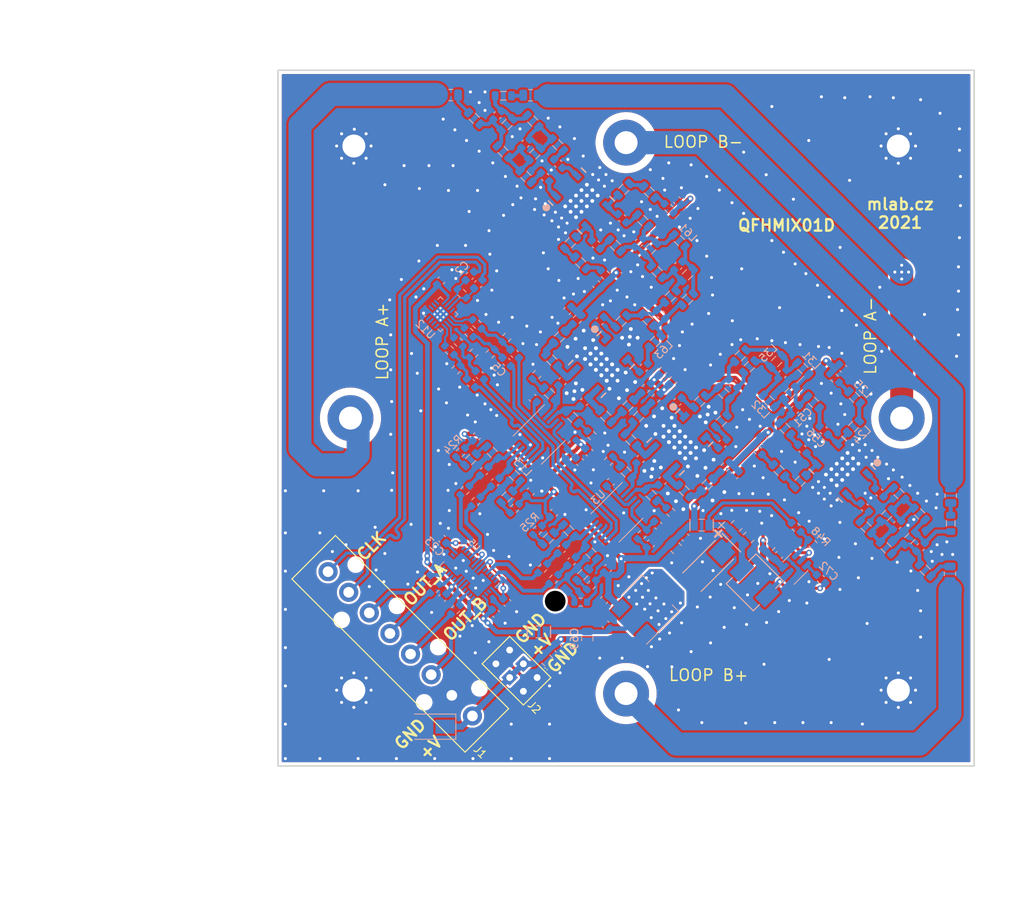
<source format=kicad_pcb>
(kicad_pcb (version 20210228) (generator pcbnew)
  (title_block (title "QFHMIX01C") (date "%d. %m. %Y") (rev "REV 0.2") (company "ORBISYS www.orbisys.sk") (comment 1 "VERSION 3") (comment 2 "Frontend for QFH antenna") (comment 3 "Maksim Rezenov, Jakub kakona"))
  (layers (0 "F.Cu" signal) (31 "B.Cu" signal) (34 "B.Paste" user) (35 "F.Paste" user) (36 "B.SilkS" user "B.Silkscreen") (37 "F.SilkS" user "F.Silkscreen") (38 "B.Mask" user) (39 "F.Mask" user) (44 "Edge.Cuts" user))
  (net 0 "")
  (net 1 "GND")
  (net 2 "VCC")
  (net 3 "+5V")
  (net 4 "+3V3")
  (net 5 "Net-(C19-Pad1)")
  (net 6 "Net-(C1-Pad2)")
  (net 7 "Net-(C29-Pad1)")
  (net 8 "Net-(C29-Pad2)")
  (net 9 "Net-(C33-Pad1)")
  (net 10 "Net-(C35-Pad1)")
  (net 11 "Net-(C36-Pad1)")
  (net 12 "Net-(C37-Pad1)")
  (net 13 "Net-(C40-Pad1)")
  (net 14 "Net-(C53-Pad1)")
  (net 15 "Net-(C57-Pad1)")
  (net 16 "Net-(C58-Pad1)")
  (net 17 "Net-(C2-Pad2)")
  (net 18 "Net-(C4-Pad1)")
  (net 19 "Net-(C5-Pad1)")
  (net 20 "Net-(C6-Pad1)")
  (net 21 "Net-(C63-Pad2)")
  (net 22 "Net-(L1-Pad1)")
  (net 23 "Net-(L12-Pad2)")
  (net 24 "/CLK_MIX1_N")
  (net 25 "/CLK_MIX1_P")
  (net 26 "/CLK_MIX2_N")
  (net 27 "/CLK_MIX2_P")
  (net 28 "Net-(C7-Pad1)")
  (net 29 "Net-(C10-Pad1)")
  (net 30 "Net-(C13-Pad1)")
  (net 31 "Net-(C19-Pad2)")
  (net 32 "Net-(C20-Pad1)")
  (net 33 "Net-(C21-Pad1)")
  (net 34 "Net-(C21-Pad2)")
  (net 35 "Net-(C20-Pad2)")
  (net 36 "Net-(C22-Pad2)")
  (net 37 "Net-(C46-Pad2)")
  (net 38 "Net-(C64-Pad1)")
  (net 39 "Net-(C64-Pad2)")
  (net 40 "Net-(C65-Pad2)")
  (net 41 "Net-(C24-Pad1)")
  (net 42 "Net-(C30-Pad1)")
  (net 43 "Net-(C30-Pad2)")
  (net 44 "Net-(C31-Pad2)")
  (net 45 "Net-(C32-Pad2)")
  (net 46 "Net-(C33-Pad2)")
  (net 47 "Net-(C39-Pad2)")
  (net 48 "Net-(C40-Pad2)")
  (net 49 "Net-(L2-Pad1)")
  (net 50 "Net-(C45-Pad1)")
  (net 51 "Net-(C46-Pad1)")
  (net 52 "Net-(R11-Pad2)")
  (net 53 "Net-(C47-Pad1)")
  (net 54 "Net-(C47-Pad2)")
  (net 55 "Net-(R14-Pad2)")
  (net 56 "Net-(R15-Pad2)")
  (net 57 "Net-(C48-Pad1)")
  (net 58 "Net-(C49-Pad1)")
  (net 59 "DEM_OUTA_P")
  (net 60 "DEM_OUTA_N")
  (net 61 "DEM_OUTB_P")
  (net 62 "CLK_IN_P")
  (net 63 "CLK_IN_N")
  (net 64 "DEM_OUTB_N")
  (net 65 "Net-(C11-Pad1)")
  (net 66 "Net-(C14-Pad1)")
  (net 67 "Net-(C22-Pad1)")
  (net 68 "Net-(C49-Pad2)")
  (net 69 "/LNA/QFH_IN_1_P")
  (net 70 "Net-(C12-Pad1)")
  (net 71 "/LNA/LNA_OUT_1_P")
  (net 72 "/LNA/QFH_IN_1_N")
  (net 73 "Net-(C23-Pad2)")
  (net 74 "Net-(C32-Pad1)")
  (net 75 "/LNA/LNA_OUT_1_N")
  (net 76 "/LNA/QFH_IN_2_P")
  (net 77 "Net-(C34-Pad1)")
  (net 78 "Net-(C50-Pad1)")
  (net 79 "Net-(C38-Pad1)")
  (net 80 "/LNA/LNA_OUT_2_P")
  (net 81 "Net-(C50-Pad2)")
  (net 82 "Net-(C51-Pad2)")
  (net 83 "Net-(C52-Pad1)")
  (net 84 "/LNA/QFH_IN_2_N")
  (net 85 "Net-(C45-Pad2)")
  (net 86 "Net-(C48-Pad2)")
  (net 87 "Net-(C51-Pad1)")
  (net 88 "/LNA/LNA_OUT_2_N")
  (net 89 "Net-(L6-Pad1)")
  (net 90 "Net-(L10-Pad1)")
  (net 91 "Net-(L11-Pad1)")
  (net 92 "Net-(L24-Pad2)")
  (net 93 "Net-(L40-Pad2)")
  (net 94 "Net-(L42-Pad2)")
  (net 95 "Net-(C52-Pad2)")
  (net 96 "Net-(C53-Pad2)")
  (net 97 "Net-(C54-Pad1)")
  (net 98 "Net-(C54-Pad2)")
  (net 99 "Net-(C55-Pad1)")
  (net 100 "Net-(C55-Pad2)")
  (net 101 "Net-(C56-Pad1)")
  (net 102 "Net-(C56-Pad2)")
  (net 103 "Net-(C57-Pad2)")
  (net 104 "Net-(C58-Pad2)")
  (net 105 "Net-(C63-Pad1)")
  (net 106 "Net-(C65-Pad1)")
  (net 107 "/Power/3V3VO")
  (net 108 "Net-(C72-Pad1)")
  (net 109 "Net-(C74-Pad2)")
  (net 110 "Net-(D3-Pad2)")
  (net 111 "Net-(L3-Pad1)")
  (net 112 "Net-(L4-Pad1)")
  (net 113 "Net-(L7-Pad1)")
  (net 114 "Net-(L8-Pad1)")
  (net 115 "Net-(L8-Pad2)")
  (net 116 "Net-(L12-Pad1)")
  (net 117 "Net-(L18-Pad1)")
  (net 118 "Net-(L18-Pad2)")
  (net 119 "Net-(L20-Pad2)")
  (net 120 "Net-(L21-Pad2)")
  (net 121 "Net-(L22-Pad1)")
  (net 122 "Net-(L22-Pad2)")
  (net 123 "Net-(L25-Pad2)")
  (net 124 "Net-(L40-Pad1)")
  (net 125 "Net-(L43-Pad2)")
  (net 126 "Net-(L44-Pad1)")
  (net 127 "Net-(L44-Pad2)")
  (net 128 "Net-(L46-Pad2)")
  (net 129 "Net-(L47-Pad2)")
  (net 130 "Net-(R13-Pad2)")
  (net 131 "Net-(R27-Pad1)")
  (net 132 "Net-(R28-Pad1)")
  (net 133 "Net-(R29-Pad1)")
  (net 134 "Net-(R30-Pad1)")
  (net 135 "Net-(R31-Pad2)")
  (net 136 "Net-(R32-Pad2)")
  (net 137 "Net-(R33-Pad2)")
  (net 138 "Net-(R34-Pad2)")
  (net 139 "Net-(R48-Pad2)")
  (net 140 "Net-(C72-Pad2)")
  (footprint "Mlab_CON:IDC381-8-110" (layer "F.Cu") (at 120.5 119.5 -45)
    (fp_text reference "J1")
    (fp_text value "HEADER_1x08" hide)
  )
  (footprint "Mlab_Pin_Headers:Straight_2x03" (layer "F.Cu") (at 135.6868 123.0122 -135)
    (fp_text reference "J2")
    (fp_text value "+9V" hide)
  )
  (footprint "Resistor_SMD:R_0603_1608Metric" (layer "B.Cu") (at 130.1242 81.5086 45)
    (fp_text reference "R8" hide)
    (fp_text value "68R")
  )
  (footprint "Resistor_SMD:R_0603_1608Metric" (layer "B.Cu") (at 127.7874 83.693 -135)
    (fp_text reference "R5" hide)
    (fp_text value "68R")
  )
  (footprint "Capacitor_SMD:C_0603_1608Metric" (layer "B.Cu") (at 132.894714 98.382683 45)
    (fp_text reference "C20" hide)
    (fp_text value "100nF")
  )
  (footprint "Capacitor_SMD:C_0603_1608Metric" (layer "B.Cu") (at 131.457874 96.945842 45)
    (fp_text reference "C19" hide)
    (fp_text value "100nF")
  )
  (footprint "Mlab_Mechanical:MountingHole_3mm" (layer "B.Cu") (at 185.56 125.56)
    (fp_text reference "M7" hide)
    (fp_text value "HOLE" hide)
  )
  (footprint "Mlab_Mechanical:MountingHole_3mm" (layer "B.Cu") (at 185.56 54.44)
    (fp_text reference "M6" hide)
    (fp_text value "HOLE" hide)
  )
  (footprint "Mlab_Mechanical:MountingHole_3mm" (layer "B.Cu") (at 114.44 125.56)
    (fp_text reference "M5" hide)
    (fp_text value "HOLE" hide)
  )
  (footprint "Diode_SMD:D_SMA" (layer "B.Cu") (at 124.3584 130.3274 180)
    (fp_text reference "D1" hide)
    (fp_text value "M4")
  )
  (footprint "Capacitor_SMD:C_0603_1608Metric" (layer "B.Cu") (at 129.742208 85.410831 -45)
    (fp_text reference "C7" hide)
    (fp_text value "10nF")
  )
  (footprint "Capacitor_SMD:C_0603_1608Metric" (layer "B.Cu") (at 130.683 72.4916 -135)
    (fp_text reference "C1" hide)
    (fp_text value "100nF")
  )
  (footprint "Capacitor_SMD:C_0603_1608Metric" (layer "B.Cu") (at 130.885208 84.394831 -45)
    (fp_text reference "C6" hide)
    (fp_text value "10nF")
  )
  (footprint "Capacitor_SMD:C_0603_1608Metric" (layer "B.Cu") (at 129.5908 71.4248 -135)
    (fp_text reference "C2")
    (fp_text value "100nF")
  )
  (footprint "Resistor_SMD:R_0603_1608Metric" (layer "B.Cu") (at 130.531437 77.724837 135)
    (fp_text reference "R11" hide)
    (fp_text value "130R")
  )
  (footprint "Resistor_SMD:R_0603_1608Metric" (layer "B.Cu") (at 132.2578 81.6102 45)
    (fp_text reference "R7" hide)
    (fp_text value "68R")
  )
  (footprint "Resistor_SMD:R_0603_1608Metric" (layer "B.Cu") (at 134.4168 79.4512 -135)
    (fp_text reference "R4" hide)
    (fp_text value "68R")
  )
  (footprint "Capacitor_SMD:C_0805_2012Metric" (layer "B.Cu") (at 139.7 121.666 -45)
    (fp_text reference "C27" hide)
    (fp_text value "10uF/16")
  )
  (footprint "Mlab_Mechanical:MountingHole_3mm" (layer "B.Cu") (at 150 126)
    (fp_text reference "M4" hide)
    (fp_text value "HOLE" hide)
  )
  (footprint "Mlab_Mechanical:MountingHole_3mm" (layer "B.Cu") (at 150 54)
    (fp_text reference "M3" hide)
    (fp_text value "HOLE" hide)
  )
  (footprint "Mlab_Mechanical:MountingHole_3mm" (layer "B.Cu") (at 186 90)
    (fp_text reference "M2" hide)
    (fp_text value "HOLE" hide)
  )
  (footprint "Mlab_Mechanical:MountingHole_3mm" (layer "B.Cu") (at 114 90)
    (fp_text reference "M1" hide)
    (fp_text value "HOLE" hide)
  )
  (footprint "Capacitor_SMD:C_0603_1608Metric" (layer "B.Cu") (at 142.875 108.712 45)
    (fp_text reference "C22" hide)
    (fp_text value "100nF")
  )
  (footprint "Capacitor_SMD:C_0603_1608Metric" (layer "B.Cu") (at 141.60344 107.114038 45)
    (fp_text reference "C21" hide)
    (fp_text value "100nF")
  )
  (footprint "Resistor_SMD:R_0603_1608Metric" (layer "B.Cu") (at 127.703702 115.023734 45)
    (fp_text reference "R33" hide)
    (fp_text value "49R9")
  )
  (footprint "Resistor_SMD:R_0603_1608Metric" (layer "B.Cu") (at 130.380243 100.897154 45)
    (fp_text reference "R28" hide)
    (fp_text value "100R")
  )
  (footprint "Resistor_SMD:R_0603_1608Metric" (layer "B.Cu") (at 125.009625 112.257817 45)
    (fp_text reference "R32" hide)
    (fp_text value "49R9")
  )
  (footprint "Resistor_SMD:R_0603_1608Metric" (layer "B.Cu") (at 123.842191 111.090383 45)
    (fp_text reference "R31" hide)
    (fp_text value "49R9")
  )
  (footprint "Resistor_SMD:R_0603_1608Metric" (layer "B.Cu") (at 128.943403 99.460313 45)
    (fp_text reference "R27" hide)
    (fp_text value "100R")
  )
  (footprint "Resistor_SMD:R_0603_1608Metric" (layer "B.Cu") (at 140.537125 111.054036 45)
    (fp_text reference "R30" hide)
    (fp_text value "100R")
  )
  (footprint "Resistor_SMD:R_0603_1608Metric" (layer "B.Cu") (at 128.871135 116.191169 45)
    (fp_text reference "R34" hide)
    (fp_text value "49R9")
  )
  (footprint "Mlab_Mechanical:MountingHole_3mm" (layer "B.Cu") (at 114.44 54.44)
    (fp_text reference "M8" hide)
    (fp_text value "HOLE" hide)
  )
  (footprint "Capacitor_SMD:C_0603_1608Metric" (layer "B.Cu") (at 134.3914 82.6516 -45)
    (fp_text reference "C5")
    (fp_text value "10nF")
  )
  (footprint "Capacitor_SMD:C_0603_1608Metric" (layer "B.Cu") (at 135.447408 81.599408 -45)
    (fp_text reference "C4" hide)
    (fp_text value "10nF")
  )
  (footprint "Capacitor_SMD:C_0603_1608Metric" (layer "B.Cu") (at 141.1478 120.142 -45)
    (fp_text reference "C28" hide)
    (fp_text value "100nF")
  )
  (footprint "Capacitor_SMD:C_0603_1608Metric" (layer "B.Cu") (at 130.5052 92.3798 45)
    (fp_text reference "C17" hide)
    (fp_text value "10nF")
  )
  (footprint "Capacitor_SMD:C_0603_1608Metric" (layer "B.Cu") (at 137.541 99.5934 45)
    (fp_text reference "C18" hide)
    (fp_text value "10nF")
  )
  (footprint "Capacitor_SMD:C_0603_1608Metric" (layer "B.Cu") (at 133.017893 115.592893 -45)
    (fp_text reference "C25" hide)
    (fp_text value "100nF")
  )
  (footprint "Capacitor_SMD:C_0603_1608Metric" (layer "B.Cu") (at 125.984 113.5126 -135)
    (fp_text reference "C26" hide)
    (fp_text value "100nF")
  )
  (footprint "Capacitor_SMD:C_0603_1608Metric" (layer "B.Cu") (at 125.961532 105.774071 -45)
    (fp_text reference "C23")
    (fp_text value "10nF")
  )
  (footprint "Capacitor_SMD:C_0603_1608Metric" (layer "B.Cu") (at 137.784208 87.339808 135)
    (fp_text reference "C12" hide)
    (fp_text value "100nF")
  )
  (footprint "Capacitor_SMD:C_0603_1608Metric" (layer "B.Cu") (at 134.492893 114.142893 -45)
    (fp_text reference "C24" hide)
    (fp_text value "10nF")
  )
  (footprint "Capacitor_SMD:C_0603_1608Metric" (layer "B.Cu") (at 125.857 72.009 45)
    (fp_text reference "C3" hide)
    (fp_text value "10nF")
  )
  (footprint "Resistor_SMD:R_0603_1608Metric" (layer "B.Cu") (at 139.100282 109.617196 45)
    (fp_text reference "R29" hide)
    (fp_text value "100R")
  )
  (footprint "Inductor_SMD:L_0805_2012Metric" (layer "B.Cu") (at 132.5118 94.488 -45)
    (fp_text reference "L9" hide)
    (fp_text value "270nH")
  )
  (footprint "Inductor_SMD:L_0805_2012Metric" (layer "B.Cu") (at 135.4074 97.4852 135)
    (fp_text reference "L13")
    (fp_text value "270nH")
  )
  (footprint "Capacitor_SMD:C_0603_1608Metric" (layer "B.Cu") (at 146.1 72.5 135)
    (fp_text reference "C41" hide)
    (fp_text value "10nF")
  )
  (footprint "Capacitor_SMD:C_0603_1608Metric" (layer "B.Cu") (at 156.652592 61.529592 -45)
    (fp_text reference "C43" hide)
    (fp_text value "10nF")
  )
  (footprint "Capacitor_SMD:C_0603_1608Metric" (layer "B.Cu") (at 142.3 76 -135)
    (fp_text reference "C59" hide)
    (fp_text value "10nF")
  )
  (footprint "Capacitor_SMD:C_0603_1608Metric" (layer "B.Cu") (at 154.8638 83.7946 -135)
    (fp_text reference "C62" hide)
    (fp_text value "10nF")
  )
  (footprint "Capacitor_SMD:C_0805_2012Metric" (layer "B.Cu") (at 127.1016 47.7774 180)
    (fp_text reference "C14" hide)
    (fp_text value "100pF")
  )
  (footprint "Capacitor_SMD:C_0603_1608Metric" (layer "B.Cu") (at 133.1976 50.419 45)
    (fp_text reference "C32" hide)
    (fp_text value "33pF")
  )
  (footprint "Capacitor_SMD:C_0603_1608Metric" (layer "B.Cu") (at 139.4206 58.4962 135)
    (fp_text reference "C47" hide)
    (fp_text value "100pF")
  )
  (footprint "Capacitor_SMD:C_0603_1608Metric" (layer "B.Cu") (at 146.05 67.31 135)
    (fp_text reference "C49" hide)
    (fp_text value "100pF")
  )
  (footprint "Capacitor_SMD:C_0603_1608Metric" (layer "B.Cu") (at 146.558 77.343 45)
    (fp_text reference "C29" hide)
    (fp_text value "100pF")
  )
  (footprint "Capacitor_SMD:C_0603_1608Metric" (layer "B.Cu") (at 141.68708 85.180078 -135)
    (fp_text reference "C35" hide)
    (fp_text value "100pF")
  )
  (footprint "Capacitor_SMD:C_0603_1608Metric" (layer "B.Cu") (at 151.6888 67.0814 -135)
    (fp_text reference "C58" hide)
    (fp_text value "18pF")
  )
  (footprint "Capacitor_SMD:C_0603_1608Metric" (layer "B.Cu") (at 156.8196 70.104 -135)
    (fp_text reference "C63" hide)
    (fp_text value "18pF")
  )
  (footprint "Capacitor_SMD:C_0603_1608Metric" (layer "B.Cu") (at 154.559 76.454 135)
    (fp_text reference "C65" hide)
    (fp_text value "18pF")
  )
  (footprint "Capacitor_SMD:C_0805_2012Metric" (layer "B.Cu") (at 137.5156 47.8028 180)
    (fp_text reference "C31" hide)
    (fp_text value "100pF")
  )
  (footprint "Capacitor_SMD:C_0603_1608Metric" (layer "B.Cu") (at 136.8552 54.1274 45)
    (fp_text reference "C45" hide)
    (fp_text value "39pF")
  )
  (footprint "Capacitor_SMD:C_0603_1608Metric" (layer "B.Cu") (at 141.1224 56.7436 -45)
    (fp_text reference "C33" hide)
    (fp_text value "100pF")
  )
  (footprint "Capacitor_SMD:C_0603_1608Metric" (layer "B.Cu") (at 149.479 63.881 135)
    (fp_text reference "C50" hide)
    (fp_text value "100pF")
  )
  (footprint "Capacitor_SMD:C_0603_1608Metric" (layer "B.Cu") (at 144.526 87.884 -135)
    (fp_text reference "C36" hide)
    (fp_text value "100pF")
  )
  (footprint "Capacitor_SMD:C_0603_1608Metric" (layer "B.Cu") (at 151.889131 95.336649 -135)
    (fp_text reference "C37" hide)
    (fp_text value "100pF")
  )
  (footprint "Capacitor_SMD:C_0603_1608Metric" (layer "B.Cu") (at 154.7622 98.171 -135)
    (fp_text reference "C38" hide)
    (fp_text value "100pF")
  )
  (footprint "Capacitor_SMD:C_0603_1608Metric" (layer "B.Cu") (at 178.369592 83.525992 -45)
    (fp_text reference "C44" hide)
    (fp_text value "10nF")
  )
  (footprint "Capacitor_SMD:C_0603_1608Metric" (layer "B.Cu") (at 164.1602 97.4852 45)
    (fp_text reference "C60" hide)
    (fp_text value "10nF")
  )
  (footprint "Capacitor_SMD:C_0603_1608Metric" (layer "B.Cu") (at 156.1846 85.0392 45)
    (fp_text reference "C61" hide)
    (fp_text value "10nF")
  )
  (footprint "Inductor_SMD:L_0805_2012Metric" (layer "B.Cu") (at 144.0688 69.6976 135)
    (fp_text reference "L18" hide)
    (fp_text value "820nH")
  )
  (footprint "Inductor_SMD:L_0805_2012Metric" (layer "B.Cu") (at 153.035 60.452 135)
    (fp_text reference "L22" hide)
    (fp_text value "820nH")
  )
  (footprint "Inductor_SMD:L_0805_2012Metric" (layer "B.Cu") (at 141.3 79.4 -135)
    (fp_text reference "L40" hide)
    (fp_text value "820nH")
  )
  (footprint "Inductor_SMD:L_0805_2012Metric" (layer "B.Cu") (at 150.241 88.392 -135)
    (fp_text reference "L44" hide)
    (fp_text value "820nH")
  )
  (footprint "Inductor_SMD:L_0805_2012Metric" (layer "B.Cu") (at 142.7226 67.0814 45)
    (fp_text reference "L19" hide)
    (fp_text value "270nH")
  )
  (footprint "Inductor_SMD:L_0805_2012Metric" (layer "B.Cu") (at 149.7076 60.0964 -135)
    (fp_text reference "L23" hide)
    (fp_text value "270nH")
  )
  (footprint "Inductor_SMD:L_0805_2012Metric" (layer "B.Cu") (at 140.2842 82.423 -45)
    (fp_text reference "L41" hide)
    (fp_text value "270nH")
  )
  (footprint "Inductor_SMD:L_0805_2012Metric" (layer "B.Cu") (at 147.3454 89.7636 135)
    (fp_text reference "L45" hide)
    (fp_text value "270nH")
  )
  (footprint "Inductor_SMD:L_0805_2012Metric" (layer "B.Cu") (at 148.59 67.437 -45)
    (fp_text reference "L58" hide)
    (fp_text value "27nH")
  )
  (footprint "Inductor_SMD:L_0805_2012Metric" (layer "B.Cu") (at 149.352 77.343 -135)
    (fp_text reference "L69" hide)
    (fp_text value "27nH")
  )
  (footprint "Inductor_SMD:L_0805_2012Metric" (layer "B.Cu") (at 134.4422 51.6382 45)
    (fp_text reference "L17" hide)
    (fp_text value "5.6nH")
  )
  (footprint "Inductor_SMD:L_0805_2012Metric" (layer "B.Cu") (at 138.0744 55.4736 45)
    (fp_text reference "L54" hide)
    (fp_text value "4.7nH")
  )
  (footprint "Inductor_SMD:L_0805_2012Metric" (layer "B.Cu") (at 153.2128 67.8688 45)
    (fp_text reference "L30" hide)
    (fp_text value "10nH")
  )
  (footprint "Inductor_SMD:L_0805_2012Metric" (layer "B.Cu") (at 158.0134 71.2724 45)
    (fp_text reference "L36" hide)
    (fp_text value "10nH")
  )
  (footprint "Inductor_SMD:L_0805_2012Metric" (layer "B.Cu") (at 152.8572 77.1398 -45)
    (fp_text reference "L67" hide)
    (fp_text value "10nH")
  )
  (footprint "Inductor_SMD:L_0805_2012Metric" (layer "B.Cu") (at 152.1968 64.1858 135)
    (fp_text reference "L59" hide)
    (fp_text value "27nH")
  )
  (footprint "Inductor_SMD:L_0805_2012Metric" (layer "B.Cu") (at 153.8224 79.9846 45)
    (fp_text reference "L63")
    (fp_text value "27nH")
  )
  (footprint "Inductor_SMD:L_0805_2012Metric" (layer "B.Cu") (at 179.705 91.1098 45)
    (fp_text reference "L24")
    (fp_text value "270nH")
  )
  (footprint "Inductor_SMD:L_0805_2012Metric" (layer "B.Cu") (at 157.6 99.5 -45)
    (fp_text reference "L42" hide)
    (fp_text value "270nH")
  )
  (footprint "Inductor_SMD:L_0805_2012Metric" (layer "B.Cu") (at 150.622 92.837 135)
    (fp_text reference "L46" hide)
    (fp_text value "270nH")
  )
  (footprint "Inductor_SMD:L_0805_2012Metric" (layer "B.Cu") (at 179.842699 87.285099 135)
    (fp_text reference "L25")
    (fp_text value "820nH")
  )
  (footprint "Inductor_SMD:L_0805_2012Metric" (layer "B.Cu") (at 160.6 98.7 45)
    (fp_text reference "L43" hide)
    (fp_text value "820nH")
  )
  (footprint "Inductor_SMD:L_0805_2012Metric" (layer "B.Cu") (at 151.638 89.789 45)
    (fp_text reference "L47" hide)
    (fp_text value "820nH")
  )
  (footprint "Resistor_SMD:R_0603_1608Metric" (layer "B.Cu") (at 147.3 71.3 135)
    (fp_text reference "R35" hide)
    (fp_text value "3R")
  )
  (footprint "Resistor_SMD:R_0603_1608Metric" (layer "B.Cu") (at 155.6004 62.5856 -45)
    (fp_text reference "R37" hide)
    (fp_text value "3R")
  )
  (footprint "Resistor_SMD:R_0603_1608Metric" (layer "B.Cu") (at 143.637 77.089 -135)
    (fp_text reference "R39" hide)
    (fp_text value "3R")
  )
  (footprint "Resistor_SMD:R_0603_1608Metric" (layer "B.Cu") (at 152.6 86.1 45)
    (fp_text reference "R41" hide)
    (fp_text value "3R")
  )
  (footprint "Resistor_SMD:R_0603_1608Metric" (layer "B.Cu") (at 177.216637 84.760637 -45)
    (fp_text reference "R38" hide)
    (fp_text value "3R")
  )
  (footprint "Resistor_SMD:R_0603_1608Metric" (layer "B.Cu") (at 162.941 96.393 45)
    (fp_text reference "R40" hide)
    (fp_text value "3R")
  )
  (footprint "Resistor_SMD:R_0603_1608Metric" (layer "B.Cu") (at 153.9 87.4 -135)
    (fp_text reference "R42" hide)
    (fp_text value "3R")
  )
  (footprint "Mlab_IO:DL1020" (layer "B.Cu") (at 146.764645 82.985355 -45)
    (fp_text reference "U8" hide)
    (fp_text value "MGVA-63+" hide)
  )
  (footprint "Mlab_IO:DL1020" (layer "B.Cu") (at 157.014645 93.135355 -45)
    (fp_text reference "U9" hide)
    (fp_text value "MGVA-63+" hide)
  )
  (footprint "Resistor_SMD:R_0603_1608Metric" (layer "B.Cu") (at 167.158237 94.158637 135)
    (fp_text reference "R36" hide)
    (fp_text value "3R")
  )
  (footprint "Capacitor_SMD:C_0603_1608Metric" (layer "B.Cu") (at 168.0972 92.964 135)
    (fp_text reference "C42" hide)
    (fp_text value "10nF")
  )
  (footprint "Inductor_SMD:L_0805_2012Metric" (layer "B.Cu") (at 172.7454 98.2472 -135)
    (fp_text reference "L20" hide)
    (fp_text value "270nH")
  )
  (footprint "Inductor_SMD:L_0805_2012Metric" (layer "B.Cu") (at 169.987499 96.835499 135)
    (fp_text reference "L21" hide)
    (fp_text value "820nH")
  )
  (footprint "Inductor_SMD:L_0805_2012Metric" (layer "B.Cu") (at 129.6924 95.4278 45)
    (fp_text reference "L8" hide)
    (fp_text value "820nH")
  )
  (footprint "Inductor_SMD:L_0805_2012Metric" (layer "B.Cu") (at 142.5194 104.6988 -45)
    (fp_text reference "L10" hide)
    (fp_text value "270nH")
  )
  (footprint "Resistor_SMD:R_0603_1608Metric" (layer "B.Cu") (at 138.43 104.648 -135)
    (fp_text reference "R25")
    (fp_text value "0R")
  )
  (footprint "Resistor_SMD:R_0603_1608Metric" (layer "B.Cu") (at 147.701 95.631 -135)
    (fp_text reference "R3" hide)
    (fp_text value "68R")
  )
  (footprint "Capacitor_SMD:C_0603_1608Metric" (layer "B.Cu") (at 175.8188 91.5924 -45)
    (fp_text reference "C56")
    (fp_text value "100pF")
  )
  (footprint "Inductor_SMD:L_0805_2012Metric" (layer "B.Cu") (at 155.7782 74.0918 -135)
    (fp_text reference "L39" hide)
    (fp_text value "82nH")
  )
  (footprint "Capacitor_SMD:C_0805_2012Metric" (layer "B.Cu") (at 192.405 100.137 90)
    (fp_text reference "C34" hide)
    (fp_text value "100pF")
  )
  (footprint "Capacitor_SMD:C_0603_1608Metric" (layer "B.Cu") (at 163.971608 85.485608 135)
    (fp_text reference "C64" hide)
    (fp_text value "18pF")
  )
  (footprint "Inductor_SMD:L_0805_2012Metric" (layer "B.Cu") (at 133.9639 47.879 180)
    (fp_text reference "L14" hide)
    (fp_text value "22nH")
  )
  (footprint "Inductor_SMD:L_0805_2012Metric" (layer "B.Cu") (at 144.3482 110.4646 45)
    (fp_text reference "L7" hide)
    (fp_text value "820nH")
  )
  (footprint "Inductor_SMD:L_0805_2012Metric" (layer "B.Cu") (at 171.3992 86.741 -135)
    (fp_text reference "L29" hide)
    (fp_text value "10nH")
  )
  (footprint "Inductor_SMD:L_0805_2012Metric" (layer "B.Cu") (at 164.9222 81.8388 -135)
    (fp_text reference "L37" hide)
    (fp_text value "82nH")
  )
  (footprint "Inductor_SMD:L_0805_2012Metric" (layer "B.Cu") (at 137.8204 51.181 -45)
    (fp_text reference "L53" hide)
    (fp_text value "39nH")
  )
  (footprint "Inductor_SMD:L_0805_2012Metric" (layer "B.Cu") (at 192.405 103.759 -90)
    (fp_text reference "L15" hide)
    (fp_text value "22nH")
  )
  (footprint "Inductor_SMD:L_0805_2012Metric" (layer "B.Cu") (at 168.656 87.757 -45)
    (fp_text reference "L32")
    (fp_text value "82nH")
  )
  (footprint "Resistor_SMD:R_0603_1608Metric" (layer "B.Cu") (at 128.3716 94.488 -135)
    (fp_text reference "R24")
    (fp_text value "0R")
  )
  (footprint "Resistor_SMD:R_0603_1608Metric" (layer "B.Cu") (at 172.212 104.267 -45)
    (fp_text reference "R52" hide)
    (fp_text value "73k2")
  )
  (footprint "Capacitor_SMD:C_0603_1608Metric" (layer "B.Cu") (at 154.218008 104.053008 -45)
    (fp_text reference "C11" hide)
    (fp_text value "10nF")
  )
  (footprint "Capacitor_SMD:C_0603_1608Metric" (layer "B.Cu") (at 148.0058 98.3488 45)
    (fp_text reference "C13" hide)
    (fp_text value "100nF")
  )
  (footprint "Capacitor_SMD:C_0603_1608Metric" (layer "B.Cu") (at 147.1422 113.792 45)
    (fp_text reference "C66" hide)
    (fp_text value "100nF")
  )
  (footprint "Inductor_SMD:L_0805_2012Metric" (layer "B.Cu") (at 187.071 105.7402 -135)
    (fp_text reference "L62" hide)
    (fp_text value "5.6nH")
  )
  (footprint "Capacitor_SMD:C_0805_2012Metric" (layer "B.Cu") (at 166.000351 105.601849 -135)
    (fp_text reference "C74" hide)
    (fp_text value "10uF/16")
  )
  (footprint "Capacitor_SMD:C_0603_1608Metric" (layer "B.Cu") (at 157.744792 105.598592 135)
    (fp_text reference "C82" hide)
    (fp_text value "100nF")
  )
  (footprint "Mlab_R:SMD-0805" (layer "B.Cu") (at 159.8676 103.9876 180)
    (fp_text reference "L51")
    (fp_text value "BLM21PG331SN1D")
  )
  (footprint "Inductor_SMD:L_0805_2012Metric" (layer "B.Cu") (at 130.175 50.8254 -45)
    (fp_text reference "L5" hide)
    (fp_text value "22nH")
  )
  (footprint "Package_TO_SOT_SMD:SOT-223-3_TabPin2" (layer "B.Cu") (at 153.156064 114.243264 45)
    (fp_text reference "U1" hide)
    (fp_text value "NCP1117ST33")
  )
  (footprint "Capacitor_SMD:C_0805_2012Metric" (layer "B.Cu") (at 156.5402 107.0102 135)
    (fp_text reference "C80" hide)
    (fp_text value "47uF/6,3V")
  )
  (footprint "Inductor_SMD:L_0805_2012Metric" (layer "B.Cu") (at 141.060901 54.269101 -45)
    (fp_text reference "L56" hide)
    (fp_text value "18nH")
  )
  (footprint "Inductor_SMD:L_0805_2012Metric" (layer "B.Cu") (at 134.4422 100.2792 45)
    (fp_text reference "L12" hide)
    (fp_text value "820nH")
  )
  (footprint "Resistor_SMD:R_0603_1608Metric" (layer "B.Cu") (at 128.5494 73.7108 -45)
    (fp_text reference "R12" hide)
    (fp_text value "100R")
  )
  (footprint "Resistor_SMD:R_0603_1608Metric" (layer "B.Cu") (at 138.3538 84.3026 45)
    (fp_text reference "R2" hide)
    (fp_text value "68R")
  )
  (footprint "Resistor_SMD:R_0603_1608Metric" (layer "B.Cu") (at 155.829 102.3112 -45)
    (fp_text reference "R1" hide)
    (fp_text value "68R")
  )
  (footprint "Capacitor_SMD:C_0603_1608Metric" (layer "B.Cu") (at 153.2382 106.3752 45)
    (fp_text reference "C9" hide)
    (fp_text value "100nF")
  )
  (footprint "Capacitor_SMD:C_0603_1608Metric" (layer "B.Cu") (at 162.5854 93.345 45)
    (fp_text reference "C53" hide)
    (fp_text value "100pF")
  )
  (footprint "Inductor_SMD:L_0805_2012Metric" (layer "B.Cu") (at 133.9342 55.1688 -45)
    (fp_text reference "L52" hide)
    (fp_text value "39nH")
  )
  (footprint "Capacitor_SMD:C_0805_2012Metric" (layer "B.Cu") (at 168.7576 106.5784 -135)
    (fp_text reference "C68" hide)
    (fp_text value "10uF/16")
  )
  (footprint "Inductor_SMD:L_0805_2012Metric" (layer "B.Cu") (at 136.906 58.42 -45)
    (fp_text reference "L55" hide)
    (fp_text value "18nH")
  )
  (footprint "Inductor_SMD:L_0805_2012Metric" (layer "B.Cu") (at 149.987 97.028 -45)
    (fp_text reference "L3" hide)
    (fp_text value "56nH")
  )
  (footprint "Inductor_SMD:L_0805_2012Metric" (layer "B.Cu") (at 189.0776 109.8804 135)
    (fp_text reference "L16" hide)
    (fp_text value "22nH")
  )
  (footprint "Inductor_SMD:L_0805_2012Metric" (layer "B.Cu") (at 184.023 102.7176 -135)
    (fp_text reference "L33" hide)
    (fp_text value "4.7nH")
  )
  (footprint "Inductor_SMD:L_0805_2012Metric" (layer "B.Cu") (at 188.341 102.5144 135)
    (fp_text reference "L27" hide)
    (fp_text value "39nH")
  )
  (footprint "Capacitor_SMD:C_0805_2012Metric" (layer "B.Cu") (at 164.4396 104.0892 -135)
    (fp_text reference "C76" hide)
    (fp_text value "10uF/16")
  )
  (footprint "Capacitor_SMD:C_0603_1608Metric" (layer "B.Cu") (at 170.4086 84.2518 45)
    (fp_text reference "C52" hide)
    (fp_text value "18pF")
  )
  (footprint "Inductor_SMD:L_0805_2012Metric" (layer "B.Cu") (at 145.415 107.6452 135)
    (fp_text reference "L6" hide)
    (fp_text value "270nH")
  )
  (footprint "Inductor_SMD:L_0805_2012Metric" (layer "B.Cu") (at 166.0906 83.2866 45)
    (fp_text reference "L38" hide)
    (fp_text value "82nH")
  )
  (footprint "Capacitor_SMD:C_0603_1608Metric" (layer "B.Cu") (at 188.468 106.8578 -135)
    (fp_text reference "C40" hide)
    (fp_text value "33pF")
  )
  (footprint "Resistor_SMD:R_0603_1608Metric" (layer "B.Cu") (at 126.9238 81.1276 135)
    (fp_text reference "R15" hide)
    (fp_text value "130R")
  )
  (footprint "Package_SO:TSSOP-14_4.4x5mm_P0.65mm" (layer "B.Cu") (at 148.798959 102.792201 -135)
    (fp_text reference "U3")
    (fp_text value "AD8343")
  )
  (footprint "Resistor_SMD:R_0603_1608Metric" (layer "B.Cu") (at 145.4658 111.8108 -135)
    (fp_text reference "R23" hide)
    (fp_text value "0R")
  )
  (footprint "Inductor_SMD:L_0805_2012Metric" (layer "B.Cu") (at 156.972 66.802 135)
    (fp_text reference "L61")
    (fp_text value "82nH")
  )
  (footprint "Capacitor_SMD:C_0603_1608Metric" (layer "B.Cu") (at 185.3946 103.9876 -135)
    (fp_text reference "C46" hide)
    (fp_text value "39pF")
  )
  (footprint "Inductor_SMD:L_0805_2012Metric" (layer "B.Cu") (at 170.7642 91.3638 -45)
    (fp_text reference "L26" hide)
    (fp_text value "27nH")
  )
  (footprint "Inductor_SMD:L_0805_2012Metric" (layer "B.Cu") (at 143.0274 89.8906 135)
    (fp_text reference "L4" hide)
    (fp_text value "56nH")
  )
  (footprint "Capacitor_SMD:C_0805_2012Metric" (layer "B.Cu") (at 144.9324 118.8466 -90)
    (fp_text reference "C69")
    (fp_text value "10uF/16")
  )
  (footprint "Capacitor_SMD:C_0603_1608Metric" (layer "B.Cu") (at 183.0832 99.7204 -45)
    (fp_text reference "C55" hide)
    (fp_text value "100pF")
  )
  (footprint "Mlab_D:LED_1206" (layer "B.Cu") (at 140.7414 113.919 -135)
    (fp_text reference "D3" hide)
    (fp_text value "RED" hide)
  )
  (footprint "Resistor_SMD:R_0603_1608Metric" (layer "B.Cu") (at 135.4328 101.8032 -135)
    (fp_text reference "R26" hide)
    (fp_text value "0R")
  )
  (footprint "Mlab_IO:DL1020" (layer "B.Cu") (at 144.1704 61.6204 45)
    (fp_text reference "U6" hide)
    (fp_text value "MPGA-105+" hide)
  )
  (footprint "Inductor_SMD:L_0805_2012Metric" (layer "B.Cu") (at 139.994101 86.806501 -45)
    (fp_text reference "L2" hide)
    (fp_text value "56nH")
  )
  (footprint "Resistor_SMD:R_0603_1608Metric" (layer "B.Cu") (at 129.4638 78.7908 135)
    (fp_text reference "R13" hide)
    (fp_text value "130R")
  )
  (footprint "Resistor_SMD:R_0603_1608Metric" (layer "B.Cu") (at 128.0922 80.0608 135)
    (fp_text reference "R14" hide)
    (fp_text value "130R")
  )
  (footprint "Package_TO_SOT_SMD:SOT-23-6" (layer "B.Cu") (at 172.116608 109.354192 45)
    (fp_text reference "U11" hide)
    (fp_text value "TPS563249")
  )
  (footprint "Inductor_SMD:L_0805_2012Metric" (layer "B.Cu") (at 154.051 70.866 -45)
    (fp_text reference "L60" hide)
    (fp_text value "82nH")
  )
  (footprint "Inductor_SMD:L_0805_2012Metric" (layer "B.Cu") (at 181.3306 104.2416 135)
    (fp_text reference "L57" hide)
    (fp_text value "18nH")
  )
  (footprint "Capacitor_SMD:C_0603_1608Metric" (layer "B.Cu") (at 156.718 87.884 45)
    (fp_text reference "C54" hide)
    (fp_text value "100pF")
  )
  (footprint "Resistor_SMD:R_0603_1608Metric" (layer "B.Cu") (at 144.0688 114.046 180)
    (fp_text reference "R54" hide)
    (fp_text value "240R")
  )
  (footprint "Capacitor_SMD:C_0603_1608Metric" (layer "B.Cu") (at 173.0248 94.0308 -45)
    (fp_text reference "C57" hide)
    (fp_text value "100pF")
  )
  (footprint "Resistor_SMD:R_0603_1608Metric" (layer "B.Cu") (at 142.9258 93.5228 -135)
    (fp_text reference "R9" hide)
    (fp_text value "3R9")
  )
  (footprint "Capacitor_SMD:C_0603_1608Metric" (layer "B.Cu") (at 143.981808 95.747208 -45)
    (fp_text reference "C10" hide)
    (fp_text value "10nF")
  )
  (footprint "Capacitor_SMD:C_0603_1608Metric" (layer "B.Cu") (at 175.4378 111.0234 135)
    (fp_text reference "C72")
    (fp_text value "100nF")
  )
  (footprint "Capacitor_SMD:C_0603_1608Metric" (layer "B.Cu") (at 172.0596 88.9 45)
    (fp_text reference "C51")
    (fp_text value "18pF")
  )
  (footprint "Capacitor_SMD:C_0603_1608Metric" (layer "B.Cu") (at 140.589 102.362 45)
    (fp_text reference "C15" hide)
    (fp_text value "10nF")
  )
  (footprint "Resistor_SMD:R_0603_1608Metric" (layer "B.Cu") (at 152.0952 105.2068 45)
    (fp_text reference "R10" hide)
    (fp_text value "3R9")
  )
  (footprint "Inductor_SMD:L_0805_2012Metric" (layer "B.Cu") (at 173.101 83.5152 135)
    (fp_text reference "L31")
    (fp_text value "82nH")
  )
  (footprint "Capacitor_SMD:C_0603_1608Metric" (layer "B.Cu") (at 147.32 116.967 -45)
    (fp_text reference "C67" hide)
    (fp_text value "100nF")
  )
  (footprint "Inductor_SMD:L_0805_2012Metric" (layer "B.Cu") (at 153.278301 100.065301 135)
    (fp_text reference "L1" hide)
    (fp_text value "56nH")
  )
  (footprint "Capacitor_SMD:C_0805_2012Metric" (layer "B.Cu") (at 192.3034 110.3376 90)
    (fp_text reference "C39" hide)
    (fp_text value "100pF")
  )
  (footprint "Mlab_IO:DL1020" (layer "B.Cu") (at 178.228934 96.6724 -135)
    (fp_text reference "U7" hide)
    (fp_text value "MPGA-105+" hide)
  )
  (footprint "Inductor_SMD:L_0805_2012Metric" (layer "B.Cu") (at 158.0388 74.4728 45)
    (fp_text reference "L65" hide)
    (fp_text value "82nH")
  )
  (footprint "Mlab_L:SMD-0805" (layer "B.Cu") (at 138.6078 117.9322 180)
    (fp_text reference "L48")
    (fp_text value "BLM21PG331SN1D")
  )
  (footprint "Capacitor_SMD:C_0603_1608Metric" (layer "B.Cu") (at 169.987592 107.888408 -135)
    (fp_text reference "C70" hide)
    (fp_text value "100nF")
  )
  (footprint "Capacitor_SMD:C_0603_1608Metric" (layer "B.Cu") (at 181.1782 101.6762 135)
    (fp_text reference "C48" hide)
    (fp_text value "100pF")
  )
  (footprint "Package_DFN_QFN:QFN-16-1EP_3x3mm_P0.5mm_EP1.7x1.7mm_ThermalVias" (layer "B.Cu") (at 125.748144 76.421546 -45)
    (fp_text reference "U12")
    (fp_text value "Si53322")
  )
  (footprint "Resistor_SMD:R_0603_1608Metric" (layer "B.Cu") (at 174.4218 106.5022 135)
    (fp_text reference "R48")
    (fp_text value "10k")
  )
  (footprint "Capacitor_SMD:C_0603_1608Metric" (layer "B.Cu") (at 145.2118 94.5134 -45)
    (fp_text reference "C8" hide)
    (fp_text value "100nF")
  )
  (footprint "Package_SO:TSSOP-14_4.4x5mm_P0.65mm" (layer "B.Cu") (at 138.642078 92.63532 -135)
    (fp_text reference "U2" hide)
    (fp_text value "AD8343")
  )
  (footprint "Inductor_SMD:L_0805_2012Metric" (layer "B.Cu") (at 174.4726 87.9348 135)
    (fp_text reference "L64" hide)
    (fp_text value "27nH")
  )
  (footprint "Mlab_IO:UFF_QFN34" (layer "B.Cu") (at 129.553633 110.443804 -135)
    (fp_text reference "U5")
    (fp_text value "LT6604-10" hide)
  )
  (footprint "Inductor_SMD:L_0805_2012Metric" (layer "B.Cu") (at 162.447701 90.383899 45)
    (fp_text reference "L70" hide)
    (fp_text value "27nH")
  )
  (footprint "Inductor_SMD:L_0805_2012Metric" (layer "B.Cu") (at 159.6136 87.8332 -135)
    (fp_text reference "L68" hide)
    (fp_text value "27nH")
  )
  (footprint "Inductor_SMD:L_0805_2012Metric" (layer "B.Cu") (at 139.8524 105.7148 45)
    (fp_text reference "L11" hide)
    (fp_text value "820nH")
  )
  (footprint "Inductor_SMD:L_0805_2012Metric" (layer "B.Cu") (at 169.672 82.6008 -135)
    (fp_text reference "L35")
    (fp_text value "10nH")
  )
  (footprint "Resistor_SMD:R_0603_1608Metric" (layer "B.Cu") (at 145.542 92.2782 -45)
    (fp_text reference "R6" hide)
    (fp_text value "68R")
  )
  (footprint "Inductor_SMD:L_0805_2012Metric" (layer "B.Cu") (at 183.9722 106.9594 135)
    (fp_text reference "L28" hide)
    (fp_text value "39nH")
  )
  (footprint "Inductor_SMD:L_0805_2012Metric" (layer "B.Cu") (at 185.6486 99.8728 135)
    (fp_text reference "L34" hide)
    (fp_text value "18nH")
  )
  (footprint "Capacitor_SMD:C_0603_1608Metric" (layer "B.Cu") (at 152.2984 83.4136 45)
    (fp_text reference "C30" hide)
    (fp_text value "100pF")
  )
  (footprint "Mlab_L:PCC-M0530M-LP" (layer "B.Cu") (at 166.791008 111.465992 -45)
    (fp_text reference "L49" hide)
    (fp_text value "1u5H - ETQ-P3M1R5KVP" hide)
  )
  (footprint "Mlab_C:TantalC_SizeC_Reflow" (layer "B.Cu") (at 160.720408 109.332392 -135)
    (fp_text reference "C78" hide)
    (fp_text value "47uF/16" hide)
  )
  (footprint "Capacitor_SMD:C_0603_1608Metric" (layer "B.Cu") (at 147.6502 109.601 45)
    (fp_text reference "C16" hide)
    (fp_text value "10nF")
  )
  (footprint "Inductor_SMD:L_0805_2012Metric" (layer "B.Cu") (at 162.752501 86.755701 -45)
    (fp_text reference "L66" hide)
    (fp_text value "10nH")
  )
  (gr_line (start 104.534 44.534) (end 104.534 135.466) (layer "Edge.Cuts") (width 0.2))
  (gr_line (start 195.466 135.466) (end 195.466 44.534) (layer "Edge.Cuts") (width 0.2))
  (gr_line (start 104.534 44.534) (end 195.466 44.534) (layer "Edge.Cuts") (width 0.2))
  (gr_line (start 104.534 135.466) (end 195.466 135.466) (layer "Edge.Cuts") (width 0.2))
  (gr_text "+V" (at 138.938 119.761 45) (layer "F.SilkS") (effects (font (size 1.5 1.5) (thickness 0.3))))
  (gr_text "GND" (at 141.732 121.285 45) (layer "F.SilkS") (effects (font (size 1.5 1.5) (thickness 0.3))))
  (gr_text "GND" (at 121.793 131.318 45) (layer "F.SilkS") (effects (font (size 1.5 1.5) (thickness 0.3))))
  (gr_text "+V" (at 124.46 133.096 45) (layer "F.SilkS") (effects (font (size 1.5 1.5) (thickness 0.3))))
  (gr_text "CLK\n" (at 116.75 106.75 45) (layer "F.SilkS") (effects (font (size 1.5 1.5) (thickness 0.3))))
  (gr_text "OUT_B" (at 129 116.25 45) (layer "F.SilkS") (effects (font (size 1.5 1.5) (thickness 0.3))))
  (gr_text "QFHMIX01D" (at 170.9674 64.8208) (layer "F.SilkS") (effects (font (size 1.5 1.5) (thickness 0.3))))
  (gr_text "OUT_A" (at 123.75 111.75 45) (layer "F.SilkS") (effects (font (size 1.5 1.5) (thickness 0.3))))
  (gr_text "LOOP A-" (at 181.9148 79.248 90) (layer "F.SilkS") (effects (font (size 1.5 1.5) (thickness 0.2))))
  (gr_text "LOOP B+" (at 160.782 123.5964) (layer "F.SilkS") (effects (font (size 1.5 1.5) (thickness 0.2))))
  (gr_text "LOOP B-" (at 160.0962 53.8988) (layer "F.SilkS") (effects (font (size 1.5 1.5) (thickness 0.2))))
  (gr_text "LOOP A+" (at 118.1608 79.9846 90) (layer "F.SilkS") (effects (font (size 1.5 1.5) (thickness 0.2))))
  (gr_text "mlab.cz\n2021" (at 185.801 63.246) (layer "F.SilkS") (effects (font (size 1.5 1.5) (thickness 0.3))))
  (gr_text "GND" (at 137.541 117.475 45) (layer "F.SilkS") (effects (font (size 1.5 1.5) (thickness 0.3))))
  (segment (start 125.041037 76.421546) (end 125.748144 76.421546) (width 0.5) (layer "F.Cu") (net 1))
  (segment (start 125.748144 77.128653) (end 125.748144 76.421546) (width 0.5) (layer "F.Cu") (net 1))
  (segment (start 126.455251 76.421546) (end 125.748144 76.421546) (width 0.5) (layer "F.Cu") (net 1))
  (segment (start 125.748144 75.714439) (end 125.748144 76.421546) (width 0.5) (layer "F.Cu") (net 1))
  (segment (start 132.575 89.45) (end 132.525 89.45) (width 0.5) (layer "F.Cu") (net 1))
  (via (at 137.5 109.2) (size 0.75) (drill 0.4) (layers "F.Cu" "B.Cu") (net 1))
  (via (at 126.9093 102.082732) (size 0.75) (drill 0.4) (layers "F.Cu" "B.Cu") (net 1))
  (via (at 127.762 98.552) (size 0.75) (drill 0.4) (layers "F.Cu" "B.Cu") (net 1))
  (via (at 130.9 102.5) (size 0.75) (drill 0.4) (layers "F.Cu" "B.Cu") (net 1))
  (via (at 132.7 107.3) (size 0.75) (drill 0.4) (layers "F.Cu" "B.Cu") (net 1))
  (via (at 129.900388 117.120427) (size 0.75) (drill 0.4) (layers "F.Cu" "B.Cu") (net 1))
  (via (at 126.8 104.4) (size 0.75) (drill 0.4) (layers "F.Cu" "B.Cu") (net 1))
  (via (at 122.763604 110.115076) (size 0.75) (drill 0.4) (layers "F.Cu" "B.Cu") (net 1))
  (via (at 128.3 118.5) (size 0.75) (drill 0.4) (layers "F.Cu" "B.Cu") (net 1))
  (via (at 144.78 101.981) (size 0.75) (drill 0.4) (layers "F.Cu" "B.Cu") (net 1))
  (via (at 128.734206 108.614665) (size 0.75) (drill 0.4) (layers "F.Cu" "B.Cu") (net 1))
  (via (at 127.746377 109.602494) (size 0.75) (drill 0.4) (layers "F.Cu" "B.Cu") (net 1))
  (via (at 129.127375 110.017547) (size 0.75) (drill 0.4) (layers "F.Cu" "B.Cu") (net 1))
  (via (at 131.338481 111.21894) (size 0.75) (drill 0.4) (layers "F.Cu" "B.Cu") (net 1))
  (via (at 130.350652 112.206767) (size 0.75) (drill 0.4) (layers "F.Cu" "B.Cu") (net 1))
  (via (at 130.025402 110.915571) (size 0.75) (drill 0.4) (layers "F.Cu" "B.Cu") (net 1))
  (via (at 149.6822 102.3874) (size 0.75) (drill 0.4) (layers "F.Cu" "B.Cu") (net 1))
  (via (at 136.128565 92.155227) (size 0.75) (drill 0.4) (layers "F.Cu" "B.Cu") (net 1))
  (via (at 137.488879 93.498721) (size 0.75) (drill 0.4) (layers "F.Cu" "B.Cu") (net 1))
  (via (at 124.25 57) (size 0.75) (drill 0.4) (layers "F.Cu" "B.Cu") (net 1))
  (via (at 170.688 100.6856) (size 0.75) (drill 0.4) (layers "F.Cu" "B.Cu") (net 1))
  (via (at 160.9852 113.3856) (size 0.75) (drill 0.4) (layers "F.Cu" "B.Cu") (net 1))
  (via (at 138.303 80.391) (size 0.75) (drill 0.4) (layers "F.Cu" "B.Cu") (net 1))
  (via (at 133.35 77.47) (size 0.75) (drill 0.4) (layers "F.Cu" "B.Cu") (net 1))
  (via (at 125.476 94.234) (size 0.75) (drill 0.4) (layers "F.Cu" "B.Cu") (net 1))
  (via (at 132.1 65.5) (size 0.75) (drill 0.4) (layers "F.Cu" "B.Cu") (net 1))
  (via (at 134 63.5) (size 0.75) (drill 0.4) (layers "F.Cu" "B.Cu") (net 1))
  (via (at 125.5123 86.2) (size 0.75) (drill 0.4) (layers "F.Cu" "B.Cu") (net 1))
  (via (at 125.095 106.807) (size 0.75) (drill 0.4) (layers "F.Cu" "B.Cu") (net 1))
  (via (at 137.836299 82.963701) (size 0.75) (drill 0.4) (layers "F.Cu" "B.Cu") (net 1))
  (via (at 132.334 88.9) (size 0.75) (drill 0.4) (layers "F.Cu" "B.Cu") (net 1))
  (via (at 147.0152 94.361) (size 0.75) (drill 0.4) (layers "F.Cu" "B.Cu") (net 1))
  (via (at 145.923 106.172) (size 0.75) (drill 0.4) (layers "F.Cu" "B.Cu") (net 1))
  (via (at 147.6502 93.5482) (size 0.75) (drill 0.4) (layers "F.Cu" "B.Cu") (net 1))
  (via (at 123.5456 76.2762) (size 0.75) (drill 0.4) (layers "F.Cu" "B.Cu") (net 1))
  (via (at 122.555 74.168) (size 0.75) (drill 0.4) (layers "F.Cu" "B.Cu") (net 1))
  (via (at 126.2 107.8) (size 0.75) (drill 0.4) (layers "F.Cu" "B.Cu") (net 1))
  (via (at 121.5 111.7) (size 0.75) (drill 0.4) (layers "F.Cu" "B.Cu") (net 1))
  (via (at 132.08 119.2276) (size 0.75) (drill 0.4) (layers "F.Cu" "B.Cu") (net 1))
  (via (at 130.302 120.6754) (size 0.75) (drill 0.4) (layers "F.Cu" "B.Cu") (net 1))
  (via (at 161.163 71.628) (size 0.75) (drill 0.4) (layers "F.Cu" "B.Cu") (net 1))
  (via (at 113.411 106.553) (size 0.75) (drill 0.4) (layers "F.Cu" "B.Cu") (net 1))
  (via (at 121.92 103.886) (size 0.75) (drill 0.4) (layers "F.Cu" "B.Cu") (net 1))
  (via (at 118.364 111.379) (size 0.75) (drill 0.4) (layers "F.Cu" "B.Cu") (net 1))
  (via (at 122.729538 84.139069) (size 0.75) (drill 0.4) (layers "F.Cu" "B.Cu") (net 1))
  (via (at 126.746 99.441) (size 0.75) (drill 0.4) (layers "F.Cu" "B.Cu") (net 1))
  (via (at 126.5392 88.007823) (size 0.75) (drill 0.4) (layers "F.Cu" "B.Cu") (net 1))
  (via (at 145.350431 81.571142) (size 1) (drill 0.5) (layers "F.Cu" "B.Cu") (net 1))
  (via (at 144.643324 82.278249) (size 1) (drill 0.5) (layers "F.Cu" "B.Cu") (net 1))
  (via (at 145.350431 82.985355) (size 1) (drill 0.5) (layers "F.Cu" "B.Cu") (net 1))
  (via (at 146.057538 82.278249) (size 1) (drill 0.5) (layers "F.Cu" "B.Cu") (net 1))
  (via (at 146.764645 81.571142) (size 1) (drill 0.5) (layers "F.Cu" "B.Cu") (net 1))
  (via (at 147.471751 82.278249) (size 1) (drill 0.5) (layers "F.Cu" "B.Cu") (net 1))
  (via (at 146.764645 82.985355) (size 1) (drill 0.5) (layers "F.Cu" "B.Cu") (net 1))
  (via (at 146.057538 83.692462) (size 1) (drill 0.5) (layers "F.Cu" "B.Cu") (net 1))
  (via (at 146.764645 84.399569) (size 1) (drill 0.5) (layers "F.Cu" "B.Cu") (net 1))
  (via (at 147.471751 83.692462) (size 1) (drill 0.5) (layers "F.Cu" "B.Cu") (net 1))
  (via (at 148.178858 82.985355) (size 1) (drill 0.5) (layers "F.Cu" "B.Cu") (net 1))
  (via (at 148.885965 83.692462) (size 1) (drill 0.5) (layers "F.Cu" "B.Cu") (net 1))
  (via (at 148.178858 84.399569) (size 1) (drill 0.5) (layers "F.Cu" "B.Cu") (net 1))
  (via (at 147.471751 85.106676) (size 1) (drill 0.5) (layers "F.Cu" "B.Cu") (net 1))
  (via (at 148.885965 85.106676) (size 1) (drill 0.5) (layers "F.Cu" "B.Cu") (net 1))
  (via (at 144.643324 80.864035) (size 1) (drill 0.5) (layers "F.Cu" "B.Cu") (net 1))
  (via (at 145.703984 79.803375) (size 1) (drill 0.5) (layers "F.Cu" "B.Cu") (net 1))
  (via (at 143.582664 81.924695) (size 1) (drill 0.5) (layers "F.Cu" "B.Cu") (net 1))
  (via (at 143.405887 79.626598) (size 1) (drill 0.5) (layers "F.Cu" "B.Cu") (net 1))
  (via (at 144.466548 78.565938) (size 1) (drill 0.5) (layers "F.Cu" "B.Cu") (net 1))
  (via (at 142.345227 80.687258) (size 1) (drill 0.5) (layers "F.Cu" "B.Cu") (net 1))
  (via (at 149.946625 84.046016) (size 1) (drill 0.5) (layers "F.Cu" "B.Cu") (net 1))
  (via (at 147.825305 86.167336) (size 1) (drill 0.5) (layers "F.Cu" "B.Cu") (net 1))
  (via (at 150.123402 86.344113) (size 1) (drill 0.5) (layers "F.Cu" "B.Cu") (net 1))
  (via (at 151.184062 85.283452) (size 1) (drill 0.5) (layers "F.Cu" "B.Cu") (net 1))
  (via (at 149.062742 87.404773) (size 1) (drill 0.5) (layers "F.Cu" "B.Cu") (net 1))
  (via (at 150.495 79.375) (size 1) (drill 0.5) (layers "F.Cu" "B.Cu") (net 1))
  (via (at 149.479 79.502) (size 1) (drill 0.5) (layers "F.Cu" "B.Cu") (net 1))
  (via (at 150.622 78.359) (size 1) (drill 0.5) (layers "F.Cu" "B.Cu") (net 1))
  (via (at 151.511 79.502) (size 1) (drill 0.5) (layers "F.Cu" "B.Cu") (net 1))
  (via (at 150.368 80.391) (size 1) (drill 0.5) (layers "F.Cu" "B.Cu") (net 1))
  (via (at 143.256 86.487) (size 1) (drill 0.5) (layers "F.Cu" "B.Cu") (net 1))
  (via (at 142.24 86.741) (size 1) (drill 0.5) (layers "F.Cu" "B.Cu") (net 1))
  (via (at 143.129 87.503) (size 1) (drill 0.5) (layers "F.Cu" "B.Cu") (net 1))
  (via (at 144.289771 86.308757) (size 1) (drill 0.5) (layers "F.Cu" "B.Cu") (net 1))
  (via (at 143.441243 85.460229) (size 1) (drill 0.5) (layers "F.Cu" "B.Cu") (net 1))
  (via (at 157.014645 93.135355) (size 1) (drill 0.5) (layers "F.Cu" "B.Cu") (net 1))
  (via (at 156.307538 92.428249) (size 1) (drill 0.5) (layers "F.Cu" "B.Cu") (net 1))
  (via (at 157.721751 92.428249) (size 1) (drill 0.5) (layers "F.Cu" "B.Cu") (net 1))
  (via (at 157.014645 91.721142) (size 1) (drill 0.5) (layers "F.Cu" "B.Cu") (net 1))
  (via (at 155.600431 93.135355) (size 1) (drill 0.5) (layers "F.Cu" "B.Cu") (net 1))
  (via (at 156.307538 93.842462) (size 1) (drill 0.5) (layers "F.Cu" "B.Cu") (net 1))
  (via (at 157.014645 94.549569) (size 1) (drill 0.5) (layers "F.Cu" "B.Cu") (net 1))
  (via (at 157.721751 93.842462) (size 1) (drill 0.5) (layers "F.Cu" "B.Cu") (net 1))
  (via (at 158.428858 93.135355) (size 1) (drill 0.5) (layers "F.Cu" "B.Cu") (net 1))
  (via (at 158.428858 94.549569) (size 1) (drill 0.5) (layers "F.Cu" "B.Cu") (net 1))
  (via (at 157.721751 95.256676) (size 1) (drill 0.5) (layers "F.Cu" "B.Cu") (net 1))
  (via (at 159.135965 93.842462) (size 1) (drill 0.5) (layers "F.Cu" "B.Cu") (net 1))
  (via (at 160.196625 94.196016) (size 1) (drill 0.5) (layers "F.Cu" "B.Cu") (net 1))
  (via (at 159.135965 95.256676) (size 1) (drill 0.5) (layers "F.Cu" "B.Cu") (net 1))
  (via (at 158.075305 96.317336) (size 1) (drill 0.5) (layers "F.Cu" "B.Cu") (net 1))
  (via (at 159.312742 97.554773) (size 1) (drill 0.5) (layers "F.Cu" "B.Cu") (net 1))
  (via (at 160.373402 96.494113) (size 1) (drill 0.5) (layers "F.Cu" "B.Cu") (net 1))
  (via (at 161.434062 95.433452) (size 1) (drill 0.5) (layers "F.Cu" "B.Cu") (net 1))
  (via (at 155.600431 91.721142) (size 1) (drill 0.5) (layers "F.Cu" "B.Cu") (net 1))
  (via (at 154.893324 92.428249) (size 1) (drill 0.5) (layers "F.Cu" "B.Cu") (net 1))
  (via (at 156.307538 91.014035) (size 1) (drill 0.5) (layers "F.Cu" "B.Cu") (net 1))
  (via (at 155.953984 89.953375) (size 1) (drill 0.5) (layers "F.Cu" "B.Cu") (net 1))
  (via (at 154.716548 88.715938) (size 1) (drill 0.5) (layers "F.Cu" "B.Cu") (net 1))
  (via (at 153.655887 89.776598) (size 1) (drill 0.5) (layers "F.Cu" "B.Cu") (net 1))
  (via (at 154.893324 91.014035) (size 1) (drill 0.5) (layers "F.Cu" "B.Cu") (net 1))
  (via (at 153.832664 92.074695) (size 1) (drill 0.5) (layers "F.Cu" "B.Cu") (net 1))
  (via (at 153.416 96.647) (size 1) (drill 0.5) (layers "F.Cu" "B.Cu") (net 1))
  (via (at 153.691243 95.610229) (size 1) (drill 0.5) (layers "F.Cu" "B.Cu") (net 1))
  (via (at 152.4 96.901) (size 1) (drill 0.5) (layers "F.Cu" "B.Cu") (net 1))
  (via (at 153.289 97.663) (size 1) (drill 0.5) (layers "F.Cu" "B.Cu") (net 1))
  (via (at 154.539771 96.458757) (size 1) (drill 0.5) (layers "F.Cu" "B.Cu") (net 1))
  (via (at 160.655 89.535) (size 1) (drill 0.5) (layers "F.Cu" "B.Cu") (net 1))
  (via (at 159.639 89.789) (size 1) (drill 0.5) (layers "F.Cu" "B.Cu") (net 1))
  (via (at 160.782 88.519) (size 1) (drill 0.5) (layers "F.Cu" "B.Cu") (net 1))
  (via (at 161.671 89.281) (size 1) (drill 0.5) (layers "F.Cu" "B.Cu") (net 1))
  (via (at 160.401 90.551) (size 1) (drill 0.5) (layers "F.Cu" "B.Cu") (net 1))
  (via (at 155.0416 60.198) (size 0.75) (drill 0.4) (layers "F.Cu" "B.Cu") (net 1))
  (via (at 176.53 74.168) (size 0.75) (drill 0.4) (layers "F.Cu" "B.Cu") (net 1))
  (via (at 175.006 72.644) (size 0.75) (drill 0.4) (layers "F.Cu" "B.Cu") (net 1))
  (via (at 147.2184 91.948) (size 0.75) (drill 0.4) (layers "F.Cu" "B.Cu") (net 1))
  (via (at 145.415 98.4758) (size 0.75) (drill 0.4) (layers "F.Cu" "B.Cu") (net 1))
  (via (at 130.3 90.5) (size 0.75) (drill 0.4) (layers "F.Cu" "B.Cu") (net 1))
  (via (at 129.3 89.6) (size 0.75) (drill 0.4) (layers "F.Cu" "B.Cu") (net 1))
  (via (at 166.5478 99.8728) (size 0.75) (drill 0.4) (layers "F.Cu" "B.Cu") (net 1))
  (via (at 163.8046 102.0572) (size 0.75) (drill 0.4) (layers "F.Cu" "B.Cu") (net 1))
  (via (at 123.571 73.1012) (size 0.75) (drill 0.4) (layers "F.Cu" "B.Cu") (net 1))
  (via (at 140 130) (size 0.75) (drill 0.4) (layers "F.Cu" "B.Cu") (net 1))
  (via (at 140 125) (size 0.75) (drill 0.4) (layers "F.Cu" "B.Cu") (net 1))
  (via (at 110 105) (size 0.75) (drill 0.4) (layers "F.Cu" "B.Cu") (net 1))
  (via (at 135 130) (size 0.75) (drill 0.4) (layers "F.Cu" "B.Cu") (net 1))
  (via (at 119.126 74.549) (size 0.75) (drill 0.4) (layers "F.Cu" "B.Cu") (net 1))
  (via (at 120.65 71.882) (size 0.75) (drill 0.4) (layers "F.Cu" "B.Cu") (net 1))
  (via (at 125.349 67.437) (size 0.75) (drill 0.4) (layers "F.Cu" "B.Cu") (net 1))
  (via (at 121 57) (size 0.75) (drill 0.4) (layers "F.Cu" "B.Cu") (net 1))
  (via (at 118.5 59.5) (size 0.75) (drill 0.4) (layers "F.Cu" "B.Cu") (net 1))
  (via (at 123 60) (size 0.75) (drill 0.4) (layers "F.Cu" "B.Cu") (net 1))
  (via (at 119.253 92.119896) (size 0.75) (drill 0.4) (layers "F.Cu" "B.Cu") (net 1))
  (via (at 114.5 52.25) (size 0.75) (drill 0.4) (layers "F.Cu" "B.Cu") (net 1))
  (via (at 114.44 123.31) (size 0.75) (drill 0.4) (layers "F.Cu" "B.Cu") (net 1))
  (via (at 114.44 127.81) (size 0.75) (drill 0.4) (layers "F.Cu" "B.Cu") (net 1))
  (via (at 116.69 125.56) (size 0.75) (drill 0.4) (layers "F.Cu" "B.Cu") (net 1))
  (via (at 112.19 125.56) (size 0.75) (drill 0.4) (layers "F.Cu" "B.Cu") (net 1))
  (via (at 112.84 123.96) (size 0.75) (drill 0.4) (layers "F.Cu" "B.Cu") (net 1))
  (via (at 116.04 123.96) (size 0.75) (drill 0.4) (layers "F.Cu" "B.Cu") (net 1))
  (via (at 116.04 127.16) (size 0.75) (drill 0.4) (layers "F.Cu" "B.Cu") (net 1))
  (via (at 112.84 127.16) (size 0.75) (drill 0.4) (layers "F.Cu" "B.Cu") (net 1))
  (via (at 116.04 52.84) (size 0.75) (drill 0.4) (layers "F.Cu" "B.Cu") (net 1))
  (via (at 112.19 54.44) (size 0.75) (drill 0.4) (layers "F.Cu" "B.Cu") (net 1))
  (via (at 114.44 56.69) (size 0.75) (drill 0.4) (layers "F.Cu" "B.Cu") (net 1))
  (via (at 112.84 52.84) (size 0.75) (drill 0.4) (layers "F.Cu" "B.Cu") (net 1))
  (via (at 112.84 56.04) (size 0.75) (drill 0.4) (layers "F.Cu" "B.Cu") (net 1))
  (via (at 116.69 54.44) (size 0.75) (drill 0.4) (layers "F.Cu" "B.Cu") (net 1))
  (via (at 116.04 56.04) (size 0.75) (drill 0.4) (layers "F.Cu" "B.Cu") (net 1))
  (via (at 187.16 52.84) (size 0.75) (drill 0.4) (layers "F.Cu" "B.Cu") (net 1))
  (via (at 183.31 54.44) (size 0.75) (drill 0.4) (layers "F.Cu" "B.Cu") (net 1))
  (via (at 185.56 56.69) (size 0.75) (drill 0.4) (layers "F.Cu" "B.Cu") (net 1))
  (via (at 183.96 56.04) (size 0.75) (drill 0.4) (layers "F.Cu" "B.Cu") (net 1))
  (via (at 185.56 52.19) (size 0.75) (drill 0.4) (layers "F.Cu" "B.Cu") (net 1))
  (via (at 187.81 54.44) (size 0.75) (drill 0.4) (layers "F.Cu" "B.Cu") (net 1))
  (via (at 187.16 56.04) (size 0.75) (drill 0.4) (layers "F.Cu" "B.Cu") (net 1))
  (via (at 187.16 127.16) (size 0.75) (drill 0.4) (layers "F.Cu" "B.Cu") (net 1))
  (via (at 187.81 125.56) (size 0.75) (drill 0.4) (layers "F.Cu" "B.Cu") (net 1))
  (via (at 187.16 123.96) (size 0.75) (drill 0.4) (layers "F.Cu" "B.Cu") (net 1))
  (via (at 183.31 125.56) (size 0.75) (drill 0.4) (layers "F.Cu" "B.Cu") (net 1))
  (via (at 185.56 123.31) (size 0.75) (drill 0.4) (layers "F.Cu" "B.Cu") (net 1))
  (via (at 183.96 123.96) (size 0.75) (drill 0.4) (layers "F.Cu" "B.Cu") (net 1))
  (via (at 185.56 127.81) (size 0.75) (drill 0.4) (layers "F.Cu" "B.Cu") (net 1))
  (via (at 183.96 127.16) (size 0.75) (drill 0.4) (layers "F.Cu" "B.Cu") (net 1))
  (via (at 183.96 52.84) (size 0.75) (drill 0.4) (layers "F.Cu" "B.Cu") (net 1))
  (via (at 121.9789 81.555581) (size 0.75) (drill 0.4) (layers "F.Cu" "B.Cu") (net 1))
  (via (at 173.482 71.12) (size 0.75) (drill 0.4) (layers "F.Cu" "B.Cu") (net 1))
  (via (at 176.784 129.794) (size 0.75) (drill 0.4) (layers "F.Cu" "B.Cu") (net 1))
  (via (at 173.101 129.794) (size 0.75) (drill 0.4) (layers "F.Cu" "B.Cu") (net 1))
  (via (at 169.418 129.794) (size 0.75) (drill 0.4) (layers "F.Cu" "B.Cu") (net 1))
  (via (at 144.5514 73.4568) (size 0.75) (drill 0.4) (layers "F.Cu" "B.Cu") (net 1))
  (via (at 143.7386 71.755) (size 0.75) (drill 0.4) (layers "F.Cu" "B.Cu") (net 1))
  (via (at 141.097 77.597) (size 0.75) (drill 0.4) (layers "F.Cu" "B.Cu") (net 1))
  (via (at 140.335 76.835) (size 0.75) (drill 0.4) (layers "F.Cu" "B.Cu") (net 1))
  (via (at 159.3088 114.681) (size 0.75) (drill 0.4) (layers "F.Cu" "B.Cu") (net 1))
  (via (at 173.9138 103.4796) (size 0.75) (drill 0.4) (layers "F.Cu" "B.Cu") (net 1))
  (via (at 159.9692 108.7882) (size 0.75) (drill 0.4) (layers "F.Cu" "B.Cu") (net 1))
  (via (at 161.3662 109.9312) (size 0.75) (drill 0.4) (layers "F.Cu" "B.Cu") (net 1))
  (via (at 164.7444 99.8728) (size 0.75) (drill 0.4) (layers "F.Cu" "B.Cu") (net 1))
  (via (at 169.0116 102.743) (size 0.75) (drill 0.4) (layers "F.Cu" "B.Cu") (net 1))
  (via (at 147.574 107.9754) (size 0.75) (drill 0.4) (layers "F.Cu" "B.Cu") (net 1))
  (via (at 164.1348 114.7826) (size 0.75) (drill 0.4) (layers "F.Cu" "B.Cu") (net 1))
  (via (at 157.226 59.8932) (size 0.75) (drill 0.4) (layers "F.Cu" "B.Cu") (net 1))
  (via (at 168.5798 99.949) (size 0.75) (drill 0.4) (layers "F.Cu" "B.Cu") (net 1))
  (via (at 149.8 94.45) (size 0.75) (drill 0.4) (layers "F.Cu" "B.Cu") (net 1))
  (via (at 119.253 83.693) (size 0.75) (drill 0.4) (layers "F.Cu" "B.Cu") (net 1))
  (via (at 152.146 71.501) (size 0.75) (drill 0.4) (layers "F.Cu" "B.Cu") (net 1))
  (via (at 165.862 113.1062) (size 0.75) (drill 0.4) (layers "F.Cu" "B.Cu") (net 1))
  (via (at 141.1732 66.6496) (size 0.75) (drill 0.4) (layers "F.Cu" "B.Cu") (net 1))
  (via (at 152.6286 91.0082) (size 1) (drill 0.5) (layers "F.Cu" "B.Cu") (net 1))
  (via (at 153.289 72.898) (size 0.75) (drill 0.4) (layers "F.Cu" "B.Cu") (net 1))
  (via (at 127.635 52.324) (size 0.75) (drill 0.4) (layers "F.Cu" "B.Cu") (net 1))
  (via (at 154.051 63.627) (size 0.75) (drill 0.4) (layers "F.Cu" "B.Cu") (net 1))
  (via (at 147.3708 58.166) (size 0.75) (drill 0.4) (layers "F.Cu" "B.Cu") (net 1))
  (via (at 127.762 71.755) (size 0.75) (drill 0.4) (layers "F.Cu" "B.Cu") (net 1))
  (via (at 164.338 93.726) (size 0.75) (drill 0.4) (layers "F.Cu" "B.Cu") (net 1))
  (via (at 146.685 65.405) (size 0.75) (drill 0.4) (layers "F.Cu" "B.Cu") (net 1))
  (via (at 186.817 104.013) (size 0.75) (drill 0.4) (layers "F.Cu" "B.Cu") (net 1))
  (via (at 191.262 107.823) (size 0.75) (drill 0.4) (layers "F.Cu" "B.Cu") (net 1))
  (via (at 173.609 91.059) (size 0.75) (drill 0.4) (layers "F.Cu" "B.Cu") (net 1))
  (via (at 132.4102 83.4644) (size 0.75) (drill 0.4) (layers "F.Cu" "B.Cu") (net 1))
  (via (at 193.421 73.406) (size 0.75) (drill 0.4) (layers "F.Cu" "B.Cu") (net 1))
  (via (at 176.53 121.539) (size 0.75) (drill 0.4) (layers "F.Cu" "B.Cu") (net 1))
  (via (at 136.525 80.264) (size 0.75) (drill 0.4) (layers "F.Cu" "B.Cu") (net 1))
  (via (at 178.054 88.138) (size 0.75) (drill 0.4) (layers "F.Cu" "B.Cu") (net 1))
  (via (at 127.254 70.612) (size 0.75) (drill 0.4) (layers "F.Cu" "B.Cu") (net 1))
  (via (at 144.399 55.753) (size 0.75) (drill 0.4) (layers "F.Cu" "B.Cu") (net 1))
  (via (at 156.845 128.143) (size 0.75) (drill 0.4) (layers "F.Cu" "B.Cu") (net 1))
  (via (at 169.037 79.883) (size 0.75) (drill 0.4) (layers "F.Cu" "B.Cu") (net 1))
  (via (at 170.815 80.137) (size 0.75) (drill 0.4) (layers "F.Cu" "B.Cu") (net 1))
  (via (at 169.037 49.276) (size 0.75) (drill 0.4) (layers "F.Cu" "B.Cu") (net 1))
  (via (at 157.353 78.74) (size 0.75) (drill 0.4) (layers "F.Cu" "B.Cu") (net 1))
  (via (at 128.397 70.866) (size 0.75) (drill 0.4) (layers "F.Cu" "B.Cu") (net 1))
  (via (at 155.575 56.642) (size 0.75) (drill 0.4) (layers "F.Cu" "B.Cu") (net 1))
  (via (at 130.556 86.995) (size 0.75) (drill 0.4) (layers "F.Cu" "B.Cu") (net 1))
  (via (at 150.114 74.168) (size 0.75) (drill 0.4) (layers "F.Cu" "B.Cu") (net 1))
  (via (at 153.3144 119.888) (size 0.75) (drill 0.4) (layers "F.Cu" "B.Cu") (net 1))
  (via (at 181.483 116.84) (size 0.75) (drill 0.4) (layers "F.Cu" "B.Cu") (net 1))
  (via (at 162.179 60.198) (size 0.75) (drill 0.4) (layers "F.Cu" "B.Cu") (net 1))
  (via (at 152.8064 122.4788) (size 0.75) (drill 0.4) (layers "F.Cu" "B.Cu") (net 1))
  (via (at 177.673 90.805) (size 0.75) (drill 0.4) (layers "F.Cu" "B.Cu") (net 1))
  (via (at 167.2082 111.6076) (size 0.75) (drill 0.4) (layers "F.Cu" "B.Cu") (net 1))
  (via (at 161.29 73.914) (size 0.75) (drill 0.4) (layers "F.Cu" "B.Cu") (net 1))
  (via (at 181.991 86.868) (size 0.75) (drill 0.4) (layers "F.Cu" "B.Cu") (net 1))
  (via (at 162.3822 102.489) (size 0.75) (drill 0.4) (layers "F.Cu" "B.Cu") (net 1))
  (via (at 168.3512 116.713) (size 0.75) (drill 0.4) (layers "F.Cu" "B.Cu") (net 1))
  (via (at 176.53 80.772) (size 0.75) (drill 0.4) (layers "F.Cu" "B.Cu") (net 1))
  (via (at 181.9656 100.4316) (size 0.75) (drill 0.4) (layers "F.Cu" "B.Cu") (net 1))
  (via (at 192.659 107.823) (size 0.75) (drill 0.4) (layers "F.Cu" "B.Cu") (net 1))
  (via (at 177.927 103.632) (size 0.75) (drill 0.4) (layers "F.Cu" "B.Cu") (net 1))
  (via (at 119.38 87.836379) (size 0.75) (drill 0.4) (layers "F.Cu" "B.Cu") (net 1))
  (via (at 138.9888 99.5428) (size 0.75) (drill 0.4) (layers "F.Cu" "B.Cu") (net 1))
  (via (at 143.129 73.787) (size 0.75) (drill 0.4) (layers "F.Cu" "B.Cu") (net 1))
  (via (at 131.699 76.454) (size 0.75) (drill 0.4) (layers "F.Cu" "B.Cu") (net 1))
  (via (at 117.221 104.267) (size 0.75) (drill 0.4) (layers "F.Cu" "B.Cu") (net 1))
  (via (at 117.348 109.855) (size 0.75) (drill 0.4) (layers "F.Cu" "B.Cu") (net 1))
  (via (at 133.096 89.662) (size 0.75) (drill 0.4) (layers "F.Cu" "B.Cu") (net 1))
  (via (at 143.256 53.467) (size 0.75) (drill 0.4) (layers "F.Cu" "B.Cu") (net 1))
  (via (at 164.465 91.186) (size 0.75) (drill 0.4) (layers "F.Cu" "B.Cu") (net 1))
  (via (at 111.633 107.442) (size 0.75) (drill 0.4) (layers "F.Cu" "B.Cu") (net 1))
  (via (at 147.1676 59.69) (size 0.75) (drill 0.4) (layers "F.Cu" "B.Cu") (net 1))
  (via (at 182.88 95.123) (size 0.75) (drill 0.4) (layers "F.Cu" "B.Cu") (net 1))
  (via (at 156.5148 100.8634) (size 1) (drill 0.5) (layers "F.Cu" "B.Cu") (net 1))
  (via (at 153.162 57.531) (size 0.75) (drill 0.4) (layers "F.Cu" "B.Cu") (net 1))
  (via (at 174.752 93.726) (size 0.75) (drill 0.4) (layers "F.Cu" "B.Cu") (net 1))
  (via (at 167.132 79.629) (size 0.75) (drill 0.4) (layers "F.Cu" "B.Cu") (net 1))
  (via (at 167.894 97.79) (size 0.75) (drill 0.4) (layers "F.Cu" "B.Cu") (net 1))
  (via (at 131.572 88.138) (size 0.75) (drill 0.4) (layers "F.Cu" "B.Cu") (net 1))
  (via (at 167.513 91.059) (size 0.75) (drill 0.4) (layers "F.Cu" "B.Cu") (net 1))
  (via (at 105.5 110) (size 0.75) (drill 0.4) (layers "F.Cu" "B.Cu") (net 1))
  (via (at 131.572 49.784) (size 0.75) (drill 0.4) (layers "F.Cu" "B.Cu") (net 1))
  (via (at 162.3568 111.7346) (size 0.75) (drill 0.4) (layers "F.Cu" "B.Cu") (net 1))
  (via (at 172.72 80.391) (size 0.75) (drill 0.4) (layers "F.Cu" "B.Cu") (net 1))
  (via (at 173.863 53.721) (size 0.75) (drill 0.4) (layers "F.Cu" "B.Cu") (net 1))
  (via (at 119.507 97.155) (size 0.75) (drill 0.4) (layers "F.Cu" "B.Cu") (net 1))
  (via (at 126.8 60.25) (size 0.75) (drill 0.4) (layers "F.Cu" "B.Cu") (net 1))
  (via (at 140 134.5) (size 0.75) (drill 0.4) (layers "F.Cu" "B.Cu") (net 1))
  (via (at 168.3004 58.1914) (size 0.75) (drill 0.4) (layers "F.Cu" "B.Cu") (net 1))
  (via (at 163.8754 77.27741) (size 0.75) (drill 0.4) (layers "F.Cu" "B.Cu") (net 1))
  (via (at 162.306 81.661) (size 0.75) (drill 0.4) (layers "F.Cu" "B.Cu") (net 1))
  (via (at 176.784 101.473) (size 0.75) (drill 0.4) (layers "F.Cu" "B.Cu") (net 1))
  (via (at 105.5 115) (size 0.75) (drill 0.4) (layers "F.Cu" "B.Cu") (net 1))
  (via (at 163.83 61.849) (size 0.75) (drill 0.4) (layers "F.Cu" "B.Cu") (net 1))
  (via (at 159.258 66.802) (size 0.75) (drill 0.4) (layers "F.Cu" "B.Cu") (net 1))
  (via (at 130.6 60.25) (size 0.75) (drill 0.4) (layers "F.Cu" "B.Cu") (net 1))
  (via (at 193.548 54.991) (size 0.75) (drill 0.4) (layers "F.Cu" "B.Cu") (net 1))
  (via (at 160.528 58.42) (size 0.75) (drill 0.4) (layers "F.Cu" "B.Cu") (net 1))
  (via (at 149.733 66.167) (size 0.75) (drill 0.4) (layers "F.Cu" "B.Cu") (net 1))
  (via (at 175.133 98.298) (size 0.75) (drill 0.4) (layers "F.Cu" "B.Cu") (net 1))
  (via (at 146.939 75.184) (size 0.75) (drill 0.4) (layers "F.Cu" "B.Cu") (net 1))
  (via (at 165.735 116.967) (size 0.75) (drill 0.4) (layers "F.Cu" "B.Cu") (net 1))
  (via (at 130.81 48.768) (size 0.75) (drill 0.4) (layers "F.Cu" "B.Cu") (net 1))
  (via (at 135.2 62.1) (size 0.75) (drill 0.4) (layers "F.Cu" "B.Cu") (net 1))
  (via (at 171.8564 61.3918) (size 0.75) (drill 0.4) (layers "F.Cu" "B.Cu") (net 1))
  (via (at 141.9 74.3) (size 0.75) (drill 0.4) (layers "F.Cu" "B.Cu") (net 1))
  (via (at 180.975 85.979) (size 0.75) (drill 0.4) (layers "F.Cu" "B.Cu") (net 1))
  (via (at 189.23 100.838) (size 0.75) (drill 0.4) (layers "F.Cu" "B.Cu") (net 1))
  (via (at 155.448 99.8474) (size 1) (drill 0.5) (layers "F.Cu" "B.Cu") (net 1))
  (via (at 138.049 62.738) (size 0.75) (drill 0.4) (layers "F.Cu" "B.Cu") (net 1))
  (via (at 150.622 70.866) (size 0.75) (drill 0.4) (layers "F.Cu" "B.Cu") (net 1))
  (via (at 105.5 120) (size 0.75) (drill 0.4) (layers "F.Cu" "B.Cu") (net 1))
  (via (at 182.118 108.331) (size 0.75) (drill 0.4) (layers "F.Cu" "B.Cu") (net 1))
  (via (at 135.7 115.3) (size 0.75) (drill 0.4) (layers "F.Cu" "B.Cu") (net 1))
  (via (at 128.27 85.9536) (size 0.75) (drill 0.4) (layers "F.Cu" "B.Cu") (net 1))
  (via (at 161.036 83.058) (size 0.75) (drill 0.4) (layers "F.Cu" "B.Cu") (net 1))
  (via (at 137.033 77.978) (size 0.75) (drill 0.4) (layers "F.Cu" "B.Cu") (net 1))
  (via (at 159.385 62.611) (size 0.75) (drill 0.4) (layers "F.Cu" "B.Cu") (net 1))
  (via (at 105.5 99.5) (size 0.75) (drill 0.4) (layers "F.Cu" "B.Cu") (net 1))
  (via (at 180.8634 129.986) (size 0.75) (drill 0.4) (layers "F.Cu" "B.Cu") (net 1))
  (via (at 173.99 90.043) (size 0.75) (drill 0.4) (layers "F.Cu" "B.Cu") (net 1))
  (via (at 145.725 96.750002) (size 0.75) (drill 0.4) (layers "F.Cu" "B.Cu") (net 1))
  (via (at 105.5 134.5) (size 0.75) (drill 0.4) (layers "F.Cu" "B.Cu") (net 1))
  (via (at 193.294 75.819) (size 0.75) (drill 0.4) (layers "F.Cu" "B.Cu") (net 1))
  (via (at 155.956 108.9152) (size 0.75) (drill 0.4) (layers "F.Cu" "B.Cu") (net 1))
  (via (at 157.48 101.9048) (size 1) (drill 0.5) (layers "F.Cu" "B.Cu") (net 1))
  (via (at 182.118 96.012) (size 0.75) (drill 0.4) (layers "F.Cu" "B.Cu") (net 1))
  (via (at 190.627 106.553) (size 0.75) (drill 0.4) (layers "F.Cu" "B.Cu") (net 1))
  (via (at 126.9093 96.061434) (size 0.75) (drill 0.4) (layers "F.Cu" "B.Cu") (net 1))
  (via (at 153.67 102.108) (size 0.75) (drill 0.4) (layers "F.Cu" "B.Cu") (net 1))
  (via (at 187.071 98.806) (size 0.75) (drill 0.4) (layers "F.Cu" "B.Cu") (net 1))
  (via (at 153.162 62.738) (size 0.75) (drill 0.4) (layers "F.Cu" "B.Cu") (net 1))
  (via (at 119.253 79.121) (size 0.75) (drill 0.4) (layers "F.Cu" "B.Cu") (net 1))
  (via (at 159.893 129.794) (size 0.75) (drill 0.4) (layers "F.Cu" "B.Cu") (net 1))
  (via (at 188.468 48.387) (size 0.75) (drill 0.4) (layers "F.Cu" "B.Cu") (net 1))
  (via (at 159.7152 105.7148) (size 0.75) (drill 0.4) (layers "F.Cu" "B.Cu") (net 1))
  (via (at 180.34 110.871) (size 0.75) (drill 0.4) (layers "F.Cu" "B.Cu") (net 1))
  (via (at 168.021 122.174) (size 0.75) (drill 0.4) (layers "F.Cu" "B.Cu") (net 1))
  (via (at 193.675 58.42) (size 0.75) (drill 0.4) (layers "F.Cu" "B.Cu") (net 1))
  (via (at 164.973 79.756) (size 0.75) (drill 0.4) (layers "F.Cu" "B.Cu") (net 1))
  (via (at 110.5 99.5) (size 0.75) (drill 0.4) (layers "F.Cu" "B.Cu") (net 1))
  (via (at 193.167 81.915) (size 0.75) (drill 0.4) (layers "F.Cu" "B.Cu") (net 1))
  (via (at 179.578 93.472) (size 0.75) (drill 0.4) (layers "F.Cu" "B.Cu") (net 1))
  (via (at 105.5 130) (size 0.75) (drill 0.4) (layers "F.Cu" "B.Cu") (net 1))
  (via (at 143.331048 91.837686) (size 0.75) (drill 0.4) (layers "F.Cu" "B.Cu") (net 1))
  (via (at 181.229 99.822) (size 0.75) (drill 0.4) (layers "F.Cu" "B.Cu") (net 1))
  (via (at 175.895 100.584) (size 0.75) (drill 0.4) (layers "F.Cu" "B.Cu") (net 1))
  (via (at 132.461 73.279) (size 0.75) (drill 0.4) (layers "F.Cu" "B.Cu") (net 1))
  (via (at 134.239 58.42) (size 0.75) (drill 0.4) (layers "F.Cu" "B.Cu") (net 1))
  (via (at 127.4 57) (size 0.75) (drill 0.4) (layers "F.Cu" "B.Cu") (net 1))
  (via (at 165.354 55.245) (size 0.75) (drill 0.4) (layers "F.Cu" "B.Cu") (net 1))
  (via (at 129.032 67.437) (size 0.75) (drill 0.4) (layers "F.Cu" "B.Cu") (net 1))
  (via (at 138.8364 59.8424) (size 0.75) (drill 0.4) (layers "F.Cu" "B.Cu") (net 1))
  (via (at 157.7086 83.6676) (size 0.75) (drill 0.4) (layers "F.Cu" "B.Cu") (net 1))
  (via (at 143.331048 91.837686) (size 0.75) (drill 0.4) (layers "F.Cu" "B.Cu") (net 1))
  (via (at 146.558 57.2516) (size 0.75) (drill 0.4) (layers "F.Cu" "B.Cu") (net 1))
  (via (at 166.116 90.17) (size 0.75) (drill 0.4) (layers "F.Cu" "B.Cu") (net 1))
  (via (at 184.277 97.917) (size 0.75) (drill 0.4) (layers "F.Cu" "B.Cu") (net 1))
  (via (at 140.2334 57.5818) (size 0.75) (drill 0.4) (layers "F.Cu" "B.Cu") (net 1))
  (via (at 188.468 118.618) (size 0.75) (drill 0.4) (layers "F.Cu" "B.Cu") (net 1))
  (via (at 169.037 66.802) (size 0.75) (drill 0.4) (layers "F.Cu" "B.Cu") (net 1))
  (via (at 174.625 92.202) (size 0.75) (drill 0.4) (layers "F.Cu" "B.Cu") (net 1))
  (via (at 132.588 56.642) (size 0.75) (drill 0.4) (layers "F.Cu" "B.Cu") (net 1))
  (via (at 151.511 69.977) (size 0.75) (drill 0.4) (layers "F.Cu" "B.Cu") (net 1))
  (via (at 136.144 52.197) (size 0.75) (drill 0.4) (layers "F.Cu" "B.Cu") (net 1))
  (via (at 131.572 47.371) (size 0.75) (drill 0.4) (layers "F.Cu" "B.Cu") (net 1))
  (via (at 137.541 98.1202) (size 0.75) (drill 0.4) (layers "F.Cu" "B.Cu") (net 1))
  (via (at 169.926 115.2906) (size 0.75) (drill 0.4) (layers "F.Cu" "B.Cu") (net 1))
  (via (at 139.0142 56.388) (size 0.75) (drill 0.4) (layers "F.Cu" "B.Cu") (net 1))
  (via (at 156.972 65.024) (size 0.75) (drill 0.4) (layers "F.Cu" "B.Cu") (net 1))
  (via (at 139.2 68.4) (size 0.75) (drill 0.4) (layers "F.Cu" "B.Cu") (net 1))
  (via (at 105.5 125) (size 0.75) (drill 0.4) (layers "F.Cu" "B.Cu") (net 1))
  (via (at 178.181 75.946) (size 0.75) (drill 0.4) (layers "F.Cu" "B.Cu") (net 1))
  (via (at 162.814 117.348) (size 0.75) (drill 0.4) (layers "F.Cu" "B.Cu") (net 1))
  (via (at 129.5 63) (size 0.75) (drill 0.4) (layers "F.Cu" "B.Cu") (net 1))
  (via (at 158.623 77.724) (size 0.75) (drill 0.4) (layers "F.Cu" "B.Cu") (net 1))
  (via (at 148.844 73.279) (size 0.75) (drill 0.4) (layers "F.Cu" "B.Cu") (net 1))
  (via (at 132.7658 84.3788) (size 0.75) (drill 0.4) (layers "F.Cu" "B.Cu") (net 1))
  (via (at 177.8 108.204) (size 0.75) (drill 0.4) (layers "F.Cu" "B.Cu") (net 1))
  (via (at 184.912 96.774) (size 0.75) (drill 0.4) (layers "F.Cu" "B.Cu") (net 1))
  (via (at 115 99.5) (size 0.75) (drill 0.4) (layers "F.Cu" "B.Cu") (net 1))
  (via (at 147.955 74.676) (size 0.75) (drill 0.4) (layers "F.Cu" "B.Cu") (net 1))
  (via (at 135 134.5) (size 0.75) (drill 0.4) (layers "F.Cu" "B.Cu") (net 1))
  (via (at 161.29 100.7618) (size 1) (drill 0.5) (layers "F.Cu" "B.Cu") (net 1))
  (via (at 154.3812 118.872) (size 0.75) (drill 0.4) (layers "F.Cu" "B.Cu") (net 1))
  (via (at 181.864 48.006) (size 0.75) (drill 0.4) (layers "F.Cu" "B.Cu") (net 1))
  (via (at 182.118 94.234) (size 0.75) (drill 0.4) (layers "F.Cu" "B.Cu") (net 1))
  (via (at 184.912 48.133) (size 0.75) (drill 0.4) (layers "F.Cu" "B.Cu") (net 1))
  (via (at 148.971 65.405) (size 0.75) (drill 0.4) (layers "F.Cu" "B.Cu") (net 1))
  (via (at 105.5 105) (size 0.75) (drill 0.4) (layers "F.Cu" "B.Cu") (net 1))
  (via (at 146.558 121.3713) (size 0.75) (drill 0.4) (layers "F.Cu" "B.Cu") (net 1))
  (via (at 141.351 51.943) (size 0.75) (drill 0.4) (layers "F.Cu" "B.Cu") (net 1))
  (via (at 123.1791 89.046783) (size 0.75) (drill 0.4) (layers "F.Cu" "B.Cu") (net 1))
  (via (at 179.959 106.426) (size 0.75) (drill 0.4) (layers "F.Cu" "B.Cu") (net 1))
  (via (at 165.735 102.0572) (size 0.75) (drill 0.4) (layers "F.Cu" "B.Cu") (net 1))
  (via (at 168.783 110.3376) (size 0.75) (drill 0.4) (layers "F.Cu" "B.Cu") (net 1))
  (via (at 152.019 61.722) (size 0.75) (drill 0.4) (layers "F.Cu" "B.Cu") (net 1))
  (via (at 146.057538 80.864035) (size 1) (drill 0.5) (layers "F.Cu" "B.Cu") (net 1))
  (via (at 175.514 48.006) (size 0.75) (drill 0.4) (layers "F.Cu" "B.Cu") (net 1))
  (via (at 187.579 103.251) (size 0.75) (drill 0.4) (layers "F.Cu" "B.Cu") (net 1))
  (via (at 135.128 76.835) (size 0.75) (drill 0.4) (layers "F.Cu" "B.Cu") (net 1))
  (via (at 115 134.5) (size 0.75) (drill 0.4) (layers "F.Cu" "B.Cu") (net 1))
  (via (at 178.562 89.535) (size 0.75) (drill 0.4) (layers "F.Cu" "B.Cu") (net 1))
  (via (at 181.229 93.472) (size 0.75) (drill 0.4) (layers "F.Cu" "B.Cu") (net 1))
  (via (at 172.085 95.758) (size 0.75) (drill 0.4) (layers "F.Cu" "B.Cu") (net 1))
  (via (at 180.213 85.344) (size 0.75) (drill 0.4) (layers "F.Cu" "B.Cu") (net 1))
  (via (at 189.865 107.442) (size 0.75) (drill 0.4) (layers "F.Cu" "B.Cu") (net 1))
  (via (at 175.641 93.091) (size 0.75) (drill 0.4) (layers "F.Cu" "B.Cu") (net 1))
  (via (at 183.134 72.898) (size 0.75) (drill 0.4) (layers "F.Cu" "B.Cu") (net 1))
  (via (at 173.8884 111.379) (size 0.75) (drill 0.4) (layers "F.Cu" "B.Cu") (net 1))
  (via (at 125.73 103.759) (size 0.75) (drill 0.4) (layers "F.Cu" "B.Cu") (net 1))
  (via (at 145.6436 58.166) (size 0.75) (drill 0.4) (layers "F.Cu" "B.Cu") (net 1))
  (via (at 190.627 99.949) (size 0.75) (drill 0.4) (layers "F.Cu" "B.Cu") (net 1))
  (via (at 126.576965 82.888965) (size 0.75) (drill 0.4) (layers "F.Cu" "B.Cu") (net 1))
  (via (at 120 134.5) (size 0.75) (drill 0.4) (layers "F.Cu" "B.Cu") (net 1))
  (via (at 140.7668 63.0936) (size 0.75) (drill 0.4) (layers "F.Cu" "B.Cu") (net 1))
  (via (at 155.9814 122.5042) (size 0.75) (drill 0.4) (layers "F.Cu" "B.Cu") (net 1))
  (via (at 160.782 76.327) (size 0.75) (drill 0.4) (layers "F.Cu" "B.Cu") (net 1))
  (via (at 165.227 88.9) (size 0.75) (drill 0.4) (layers "F.Cu" "B.Cu") (net 1))
  (via (at 147.955 64.516) (size 0.75) (drill 0.4) (layers "F.Cu" "B.Cu") (net 1))
  (via (at 119.38 99.441) (size 0.75) (drill 0.4) (layers "F.Cu" "B.Cu") (net 1))
  (via (at 163.83 80.391) (size 0.75) (drill 0.4) (layers "F.Cu" "B.Cu") (net 1))
  (via (at 151.13 75.184) (size 0.75) (drill 0.4) (layers "F.Cu" "B.Cu") (net 1))
  (via (at 175.895 105.791) (size 0.75) (drill 0.4) (layers "F.Cu" "B.Cu") (net 1))
  (via (at 129.667 47.371) (size 0.75) (drill 0.4) (layers "F.Cu" "B.Cu") (net 1))
  (via (at 191.008 50.165) (size 0.75) (drill 0.4) (layers "F.Cu" "B.Cu") (net 1))
  (via (at 189.992 108.712) (size 0.75) (drill 0.4) (layers "F.Cu" "B.Cu") (net 1))
  (via (at 142.0876 65.786) (size 0.75) (drill 0.4) (layers "F.Cu" "B.Cu") (net 1))
  (via (at 174.371 99.06) (size 0.75) (drill 0.4) (layers "F.Cu" "B.Cu") (net 1))
  (via (at 134.7 108.1) (size 0.75) (drill 0.4) (layers "F.Cu" "B.Cu") (net 1))
  (via (at 175.895 99.06) (size 0.75) (drill 0.4) (layers "F.Cu" "B.Cu") (net 1))
  (via (at 181.356 95.123) (size 0.75) (drill 0.4) (layers "F.Cu" "B.Cu") (net 1))
  (via (at 138.811 78.74) (size 0.75) (drill 0.4) (layers "F.Cu" "B.Cu") (net 1))
  (via (at 132.207 68.58) (size 0.75) (drill 0.4) (layers "F.Cu" "B.Cu") (net 1))
  (via (at 130 134.5) (size 0.75) (drill 0.4) (layers "F.Cu" "B.Cu") (net 1))
  (via (at 143.3068 96.774) (size 0.75) (drill 0.4) (layers "F.Cu" "B.Cu") (net 1))
  (via (at 116.459 112.014) (size 0.75) (drill 0.4) (layers "F.Cu" "B.Cu") (net 1))
  (via (at 176.784 86.741) (size 0.75) (drill 0.4) (layers "F.Cu" "B.Cu") (net 1))
  (via (at 187.198 109.982) (size 0.75) (drill 0.4) (layers "F.Cu" "B.Cu") (net 1))
  (via (at 170.307 94.361) (size 0.75) (drill 0.4) (layers "F.Cu" "B.Cu") (net 1))
  (via (at 161.036 119.38) (size 0.75) (drill 0.4) (layers "F.Cu" "B.Cu") (net 1))
  (via (at 171.323 113.8428) (size 0.75) (drill 0.4) (layers "F.Cu" "B.Cu") (net 1))
  (via (at 177.546 100.711) (size 0.75) (drill 0.4) (layers "F.Cu" "B.Cu") (net 1))
  (via (at 139.2936 63.4492) (size 0.75) (drill 0.4) (layers "F.Cu" "B.Cu") (net 1))
  (via (at 160.528 68.834) (size 0.75) (drill 0.4) (layers "F.Cu" "B.Cu") (net 1))
  (via (at 170.053 75.565) (size 0.75) (drill 0.4) (layers "F.Cu" "B.Cu") (net 1))
  (via (at 180.467 92.71) (size 0.75) (drill 0.4) (layers "F.Cu" "B.Cu") (net 1))
  (via (at 156.21 82.2198) (size 0.75) (drill 0.4) (layers "F.Cu" "B.Cu") (net 1))
  (via (at 125 134.5) (size 0.75) (drill 0.4) (layers "F.Cu" "B.Cu") (net 1))
  (via (at 118.491 107.696) (size 0.75) (drill 0.4) (layers "F.Cu" "B.Cu") (net 1))
  (via (at 130.81 55.118) (size 0.75) (drill 0.4) (layers "F.Cu" "B.Cu") (net 1))
  (via (at 131.9 105.2) (size 0.75) (drill 0.4) (layers "F.Cu" "B.Cu") (net 1))
  (via (at 188.468 115.189) (size 0.75) (drill 0.4) (layers "F.Cu" "B.Cu") (net 1))
  (via (at 138.9888 99.542798) (size 0.75) (drill 0.4) (layers "F.Cu" "B.Cu") (net 1))
  (via (at 175.133 80.645) (size 0.75) (drill 0.4) (layers "F.Cu" "B.Cu") (net 1))
  (via (at 158.496 56.896) (size 0.75) (drill 0.4) (layers "F.Cu" "B.Cu") (net 1))
  (via (at 150.368 110.744) (size 0.75) (drill 0.4) (layers "F.Cu" "B.Cu") (net 1))
  (via (at 186.055 97.7138) (size 0.75) (drill 0.4) (layers "F.Cu" "B.Cu") (net 1))
  (via (at 146.4056 58.8772) (size 0.75) (drill 0.4) (layers "F.Cu" "B.Cu") (net 1))
  (via (at 165.354 63.246) (size 0.75) (drill 0.4) (layers "F.Cu" "B.Cu") (net 1))
  (via (at 133.1976 85.6488) (size 0.75) (drill 0.4) (layers "F.Cu" "B.Cu") (net 1))
  (via (at 126.111 50.927) (size 0.75) (drill 0.4) (layers "F.Cu" "B.Cu") (net 1))
  (via (at 184.023 96.012) (size 0.75) (drill 0.4) (layers "F.Cu" "B.Cu") (net 1))
  (via (at 142.2908 64.516) (size 0.75) (drill 0.4) (layers "F.Cu" "B.Cu") (net 1))
  (via (at 172.085 69.85) (size 0.75) (drill 0.4) (layers "F.Cu" "B.Cu") (net 1))
  (via (at 180.467 94.234) (size 0.75) (drill 0.4) (layers "F.Cu" "B.Cu") (net 1))
  (via (at 167.7162 103.7336) (size 0.75) (drill 0.4) (layers "F.Cu" "B.Cu") (net 1))
  (via (at 165.1 70.485) (size 0.75) (drill 0.4) (layers "F.Cu" "B.Cu") (net 1))
  (via (at 136.271 61.214) (size 0.75) (drill 0.4) (layers "F.Cu" "B.Cu") (net 1))
  (via (at 141.224 72.009) (size 0.75) (drill 0.4) (layers "F.Cu" "B.Cu") (net 1))
  (via (at 193.675 62.23) (size 0.75) (drill 0.4) (layers "F.Cu" "B.Cu") (net 1))
  (via (at 183.388 81.28) (size 0.75) (drill 0.4) (layers "F.Cu" "B.Cu") (net 1))
  (via (at 148.1836 58.9788) (size 0.75) (drill 0.4) (layers "F.Cu" "B.Cu") (net 1))
  (via (at 110 134.5) (size 0.75) (drill 0.4) (layers "F.Cu" "B.Cu") (net 1))
  (via (at 129.159 53.721) (size 0.75) (drill 0.4) (layers "F.Cu" "B.Cu") (net 1))
  (via (at 140.3096 64.2112) (size 0.75) (drill 0.4) (layers "F.Cu" "B.Cu") (net 1))
  (via (at 158.496 120.523) (size 0.75) (drill 0.4) (layers "F.Cu" "B.Cu") (net 1))
  (via (at 172.5422 102.362) (size 0.75) (drill 0.4) (layers "F.Cu" "B.Cu") (net 1))
  (via (at 122.936 69.469) (size 0.75) (drill 0.4) (layers "F.Cu" "B.Cu") (net 1))
  (via (at 142.3924 56.1848) (size 0.75) (drill 0.4) (layers "F.Cu" "B.Cu") (net 1))
  (via (at 149.479 121.3713) (size 0.75) (drill 0.4) (layers "F.Cu" "B.Cu") (net 1))
  (via (at 193.548 66.421) (size 0.75) (drill 0.4) (layers "F.Cu" "B.Cu") (net 1))
  (via (at 134.2 116.8) (size 0.75) (drill 0.4) (layers "F.Cu" "B.Cu") (net 1))
  (via (at 166.751 96.266) (size 0.75) (drill 0.4) (layers "F.Cu" "B.Cu") (net 1))
  (via (at 142.0114 102.5906) (size 0.75) (drill 0.4) (layers "F.Cu" "B.Cu") (net 1))
  (via (at 139.827 70.485) (size 0.75) (drill 0.4) (layers "F.Cu" "B.Cu") (net 1))
  (via (at 130.5912 74.626623) (size 0.75) (drill 0.4) (layers "F.Cu" "B.Cu") (net 1))
  (via (at 151.003 65.659) (size 0.75) (drill 0.4) (layers "F.Cu" "B.Cu") (net 1))
  (via (at 139.827 50.8) (size 0.75) (drill 0.4) (layers "F.Cu" "B.Cu") (net 1))
  (via (at 178.562 48.133) (size 0.75) (drill 0.4) (layers "F.Cu" "B.Cu") (net 1))
  (via (at 135.763 59.69) (size 0.75) (drill 0.4) (layers "F.Cu" "B.Cu") (net 1))
  (via (at 172.974 92.075) (size 0.75) (drill 0.4) (layers "F.Cu" "B.Cu") (net 1))
  (via (at 170.561 68.326) (size 0.75) (drill 0.4) (layers "F.Cu" "B.Cu") (net 1))
  (via (at 188.087 112.522) (size 0.75) (drill 0.4) (layers "F.Cu" "B.Cu") (net 1))
  (via (at 141.1732 65.024) (size 0.75) (drill 0.4) (layers "F.Cu" "B.Cu") (net 1))
  (via (at 155.6766 118.0846) (size 0.75) (drill 0.4) (layers "F.Cu" "B.Cu") (net 1))
  (via (at 175.514 85.471) (size 0.75) (drill 0.4) (layers "F.Cu" "B.Cu") (net 1))
  (via (at 176.657 99.822) (size 0.75) (drill 0.4) (layers "F.Cu" "B.Cu") (net 1))
  (via (at 177.9524 67.691) (size 0.75) (drill 0.4) (layers "F.Cu" "B.Cu") (net 1))
  (via (at 179.197 58.928) (size 0.75) (drill 0.4) (layers "F.Cu" "B.Cu") (net 1))
  (via (at 154.813 58.674) (size 0.75) (drill 0.4) (layers "F.Cu" "B.Cu") (net 1))
  (via (at 141.5796 63.8556) (size 0.75) (drill 0.4) (layers "F.Cu" "B.Cu") (net 1))
  (via (at 133.096 70.757823) (size 0.75) (drill 0.4) (layers "F.Cu" "B.Cu") (net 1))
  (via (at 190.5 101.727) (size 0.75) (drill 0.4) (layers "F.Cu" "B.Cu") (net 1))
  (via (at 167.4622 102.1842) (size 0.75) (drill 0.4) (layers "F.Cu" "B.Cu") (net 1))
  (via (at 124.6 115.4) (size 0.75) (drill 0.4) (layers "F.Cu" "B.Cu") (net 1))
  (via (at 141.3764 123.2916) (size 0.75) (drill 0.4) (layers "F.Cu" "B.Cu") (net 1))
  (via (at 139.446 61.976) (size 0.75) (drill 0.4) (layers "F.Cu" "B.Cu") (net 1))
  (via (at 193.548 52.197) (size 0.75) (drill 0.4) (layers "F.Cu" "B.Cu") (net 1))
  (via (at 191.897 106.172) (size 0.75) (drill 0.4) (layers "F.Cu" "B.Cu") (net 1))
  (via (at 148.971 111.887) (size 0.75) (drill 0.4) (layers "F.Cu" "B.Cu") (net 1))
  (via (at 193.421 79.121) (size 0.75) (drill 0.4) (layers "F.Cu" "B.Cu") (net 1))
  (via (at 160.0454 102.0826) (size 0.75) (drill 0.4) (layers "F.Cu" "B.Cu") (net 1))
  (via (at 180.086 77.851) (size 0.75) (drill 0.4) (layers "F.Cu" "B.Cu") (net 1))
  (via (at 175.133 99.822) (size 0.75) (drill 0.4) (layers "F.Cu" "B.Cu") (net 1))
  (via (at 145.669 69.088) (size 0.75) (drill 0.4) (layers "F.Cu" "B.Cu") (net 1))
  (via (at 193.421 70.231) (size 0.75) (drill 0.4) (layers "F.Cu" "B.Cu") (net 1))
  (via (at 173.863 92.837) (size 0.75) (drill 0.4) (layers "F.Cu" "B.Cu") (net 1))
  (via (at 156.972 80.518) (size 0.75) (drill 0.4) (layers "F.Cu" "B.Cu") (net 1))
  (via (at 138.176 61.341) (size 0.75) (drill 0.4) (layers "F.Cu" "B.Cu") (net 1))
  (via (at 177.927 112.395) (size 0.75) (drill 0.4) (layers "F.Cu" "B.Cu") (net 1))
  (via (at 135.128 53.213) (size 0.75) (drill 0.4) (layers "F.Cu" "B.Cu") (net 1))
  (via (at 158.369 63.881) (size 0.75) (drill 0.4) (layers "F.Cu" "B.Cu") (net 1))
  (via (at 162.8394 99.6696) (size 1) (drill 0.5) (layers "F.Cu" "B.Cu") (net 1))
  (via (at 173.609 114.173) (size 0.75) (drill 0.4) (layers "F.Cu" "B.Cu") (net 1))
  (via (at 188.087 99.822) (size 0.75) (drill 0.4) (layers "F.Cu" "B.Cu") (net 1))
  (via (at 165.6234 129.859) (size 0.75) (drill 0.4) (layers "F.Cu" "B.Cu") (net 1))
  (via (at 139.1 95.2) (size 0.75) (drill 0.4) (layers "F.Cu" "B.Cu") (net 1))
  (via (at 178.181 81.534) (size 0.75) (drill 0.4) (layers "F.Cu" "B.Cu") (net 1))
  (via (at 147.193 69.342) (size 0.75) (drill 0.4) (layers "F.Cu" "B.Cu") (net 1))
  (via (at 157.2514 116.7638) (size 0.75) (drill 0.4) (layers "F.Cu" "B.Cu") (net 1))
  (via (at 185.42 108.839) (size 0.75) (drill 0.4) (layers "F.Cu" "B.Cu") (net 1))
  (via (at 136.144 96.647) (size 0.75) (drill 0.4) (layers "F.Cu" "B.Cu") (net 1))
  (via (at 188.976 76.454) (size 0.75) (drill 0.4) (layers "F.Cu" "B.Cu") (net 1))
  (segment (start 124.687483 76.421546) (end 125.041037 76.421546) (width 0.25) (layer "B.Cu") (net 1))
  (segment (start 124.174831 75.908894) (end 124.687483 76.421546) (width 0.25) (layer "B.Cu") (net 1))
  (segment (start 145.442138 103.393878) (end 145.442139 103.393878) (width 0.3) (layer "B.Cu") (net 1))
  (segment (start 149.400635 99.435381) (end 149.39945 99.435381) (width 0.3) (layer "B.Cu") (net 1))
  (segment (start 127.746377 108.990103) (end 127.746377 109.602494) (width 0.3) (layer "B.Cu") (net 1))
  (segment (start 126.654496 108.605326) (end 127.651663 109.602493) (width 0.3) (layer "B.Cu") (net 1))
  (segment (start 127.008048 108.251773) (end 127.746377 108.990103) (width 0.3) (layer "B.Cu") (net 1))
  (segment (start 135.285259 93.236997) (end 135.285259 93.23581) (width 0.3) (layer "B.Cu") (net 1))
  (segment (start 127.651663 109.602493) (end 127.746377 109.602494) (width 0.3) (layer "B.Cu") (net 1))
  (segment (start 136.66283 94.614568) (end 136.685432 94.614568) (width 0.3) (layer "B.Cu") (net 1))
  (segment (start 131.183837 108.8136) (end 131.1864 108.8136) (width 0.25) (layer "B.Cu") (net 1))
  (segment (start 136.617985 94.659413) (end 137.488879 93.788519) (width 0.25) (layer "B.Cu") (net 1))
  (segment (start 130.614293 109.383144) (end 131.183837 108.8136) (width 0.25) (layer "B.Cu") (net 1))
  (segment (start 142.3924 90.8304) (end 142.7988 91.2368) (width 0.4) (layer "B.Cu") (net 1))
  (segment (start 141.590734 91.530466) (end 142.2908 90.8304) (width 0.4) (layer "B.Cu") (net 1))
  (segment (start 128.006321 111.991116) (end 128.006321 112.861879) (width 0.25) (layer "B.Cu") (net 1))
  (segment (start 138.586416 99.5428) (end 138.9888 99.5428) (width 0.4) (layer "B.Cu") (net 1))
  (segment (start 126.176408 114.060608) (end 125.435992 114.060608) (width 0.25) (layer "B.Cu") (net 1))
  (segment (start 130.3 91.078584) (end 131.053208 91.831792) (width 0.4) (layer "B.Cu") (net 1))
  (segment (start 141.58541 91.530466) (end 141.590734 91.530466) (width 0.4) (layer "B.Cu") (net 1))
  (segment (start 128.492973 111.504464) (end 129.553633 110.443804) (width 0.25) (layer "B.Cu") (net 1))
  (segment (start 142.7988 91.2368) (end 142.045515 91.990085) (width 0.4) (layer "B.Cu") (net 1))
  (segment (start 126.492 114.3762) (end 126.176408 114.060608) (width 0.25) (layer "B.Cu") (net 1))
  (segment (start 130.3 90.5) (end 130.3 91.078584) (width 0.4) (layer "B.Cu") (net 1))
  (segment (start 138.089008 99.045392) (end 138.586416 99.5428) (width 0.4) (layer "B.Cu") (net 1))
  (segment (start 142.045515 91.990085) (end 142.045029 91.990085) (width 0.4) (layer "B.Cu") (net 1))
  (segment (start 146.819711 104.771449) (end 146.828551 104.771449) (width 0.3) (layer "B.Cu") (net 1))
  (segment (start 128.492973 111.504464) (end 128.006321 111.991116) (width 0.25) (layer "B.Cu") (net 1))
  (segment (start 124.174831 75.908895) (end 123.807526 76.2762) (width 0.3) (layer "B.Cu") (net 1))
  (segment (start 131.1864 108.8136) (end 132.7 107.3) (width 0.25) (layer "B.Cu") (net 1))
  (segment (start 130.900671 111.79084) (end 130.025402 110.915571) (width 0.25) (layer "B.Cu") (net 1))
  (segment (start 139.533269 115.645363) (end 139.274153 115.386247) (width 0.4) (layer "B.Cu") (net 1))
  (segment (start 130.900671 111.790842) (end 130.900671 111.79084) (width 0.25) (layer "B.Cu") (net 1))
  (segment (start 143.178649 91.990085) (end 143.331048 91.837686) (width 0.4) (layer "B.Cu") (net 1))
  (segment (start 158.129281 110.763665) (end 158.072008 110.706392) (width 0.5) (layer "B.Cu") (net 1))
  (segment (start 142.2908 90.8304) (end 142.3924 90.8304) (width 0.4) (layer "B.Cu") (net 1))
  (segment (start 141.761185 76.538815) (end 141.738815 76.538815) (width 0.5) (layer "B.Cu") (net 1))
  (segment (start 137.488879 93.788519) (end 137.488879 93.498721) (width 0.25) (layer "B.Cu") (net 1))
  (segment (start 128.006321 112.861879) (end 126.492 114.3762) (width 0.25) (layer "B.Cu") (net 1))
  (segment (start 145.561185 71.961185) (end 145.538815 71.961185) (width 0.5) (layer "B.Cu") (net 1))
  (segment (start 159.552628 91.198998) (end 159.554998 91.198998) (width 0.8) (layer "B.Cu") (net 1))
  (segment (start 130.614293 109.383144) (end 129.553633 110.443804) (width 0.25) (layer "B.Cu") (net 1))
  (segment (start 123.807526 76.2762) (end 123.5456 76.2762) (width 0.3) (layer "B.Cu") (net 1))
  (segment (start 173.8884 107.5944) (end 172.9232 107.5944) (width 0.4) (layer "F.Cu") (net 2))
  (segment (start 167.894 105.2576) (end 167.894 105.9688) (width 0.4) (layer "F.Cu") (net 2))
  (segment (start 167.894 108.9406) (end 167.894 105.9688) (width 0.8) (layer "F.Cu") (net 2))
  (segment (start 141.478 118.8974) (end 149.4282 118.8974) (width 0.8) (layer "F.Cu") (net 2))
  (segment (start 155.6512 121.1834) (end 167.894 108.9406) (width 0.8) (layer "F.Cu") (net 2))
  (segment (start 151.7142 121.1834) (end 155.6512 121.1834) (width 0.8) (layer "F.Cu") (net 2))
  (segment (start 149.4282 118.8974) (end 151.7142 121.1834) (width 0.8) (layer "F.Cu") (net 2))
  (segment (start 168.8592 104.2924) (end 167.894 105.2576) (width 0.4) (layer "F.Cu") (net 2))
  (segment (start 169.6212 104.2924) (end 168.8592 104.2924) (width 0.4) (layer "F.Cu") (net 2))
  (segment (start 172.9232 107.5944) (end 169.6212 104.2924) (width 0.4) (layer "F.Cu") (net 2))
  (via (at 173.8884 107.5944) (size 0.75) (drill 0.4) (layers "F.Cu" "B.Cu") (net 2))
  (via (at 167.894 105.9688) (size 0.75) (drill 0.4) (layers "F.Cu" "B.Cu") (net 2))
  (via (at 141.478 118.8974) (size 0.75) (drill 0.4) (layers "F.Cu" "B.Cu") (net 2))
  (via (at 173.8884 107.5944) (size 0.75) (drill 0.4) (layers "F.Cu" "B.Cu") (net 2))
  (via (at 141.478 118.8974) (size 0.75) (drill 0.4) (layers "F.Cu" "B.Cu") (net 2))
  (segment (start 128.531138 130.3274) (end 129.929269 128.929269) (width 0.8) (layer "B.Cu") (net 2))
  (segment (start 172.920942 108.549858) (end 172.932942 108.549858) (width 0.4) (layer "B.Cu") (net 2))
  (segment (start 167.894 105.9688) (end 167.894 107.058302) (width 0.25) (layer "B.Cu") (net 2))
  (segment (start 129.929269 128.769731) (end 134.788774 123.910226) (width 0.8) (layer "B.Cu") (net 2))
  (segment (start 126.3584 130.3274) (end 128.531138 130.3274) (width 0.8) (layer "B.Cu") (net 2))
  (segment (start 172.932942 108.549858) (end 173.8884 107.5944) (width 0.4) (layer "B.Cu") (net 2))
  (segment (start 136.584826 122.114174) (end 137.908324 122.114174) (width 0.8) (layer "B.Cu") (net 2))
  (segment (start 140.781408 119.593992) (end 141.478 118.8974) (width 0.8) (layer "B.Cu") (net 2))
  (segment (start 169.272114 108.436416) (end 168.085849 107.250151) (width 0.8) (layer "B.Cu") (net 2))
  (segment (start 137.908324 122.114174) (end 139.028249 120.994249) (width 0.8) (layer "B.Cu") (net 2))
  (segment (start 169.439584 108.436416) (end 169.272114 108.436416) (width 0.8) (layer "B.Cu") (net 2))
  (segment (start 170.489943 109.486775) (end 169.439584 108.436416) (width 0.8) (layer "B.Cu") (net 2))
  (segment (start 167.894 107.058302) (end 168.085849 107.250151) (width 0.25) (layer "B.Cu") (net 2))
  (segment (start 134.788774 123.910226) (end 136.584826 122.114174) (width 0.8) (layer "B.Cu") (net 2))
  (segment (start 129.929269 128.929269) (end 129.929269 128.769731) (width 0.8) (layer "B.Cu") (net 2))
  (segment (start 140.599792 119.593992) (end 140.781408 119.593992) (width 0.8) (layer "B.Cu") (net 2))
  (segment (start 139.028249 120.994249) (end 139.199535 120.994249) (width 0.8) (layer "B.Cu") (net 2))
  (segment (start 139.199535 120.994249) (end 140.599792 119.593992) (width 0.8) (layer "B.Cu") (net 2))
  (segment (start 169.037 89.6366) (end 176.1236 82.55) (width 0.8) (layer "F.Cu") (net 3))
  (segment (start 148.7 71) (end 148.71 71) (width 0.8) (layer "F.Cu") (net 3))
  (segment (start 155.0162 83.6422) (end 153.67 84.9884) (width 0.8) (layer "F.Cu") (net 3))
  (segment (start 130.725 92.075) (end 128.905 92.075) (width 0.3) (layer "F.Cu") (net 3))
  (segment (start 139.05 98.075) (end 139.2579 98.2829) (width 0.6) (layer "F.Cu") (net 3))
  (segment (start 158.9024 101.4984) (end 168.529 91.8718) (width 0.8) (layer "F.Cu") (net 3))
  (segment (start 148.6375 107.6625) (end 148.3765 107.4015) (width 0.6) (layer "F.Cu") (net 3))
  (segment (start 168.9862 91.44) (end 168.5544 91.8718) (width 0.8) (layer "F.Cu") (net 3))
  (segment (start 176.1236 82.55) (end 176.1236 82.4992) (width 0.8) (layer "F.Cu") (net 3))
  (segment (start 155.0162 77.3162) (end 155.0162 83.6422) (width 0.8) (layer "F.Cu") (net 3))
  (segment (start 154.9654 86.2838) (end 153.67 84.9884) (width 0.8) (layer "F.Cu") (net 3))
  (segment (start 148.6375 107.6625) (end 138.525 97.55) (width 0.6) (layer "F.Cu") (net 3))
  (segment (start 148.7 71) (end 155.0162 77.3162) (width 0.8) (layer "F.Cu") (net 3))
  (segment (start 128.905 92.075) (end 133.075 92.075) (width 0.6) (layer "F.Cu") (net 3))
  (segment (start 149.352 108.377) (end 149.352 108.3818) (width 0.6) (layer "F.Cu") (net 3))
  (segment (start 156.3624 84.8868) (end 154.9654 86.2838) (width 0.8) (layer "F.Cu") (net 3))
  (segment (start 168.9862 89.6366) (end 169.037 89.6366) (width 0.8) (layer "F.Cu") (net 3))
  (segment (start 168.9862 89.6366) (end 164.2364 84.8868) (width 0.8) (layer "F.Cu") (net 3))
  (segment (start 133.075 92.075) (end 138.5 97.5) (width 0.6) (layer "F.Cu") (net 3))
  (segment (start 164.2364 84.8868) (end 156.3624 84.8868) (width 0.8) (layer "F.Cu") (net 3))
  (segment (start 168.529 91.8718) (end 168.5544 91.8718) (width 0.8) (layer "F.Cu") (net 3))
  (segment (start 148.6375 107.6625) (end 149.352 108.377) (width 0.6) (layer "F.Cu") (net 3))
  (segment (start 139.2579 98.2829) (end 144.0942 93.4466) (width 0.6) (layer "F.Cu") (net 3))
  (segment (start 148.7 71) (end 148.7 70.95) (width 0.8) (layer "F.Cu") (net 3))
  (segment (start 148.71 71) (end 158.3944 61.3156) (width 0.8) (layer "F.Cu") (net 3))
  (segment (start 133.075 92.075) (end 133.3395 92.3395) (width 0.6) (layer "F.Cu") (net 3))
  (segment (start 168.9862 89.6366) (end 168.9862 91.44) (width 0.8) (layer "F.Cu") (net 3))
  (via (at 158.3944 61.3156) (size 0.75) (drill 0.4) (layers "F.Cu" "B.Cu") (net 3))
  (via (at 154.9654 86.2838) (size 0.75) (drill 0.4) (layers "F.Cu" "B.Cu") (net 3))
  (via (at 144.0942 93.4466) (size 0.75) (drill 0.4) (layers "F.Cu" "B.Cu") (net 3))
  (via (at 140.5636 99.6188) (size 0.75) (drill 0.4) (layers "F.Cu" "B.Cu") (net 3))
  (via (at 128.905 92.075) (size 0.75) (drill 0.4) (layers "F.Cu" "B.Cu") (net 3))
  (via (at 148.7 71) (size 0.75) (drill 0.4) (layers "F.Cu" "B.Cu") (net 3))
  (via (at 176.1236 82.4992) (size 0.75) (drill 0.4) (layers "F.Cu" "B.Cu") (net 3))
  (via (at 168.5544 91.8718) (size 0.75) (drill 0.4) (layers "F.Cu" "B.Cu") (net 3))
  (via (at 158.9024 101.4984) (size 0.75) (drill 0.4) (layers "F.Cu" "B.Cu") (net 3))
  (via (at 149.352 108.3818) (size 0.75) (drill 0.4) (layers "F.Cu" "B.Cu") (net 3))
  (via (at 153.67 84.9884) (size 0.75) (drill 0.4) (layers "F.Cu" "B.Cu") (net 3))
  (segment (start 152.690192 108.214792) (end 152.781 108.3056) (width 0.4) (layer "B.Cu") (net 3))
  (segment (start 163.524363 95.809637) (end 163.580653 95.809637) (width 0.8) (layer "B.Cu") (net 3))
  (segment (start 147.883363 71.816637) (end 148.7 71) (width 0.8) (layer "B.Cu") (net 3))
  (segment (start 139.446 100.7364) (end 140.081 100.1014) (width 0.4) (layer "B.Cu") (net 3))
  (segment (start 136.016163 101.219837) (end 136.016163 101.118237) (width 0.4) (layer "B.Cu") (net 3))
  (segment (start 164.222531 95.916637) (end 165.426384 94.712784) (width 0.8) (layer "B.Cu") (net 3))
  (segment (start 166.574874 93.575274) (end 166.563894 93.575274) (width 0.8) (layer "B.Cu") (net 3))
  (segment (start 166.563894 93.575274) (end 165.426384 94.712784) (width 0.8) (layer "B.Cu") (net 3))
  (segment (start 163.580653 95.809637) (end 164.708208 96.937192) (width 0.8) (layer "B.Cu") (net 3))
  (segment (start 139.446 102.315016) (end 139.446 100.7364) (width 0.4) (layer "B.Cu") (net 3))
  (segment (start 152.781 108.3056) (end 149.4282 108.3056) (width 0.8) (layer "B.Cu") (net 3))
  (segment (start 140.040992 102.910008) (end 139.446 102.315016) (width 0.4) (layer "B.Cu") (net 3))
  (segment (start 142.838815 75.461185) (end 143.513815 76.136185) (width 0.8) (layer "B.Cu") (net 3))
  (segment (start 147.102192 110.149008) (end 147.102192 110.174408) (width 0.4) (layer "B.Cu") (net 3))
  (segment (start 140.040992 103.037008) (end 139.013363 104.064637) (width 0.4) (layer "B.Cu") (net 3))
  (segment (start 163.524363 95.809637) (end 163.631363 95.916637) (width 0.8) (layer "B.Cu") (net 3))
  (segment (start 147.883363 71.883363) (end 147.883363 71.816637) (width 0.5) (layer "B.Cu") (net 3))
  (segment (start 156.183763 63.168963) (end 156.183763 63.094437) (width 0.5) (layer "B.Cu") (net 3))
  (segment (start 158.9151 103.9876) (end 158.259768 103.9876) (width 0.8) (layer "B.Cu") (net 3))
  (segment (start 136.992992 100.141408) (end 137.638784 100.7872) (width 0.4) (layer "B.Cu") (net 3))
  (segment (start 153.183363 85.475037) (end 154.315792 84.342608) (width 0.8) (layer "B.Cu") (net 3))
  (segment (start 148.849116 110.484884) (end 148.188716 110.484884) (width 0.8) (layer "B.Cu") (net 3))
  (segment (start 154.315792 84.342608) (end 154.391992 84.342608) (width 0.8) (layer "B.Cu") (net 3))
  (segment (start 139.8651 100.3173) (end 140.081 100.1014) (width 0.4) (layer "B.Cu") (net 3))
  (segment (start 154.483363 86.740437) (end 155.636592 85.587208) (width 0.8) (layer "B.Cu") (net 3))
  (segment (start 158.9151 101.5111) (end 158.9024 101.4984) (width 0.8) (layer "B.Cu") (net 3))
  (segment (start 136.992992 100.141408) (end 137.168884 100.3173) (width 0.4) (layer "B.Cu") (net 3))
  (segment (start 147.438068 110.484884) (end 147.102192 110.149008) (width 0.8) (layer "B.Cu") (net 3))
  (segment (start 128.980363 93.904637) (end 129.957192 92.927808) (width 0.4) (layer "B.Cu") (net 3))
  (segment (start 128.954963 93.904637) (end 128.980363 93.904637) (width 0.4) (layer "B.Cu") (net 3))
  (segment (start 143.509163 92.939437) (end 143.637837 92.939437) (width 0.6) (layer "B.Cu") (net 3))
  (segment (start 154.483363 86.816637) (end 154.483363 86.740437) (width 0.8) (layer "B.Cu") (net 3))
  (segment (start 176.2252 82.4992) (end 177.262784 83.536784) (width 0.8) (layer "B.Cu") (net 3))
  (segment (start 143.513815 76.136185) (end 144.038815 76.661185) (width 0.8) (layer "B.Cu") (net 3))
  (segment (start 149.363604 108.368004) (end 149.363604 109.335396) (width 0.8) (layer "B.Cu") (net 3))
  (segment (start 176.633274 84.166294) (end 177.262784 83.536784) (width 0.8) (layer "B.Cu") (net 3))
  (segment (start 168.278348 91.8718) (end 168.5544 91.8718) (width 0.8) (layer "B.Cu") (net 3))
  (segment (start 140.040992 103.189408) (end 140.193392 103.189408) (width 0.4) (layer "B.Cu") (net 3))
  (segment (start 158.9151 103.9876) (end 158.9151 101.5111) (width 0.8) (layer "B.Cu") (net 3))
  (segment (start 152.690192 106.923208) (end 152.690192 108.214792) (width 0.4) (layer "B.Cu") (net 3))
  (segment (start 153.901298 108.3056) (end 152.781 108.3056) (width 0.8) (layer "B.Cu") (net 3))
  (segment (start 140.040992 102.910008) (end 140.040992 103.037008) (width 0.4) (layer "B.Cu") (net 3))
  (segment (start 129.957192 92.927808) (end 129.757808 92.927808) (width 0.4) (layer "B.Cu") (net 3))
  (segment (start 147.690208 113.243992) (end 147.702019 113.243992) (width 0.8) (layer "B.Cu") (net 3))
  (segment (start 143.637837 92.939437) (end 144.663792 93.965392) (width 0.6) (layer "B.Cu") (net 3))
  (segment (start 158.259768 103.9876) (end 157.196784 105.050584) (width 0.8) (layer "B.Cu") (net 3))
  (segment (start 149.363604 109.335396) (end 149.363604 109.970396) (width 0.8) (layer "B.Cu") (net 3))
  (segment (start 177.262784 83.536784) (end 177.821584 82.977984) (width 0.8) (layer "B.Cu") (net 3))
  (segment (start 156.183763 63.094437) (end 157.2006 62.0776) (width 0.5) (layer "B.Cu") (net 3))
  (segment (start 144.016326 93.4466) (end 144.0942 93.4466) (width 0.6) (layer "B.Cu") (net 3))
  (segment (start 146.638815 73.038815) (end 147.838815 71.838815) (width 0.8) (layer "B.Cu") (net 3))
  (segment (start 139.3952 100.7872) (end 140.2461 99.9363) (width 0.4) (layer "B.Cu") (net 3))
  (segment (start 146.638815 73.038815) (end 143.541445 76.136185) (width 0.8) (layer "B.Cu") (net 3))
  (segment (start 129.757808 92.927808) (end 128.905 92.075) (width 0.4) (layer "B.Cu") (net 3))
  (segment (start 147.690208 113.243992) (end 147.690208 110.983392) (width 0.8) (layer "B.Cu") (net 3))
  (segment (start 149.4282 108.3056) (end 149.352 108.3818) (width 0.8) (layer "B.Cu") (net 3))
  (segment (start 140.2461 99.9363) (end 140.5636 99.6188) (width 0.4) (layer "B.Cu") (net 3))
  (segment (start 176.633274 84.177274) (end 176.633274 84.166294) (width 0.8) (layer "B.Cu") (net 3))
  (segment (start 149.363604 109.970396) (end 148.849116 110.484884) (width 0.8) (layer "B.Cu") (net 3))
  (segment (start 137.638784 100.7872) (end 139.3952 100.7872) (width 0.4) (layer "B.Cu") (net 3))
  (segment (start 151.511837 105.790163) (end 151.511837 105.837147) (width 0.4) (layer "B.Cu") (net 3))
  (segment (start 157.2006 62.0776) (end 157.6324 62.0776) (width 0.5) (layer "B.Cu") (net 3))
  (segment (start 139.191163 104.217037) (end 139.191163 104.191637) (width 0.4) (layer "B.Cu") (net 3))
  (segment (start 146.049163 112.776837) (end 144.829963 113.996037) (width 0.4) (layer "B.Cu") (net 3))
  (segment (start 147.102192 110.174408) (end 146.049163 111.227437) (width 0.4) (layer "B.Cu") (net 3))
  (segment (start 151.511837 105.790163) (end 151.557147 105.790163) (width 0.4) (layer "B.Cu") (net 3))
  (segment (start 151.557147 105.790163) (end 152.690192 106.923208) (width 0.4) (layer "B.Cu") (net 3))
  (segment (start 143.541445 76.136185) (end 143.513815 76.136185) (width 0.8) (layer "B.Cu") (net 3))
  (segment (start 147.838815 71.838815) (end 147.861185 71.838815) (width 0.8) (layer "B.Cu") (net 3))
  (segment (start 146.049163 111.227437) (end 146.049163 112.776837) (width 0.4) (layer "B.Cu") (net 3))
  (segment (start 155.868449 106.338449) (end 153.901298 108.3056) (width 0.8) (layer "B.Cu") (net 3))
  (segment (start 176.1236 82.4992) (end 176.2252 82.4992) (width 0.8) (layer "B.Cu") (net 3))
  (segment (start 148.188716 110.484884) (end 147.438068 110.484884) (width 0.8) (layer "B.Cu") (net 3))
  (segment (start 157.6324 62.0776) (end 158.3944 61.3156) (width 0.5) (layer "B.Cu") (net 3))
  (segment (start 157.156314 105.050584) (end 155.868449 106.338449) (width 0.8) (layer "B.Cu") (net 3))
  (segment (start 166.574874 93.575274) (end 168.278348 91.8718) (width 0.8) (layer "B.Cu") (net 3))
  (segment (start 136.016163 101.118237) (end 136.992992 100.141408) (width 0.4) (layer "B.Cu") (net 3))
  (segment (start 157.196784 105.050584) (end 157.156314 105.050584) (width 0.8) (layer "B.Cu") (net 3))
  (segment (start 153.183363 85.516637) (end 153.183363 85.475037) (width 0.8) (layer "B.Cu") (net 3))
  (segment (start 143.509163 92.939437) (end 144.016326 93.4466) (width 0.6) (layer "B.Cu") (net 3))
  (segment (start 147.702019 113.243992) (end 149.302332 114.844305) (width 0.8) (layer "B.Cu") (net 3))
  (segment (start 140.081 100.1014) (end 140.2461 99.9363) (width 0.4) (layer "B.Cu") (net 3))
  (segment (start 127.169285 112.055871) (end 127.196814 112.055871) (width 0.6) (layer "F.Cu") (net 4))
  (segment (start 131.925 116.775) (end 127.205871 112.055871) (width 0.6) (layer "F.Cu") (net 4))
  (segment (start 124.0282 108.0008) (end 124.028199 108.813599) (width 0.6) (layer "F.Cu") (net 4))
  (segment (start 127.205871 112.055871) (end 127.196814 112.055871) (width 0.6) (layer "F.Cu") (net 4))
  (segment (start 127.196814 111.982214) (end 124.028199 108.813599) (width 0.6) (layer "F.Cu") (net 4))
  (segment (start 127.196814 112.055871) (end 127.196814 111.982214) (width 0.6) (layer "F.Cu") (net 4))
  (via (at 124.028199 108.813599) (size 0.75) (drill 0.4) (layers "F.Cu" "B.Cu") (net 4))
  (via (at 127.196814 112.055871) (size 0.75) (drill 0.4) (layers "F.Cu" "B.Cu") (net 4))
  (via (at 124.0282 108.0008) (size 0.75) (drill 0.4) (layers "F.Cu" "B.Cu") (net 4))
  (via (at 131.925 116.775) (size 0.75) (drill 0.4) (layers "F.Cu" "B.Cu") (net 4))
  (via (at 131.35 116.2) (size 0.75) (drill 0.4) (layers "F.Cu" "B.Cu") (net 4))
  (segment (start 126.596671 74.512358) (end 126.596671 74.493519) (width 0.25) (layer "B.Cu") (net 4))
  (segment (start 126.260796 74.848233) (end 126.596671 74.512358) (width 0.25) (layer "B.Cu") (net 4))
  (segment (start 126.596671 74.493519) (end 126.764144 74.326047) (width 0.25) (layer "B.Cu") (net 4))
  (segment (start 126.764144 74.326047) (end 126.764144 73.983787) (width 0.25) (layer "B.Cu") (net 4))
  (segment (start 127.234459 112.055871) (end 127.196814 112.055871) (width 0.3) (layer "B.Cu") (net 4))
  (segment (start 128.139419 111.150911) (end 127.234459 112.055871) (width 0.3) (layer "B.Cu") (net 4))
  (segment (start 131.925 116.775) (end 131.35 116.2) (width 0.6) (layer "B.Cu") (net 4))
  (segment (start 127.196814 112.299786) (end 127.196814 112.055871) (width 0.6) (layer "B.Cu") (net 4))
  (segment (start 135.457186 117.95) (end 135.474986 117.9322) (width 0.6) (layer "B.Cu") (net 4))
  (segment (start 125.337365 72.557008) (end 125.308992 72.557008) (width 0.4) (layer "B.Cu") (net 4))
  (segment (start 132.479078 115.070922) (end 131.35 116.2) (width 0.6) (layer "B.Cu") (net 4))
  (segment (start 124.0536 80.264) (end 124.0536 108.9914) (width 0.6) (layer "B.Cu") (net 4))
  (segment (start 135.474986 117.9322) (end 137.6553 117.9322) (width 0.6) (layer "B.Cu") (net 4))
  (segment (start 131.925 116.775) (end 133.1 117.95) (width 0.6) (layer "B.Cu") (net 4))
  (segment (start 131.836628 113.78746) (end 131.836628 114.411628) (width 0.3) (layer "B.Cu") (net 4))
  (segment (start 122.4788 78.6892) (end 124.0536 80.264) (width 0.6) (layer "B.Cu") (net 4))
  (segment (start 125.308992 72.557008) (end 125.308992 72.785608) (width 0.6) (layer "B.Cu") (net 4))
  (segment (start 126.764144 73.983787) (end 125.337365 72.557008) (width 0.4) (layer "B.Cu") (net 4))
  (segment (start 131.39211 113.342942) (end 131.836628 113.78746) (width 0.3) (layer "B.Cu") (net 4))
  (segment (start 126.532008 112.964592) (end 127.196814 112.299786) (width 0.6) (layer "B.Cu") (net 4))
  (segment (start 122.4788 75.6158) (end 122.4788 78.6892) (width 0.6) (layer "B.Cu") (net 4))
  (segment (start 133.1 117.95) (end 135.457186 117.95) (width 0.6) (layer "B.Cu") (net 4))
  (segment (start 132.479078 115.054078) (end 132.479078 115.070922) (width 0.6) (layer "B.Cu") (net 4))
  (segment (start 125.308992 72.785608) (end 122.4788 75.6158) (width 0.6) (layer "B.Cu") (net 4))
  (segment (start 131.836628 114.411628) (end 132.479078 115.054078) (width 0.3) (layer "B.Cu") (net 4))
  (segment (start 130.750767 97.652949) (end 129.473733 98.929983) (width 0.5) (layer "B.Cu") (net 5))
  (segment (start 127.690322 74.832922) (end 127.815422 74.707823) (width 0.25) (layer "B.Cu") (net 6))
  (segment (start 130.134992 73.039608) (end 130.134992 73.291934) (width 0.25) (layer "B.Cu") (net 6))
  (segment (start 129.132763 74.294163) (end 128.229081 74.294163) (width 0.25) (layer "B.Cu") (net 6))
  (segment (start 126.967904 75.555341) (end 127.690322 74.832922) (width 0.25) (layer "B.Cu") (net 6))
  (segment (start 130.134992 73.291934) (end 129.132763 74.294163) (width 0.25) (layer "B.Cu") (net 6))
  (segment (start 128.229081 74.294163) (end 127.690322 74.832922) (width 0.25) (layer "B.Cu") (net 6))
  (segment (start 147.393263 79.274279) (end 146.009992 77.891008) (width 0.5) (layer "B.Cu") (net 7))
  (segment (start 147.393263 79.66266) (end 147.393263 79.274279) (width 0.5) (layer "B.Cu") (net 7))
  (segment (start 147.30139 76.794992) (end 148.600699 78.094301) (width 0.5) (layer "B.Cu") (net 8))
  (segment (start 147.106008 76.794992) (end 147.30139 76.794992) (width 0.5) (layer "B.Cu") (net 8))
  (segment (start 140.637012 56.195592) (end 140.574392 56.195592) (width 0.5) (layer "B.Cu") (net 9))
  (segment (start 141.812202 55.020402) (end 140.637012 56.195592) (width 0.5) (layer "B.Cu") (net 9))
  (segment (start 142.41466 84.641263) (end 143.44195 83.613973) (width 0.8) (layer "B.Cu") (net 10))
  (segment (start 141.173519 83.588887) (end 142.225895 84.641263) (width 0.8) (layer "B.Cu") (net 10))
  (segment (start 141.173519 83.173519) (end 141.173519 83.588887) (width 0.8) (layer "B.Cu") (net 10))
  (segment (start 142.225895 84.641263) (end 142.41466 84.641263) (width 0.8) (layer "B.Cu") (net 10))
  (segment (start 145.195743 87.613943) (end 145.195743 87.248334) (width 0.8) (layer "B.Cu") (net 11))
  (segment (start 145.195743 87.248334) (end 146.136027 86.30805) (width 0.8) (layer "B.Cu") (net 11))
  (segment (start 146.594099 89.012299) (end 145.195743 87.613943) (width 0.8) (layer "B.Cu") (net 11))
  (segment (start 151.473519 93.843407) (end 152.427946 94.797834) (width 0.8) (layer "B.Cu") (net 12))
  (segment (start 152.658089 94.797834) (end 153.69195 93.763973) (width 0.8) (layer "B.Cu") (net 12))
  (segment (start 152.427946 94.797834) (end 152.658089 94.797834) (width 0.8) (layer "B.Cu") (net 12))
  (segment (start 192.405 104.8215) (end 190.5043 104.8215) (width 0.5) (layer "B.Cu") (net 13))
  (segment (start 189.016008 106.309792) (end 189.016008 106.182606) (width 0.5) (layer "B.Cu") (net 13))
  (segment (start 189.016008 106.182606) (end 187.822301 104.988899) (width 0.5) (layer "B.Cu") (net 13))
  (segment (start 187.822301 104.535701) (end 189.092301 103.265701) (width 0.5) (layer "B.Cu") (net 13))
  (segment (start 187.822301 104.988899) (end 187.822301 104.535701) (width 0.5) (layer "B.Cu") (net 13))
  (segment (start 190.5043 104.8215) (end 189.016008 106.309792) (width 0.5) (layer "B.Cu") (net 13))
  (segment (start 160.33734 92.506737) (end 160.651121 92.506737) (width 0.5) (layer "B.Cu") (net 14))
  (segment (start 160.651121 92.506737) (end 162.037392 93.893008) (width 0.5) (layer "B.Cu") (net 14))
  (segment (start 172.476792 93.482792) (end 171.515501 92.521501) (width 0.5) (layer "B.Cu") (net 15))
  (segment (start 171.515501 92.521501) (end 171.515501 92.115101) (width 0.5) (layer "B.Cu") (net 15))
  (segment (start 153.964101 67.117499) (end 155.153899 67.117499) (width 0.5) (layer "B.Cu") (net 16))
  (segment (start 152.948101 64.937101) (end 152.2984 65.586802) (width 0.5) (layer "B.Cu") (net 16))
  (segment (start 153.379994 66.533392) (end 153.964101 67.117499) (width 0.5) (layer "B.Cu") (net 16))
  (segment (start 152.236808 66.533392) (end 153.379994 66.533392) (width 0.5) (layer "B.Cu") (net 16))
  (segment (start 152.2984 65.586802) (end 152.2984 66.4718) (width 0.5) (layer "B.Cu") (net 16))
  (segment (start 152.2984 66.4718) (end 152.236808 66.533392) (width 0.5) (layer "B.Cu") (net 16))
  (segment (start 155.153899 67.117499) (end 156.220699 66.050699) (width 0.5) (layer "B.Cu") (net 16))
  (segment (start 127.966037 73.8501) (end 126.61435 75.201787) (width 0.25) (layer "B.Cu") (net 17))
  (segment (start 127.966037 73.127437) (end 127.966037 73.8501) (width 0.25) (layer "B.Cu") (net 17))
  (segment (start 127.966037 73.127437) (end 127.966037 73.049563) (width 0.25) (layer "B.Cu") (net 17))
  (segment (start 127.966037 73.049563) (end 129.042792 71.972808) (width 0.25) (layer "B.Cu") (net 17))
  (segment (start 132.970674 79.1718) (end 133.833437 80.034563) (width 0.4) (layer "B.Cu") (net 18))
  (segment (start 131.1148 78.3082) (end 131.9784 79.1718) (width 0.4) (layer "B.Cu") (net 18))
  (segment (start 131.9784 79.1718) (end 132.970674 79.1718) (width 0.4) (layer "B.Cu") (net 18))
  (segment (start 134.850274 81.0514) (end 133.833437 80.034563) (width 0.4) (layer "B.Cu") (net 18))
  (segment (start 134.8994 81.0514) (end 134.850274 81.0514) (width 0.4) (layer "B.Cu") (net 18))
  (segment (start 132.841163 81.026837) (end 132.1054 80.291074) (width 0.4) (layer "B.Cu") (net 19))
  (segment (start 130.605963 79.374163) (end 130.047163 79.374163) (width 0.4) (layer "B.Cu") (net 19))
  (segment (start 132.1054 80.291074) (end 132.1054 80.264) (width 0.4) (layer "B.Cu") (net 19))
  (segment (start 133.843392 82.103592) (end 133.843392 82.029066) (width 0.4) (layer "B.Cu") (net 19))
  (segment (start 132.1054 80.264) (end 131.4958 80.264) (width 0.4) (layer "B.Cu") (net 19))
  (segment (start 133.843392 82.029066) (end 132.841163 81.026837) (width 0.4) (layer "B.Cu") (net 19))
  (segment (start 131.4958 80.264) (end 130.605963 79.374163) (width 0.4) (layer "B.Cu") (net 19))
  (segment (start 128.675563 81.736363) (end 128.675563 81.914163) (width 0.4) (layer "B.Cu") (net 20))
  (segment (start 128.675563 80.644163) (end 128.675563 81.736363) (width 0.4) (layer "B.Cu") (net 20))
  (segment (start 128.675563 81.914163) (end 128.853363 82.091963) (width 0.4) (layer "B.Cu") (net 20))
  (segment (start 128.853363 82.091963) (end 129.540837 82.091963) (width 0.4) (layer "B.Cu") (net 20))
  (segment (start 129.540837 83.05046) (end 130.3372 83.846823) (width 0.4) (layer "B.Cu") (net 20))
  (segment (start 129.540837 82.091963) (end 129.540837 83.05046) (width 0.4) (layer "B.Cu") (net 20))
  (segment (start 156.529501 73.340499) (end 156.529501 72.756299) (width 0.5) (layer "B.Cu") (net 21))
  (segment (start 156.271592 70.652008) (end 156.271592 71.033194) (width 0.5) (layer "B.Cu") (net 21))
  (segment (start 154.802301 71.617301) (end 155.306299 71.617301) (width 0.5) (layer "B.Cu") (net 21))
  (segment (start 155.306299 71.617301) (end 156.271592 70.652008) (width 0.5) (layer "B.Cu") (net 21))
  (segment (start 156.529501 72.756299) (end 157.262099 72.023701) (width 0.5) (layer "B.Cu") (net 21))
  (segment (start 156.271592 71.033194) (end 157.262099 72.023701) (width 0.5) (layer "B.Cu") (net 21))
  (segment (start 154.167301 100.776501) (end 154.294301 100.776501) (width 0.4) (layer "B.Cu") (net 22))
  (segment (start 154.294301 100.776501) (end 155.245637 101.727837) (width 0.4) (layer "B.Cu") (net 22))
  (segment (start 136.158701 98.562699) (end 135.193501 99.527899) (width 0.4) (layer "B.Cu") (net 23))
  (segment (start 136.158701 98.236501) (end 136.158701 98.562699) (width 0.4) (layer "B.Cu") (net 23))
  (segment (start 131.433216 84.942839) (end 131.433216 85.499219) (width 0.4) (layer "B.Cu") (net 24))
  (segment (start 139.1106 93.176603) (end 139.1106 94.005274) (width 0.4) (layer "B.Cu") (net 24))
  (segment (start 139.1106 94.005274) (end 137.537224 95.578652) (width 0.4) (layer "B.Cu") (net 24))
  (segment (start 131.433216 85.499219) (end 139.1106 93.176603) (width 0.4) (layer "B.Cu") (net 24))
  (segment (start 135.641026 90.979821) (end 135.641025 90.979822) (width 0.4) (layer "B.Cu") (net 25))
  (segment (start 135.287471 90.979822) (end 135.075338 90.767689) (width 0.4) (layer "B.Cu") (net 25))
  (segment (start 130.973596 85.958839) (end 130.290216 85.958839) (width 0.4) (layer "B.Cu") (net 25))
  (segment (start 135.14605 90.131293) (end 130.973596 85.958839) (width 0.4) (layer "B.Cu") (net 25))
  (segment (start 138.4606 93.445843) (end 135.994579 90.979822) (width 0.4) (layer "B.Cu") (net 25))
  (segment (start 137.077604 95.11903) (end 138.4606 93.736034) (width 0.4) (layer "B.Cu") (net 25))
  (segment (start 138.4606 93.736034) (end 138.4606 93.445843) (width 0.4) (layer "B.Cu") (net 25))
  (segment (start 135.075339 90.414136) (end 135.075337 90.414135) (width 0.4) (layer "B.Cu") (net 25))
  (segment (start 135.075337 90.060581) (end 135.14605 90.131293) (width 0.4) (layer "B.Cu") (net 25))
  (segment (start 137.077604 95.119033) (end 137.077604 95.11903) (width 0.4) (layer "B.Cu") (net 25))
  (arc (start 135.075338 90.767689) (mid 135.002115 90.590912) (end 135.075339 90.414136) (width 0.4) (layer "B.Cu") (net 25))
  (arc (start 135.075337 90.414135) (mid 135.14856 90.237358) (end 135.075337 90.060581) (width 0.4) (layer "B.Cu") (net 25))
  (arc (start 135.994579 90.979822) (mid 135.817803 90.906598) (end 135.641026 90.979821) (width 0.4) (layer "B.Cu") (net 25))
  (arc (start 135.641025 90.979822) (mid 135.464248 91.053045) (end 135.287471 90.979822) (width 0.4) (layer "B.Cu") (net 25))
  (segment (start 135.995416 82.147416) (end 135.995416 88.317196) (width 0.4) (layer "B.Cu") (net 26))
  (segment (start 148.7118 103.44658) (end 148.7118 104.717838) (width 0.4) (layer "B.Cu") (net 26))
  (segment (start 141.1172 93.43898) (end 141.1172 95.85198) (width 0.4) (layer "B.Cu") (net 26))
  (segment (start 148.7118 104.717838) (end 147.694105 105.735533) (width 0.4) (layer "B.Cu") (net 26))
  (segment (start 135.995416 88.317196) (end 141.1172 93.43898) (width 0.4) (layer "B.Cu") (net 26))
  (segment (start 147.694105 105.735533) (end 147.694105 105.73553) (width 0.4) (layer "B.Cu") (net 26))
  (segment (start 141.1172 95.85198) (end 148.7118 103.44658) (width 0.4) (layer "B.Cu") (net 26))
  (segment (start 147.234485 105.275914) (end 147.234485 105.27591) (width 0.4) (layer "B.Cu") (net 27))
  (segment (start 142.861222 98.515242) (end 140.4672 96.12122) (width 0.4) (layer "B.Cu") (net 27))
  (segment (start 142.861221 98.515242) (end 142.861222 98.515242) (width 0.4) (layer "B.Cu") (net 27))
  (segment (start 143.426909 99.543809) (end 143.426908 99.543809) (width 0.4) (layer "B.Cu") (net 27))
  (segment (start 140.4672 93.70822) (end 135.345416 88.586436) (width 0.4) (layer "B.Cu") (net 27))
  (segment (start 135.345416 88.586436) (end 135.345416 83.605616) (width 0.4) (layer "B.Cu") (net 27))
  (segment (start 143.426908 99.543809) (end 143.426908 99.54381) (width 0.4) (layer "B.Cu") (net 27))
  (segment (start 147.234485 105.275914) (end 148.0618 104.448598) (width 0.4) (layer "B.Cu") (net 27))
  (segment (start 142.861222 98.978124) (end 142.861221 98.978122) (width 0.4) (layer "B.Cu") (net 27))
  (segment (start 148.0618 104.448598) (end 148.0618 103.71582) (width 0.4) (layer "B.Cu") (net 27))
  (segment (start 142.86122 98.978123) (end 142.861222 98.978124) (width 0.4) (layer "B.Cu") (net 27))
  (segment (start 148.0618 103.71582) (end 143.88979 99.54381) (width 0.4) (layer "B.Cu") (net 27))
  (segment (start 140.4672 96.12122) (end 140.4672 93.70822) (width 0.4) (layer "B.Cu") (net 27))
  (segment (start 142.964028 99.54381) (end 142.964026 99.543809) (width 0.4) (layer "B.Cu") (net 27))
  (segment (start 135.345416 83.605616) (end 134.939408 83.199608) (width 0.4) (layer "B.Cu") (net 27))
  (segment (start 142.964026 99.543809) (end 142.861221 99.441004) (width 0.4) (layer "B.Cu") (net 27))
  (arc (start 143.88979 99.54381) (mid 143.65835 99.447944) (end 143.426909 99.543809) (width 0.4) (layer "B.Cu") (net 27))
  (arc (start 142.861221 99.441004) (mid 142.765355 99.209564) (end 142.86122 98.978123) (width 0.4) (layer "B.Cu") (net 27))
  (arc (start 143.426908 99.54381) (mid 143.195468 99.639676) (end 142.964028 99.54381) (width 0.4) (layer "B.Cu") (net 27))
  (arc (start 142.861221 98.978122) (mid 142.957087 98.746682) (end 142.861221 98.515242) (width 0.4) (layer "B.Cu") (net 27))
  (segment (start 128.370763 83.109637) (end 129.1942 83.933074) (width 0.4) (layer "B.Cu") (net 28))
  (segment (start 129.1942 84.0642) (end 129.1942 84.862823) (width 0.4) (layer "B.Cu") (net 28))
  (segment (start 128.2827 82.4865) (end 128.2827 83.021574) (width 0.4) (layer "B.Cu") (net 28))
  (segment (start 128.2827 83.021574) (end 128.370763 83.109637) (width 0.4) (layer "B.Cu") (net 28))
  (segment (start 129.1942 83.933074) (end 129.1942 84.0642) (width 0.4) (layer "B.Cu") (net 28))
  (segment (start 127.507163 81.710963) (end 128.2827 82.4865) (width 0.4) (layer "B.Cu") (net 28))
  (segment (start 141.079321 91.114065) (end 141.070947 91.114065) (width 0.3) (layer "B.Cu") (net 29))
  (segment (start 140.609399 92.091733) (end 142.342437 93.824771) (width 0.4) (layer "B.Cu") (net 29))
  (segment (start 143.4338 95.197526) (end 142.342437 94.106163) (width 0.4) (layer "B.Cu") (net 29))
  (segment (start 141.125791 91.070846) (end 140.609399 91.587238) (width 0.4) (layer "B.Cu") (net 29))
  (segment (start 140.609399 91.587238) (end 140.609399 92.091733) (width 0.4) (layer "B.Cu") (net 29))
  (segment (start 142.342437 93.824771) (end 142.342437 94.106163) (width 0.4) (layer "B.Cu") (net 29))
  (segment (start 143.4338 95.1992) (end 143.4338 95.197526) (width 0.4) (layer "B.Cu") (net 29))
  (segment (start 143.546192 95.239208) (end 143.475482 95.239208) (width 0.4) (layer "B.Cu") (net 29))
  (segment (start 150.306661 101.284499) (end 150.823052 100.768108) (width 0.4) (layer "B.Cu") (net 30))
  (segment (start 147.457792 98.940125) (end 149.802165 101.284499) (width 0.4) (layer "B.Cu") (net 30))
  (segment (start 147.457792 98.896808) (end 147.457792 98.940125) (width 0.4) (layer "B.Cu") (net 30))
  (segment (start 149.802165 101.284499) (end 150.306661 101.284499) (width 0.4) (layer "B.Cu") (net 30))
  (segment (start 132.16498 96.238736) (end 132.872086 95.53163) (width 0.5) (layer "B.Cu") (net 31))
  (segment (start 132.164982 96.21611) (end 132.16498 96.238734) (width 0.3) (layer "B.Cu") (net 31))
  (segment (start 134.863945 94.577888) (end 134.769363 94.577888) (width 0.3) (layer "B.Cu") (net 31))
  (segment (start 135.745047 93.696786) (end 134.863945 94.577888) (width 0.3) (layer "B.Cu") (net 31))
  (segment (start 134.107949 95.239301) (end 133.263101 95.239301) (width 0.5) (layer "B.Cu") (net 31))
  (segment (start 134.244325 95.102925) (end 134.769363 94.577888) (width 0.5) (layer "B.Cu") (net 31))
  (segment (start 134.244325 95.102925) (end 134.107949 95.239301) (width 0.5) (layer "B.Cu") (net 31))
  (segment (start 131.913735 96.238735) (end 132.164981 96.238735) (width 0.5) (layer "B.Cu") (net 31))
  (segment (start 132.187608 99.08979) (end 130.910574 100.366824) (width 0.5) (layer "B.Cu") (net 32))
  (segment (start 140.896334 107.821144) (end 139.630612 109.086866) (width 0.5) (layer "B.Cu") (net 33))
  (segment (start 145.020825 104.734771) (end 144.926245 104.73477) (width 0.3) (layer "B.Cu") (net 34))
  (segment (start 145.901929 103.853668) (end 145.020825 104.734771) (width 0.3) (layer "B.Cu") (net 34))
  (segment (start 143.017654 105.699824) (end 143.96119 105.699824) (width 0.5) (layer "B.Cu") (net 34))
  (segment (start 142.310547 106.406931) (end 143.017654 105.699824) (width 0.5) (layer "B.Cu") (net 34))
  (segment (start 143.96119 105.699824) (end 144.926245 104.73477) (width 0.5) (layer "B.Cu") (net 34))
  (segment (start 142.081931 106.406931) (end 142.310547 106.406931) (width 0.5) (layer "B.Cu") (net 34))
  (segment (start 136.204835 94.156575) (end 135.308177 95.053233) (width 0.3) (layer "B.Cu") (net 35))
  (segment (start 135.308177 95.053233) (end 135.308178 95.116704) (width 0.3) (layer "B.Cu") (net 35))
  (segment (start 135.308178 95.116704) (end 134.656099 95.768783) (width 0.5) (layer "B.Cu") (net 35))
  (segment (start 134.656099 95.768783) (end 134.656099 96.733899) (width 0.5) (layer "B.Cu") (net 35))
  (segment (start 133.601821 97.675576) (end 133.624446 97.675576) (width 0.5) (layer "B.Cu") (net 35))
  (segment (start 133.601821 97.951821) (end 133.601821 97.675576) (width 0.5) (layer "B.Cu") (net 35))
  (segment (start 134.308927 96.968471) (end 133.601821 97.675577) (width 0.5) (layer "B.Cu") (net 35))
  (segment (start 145.465059 105.210113) (end 145.465059 105.273586) (width 0.3) (layer "B.Cu") (net 36))
  (segment (start 146.361717 104.313456) (end 145.465059 105.210113) (width 0.3) (layer "B.Cu") (net 36))
  (segment (start 144.46581 106.272835) (end 144.46581 107.125353) (width 0.5) (layer "B.Cu") (net 36))
  (segment (start 144.46581 107.125353) (end 143.645582 107.945581) (width 0.5) (layer "B.Cu") (net 36))
  (segment (start 145.465059 105.273586) (end 144.46581 106.272835) (width 0.5) (layer "B.Cu") (net 36))
  (segment (start 182.081901 105.069101) (end 182.081901 104.992901) (width 0.5) (layer "B.Cu") (net 37))
  (segment (start 183.779885 103.468901) (end 184.846592 104.535608) (width 0.5) (layer "B.Cu") (net 37))
  (segment (start 183.220899 106.208099) (end 182.081901 105.069101) (width 0.5) (layer "B.Cu") (net 37))
  (segment (start 184.846592 104.535608) (end 184.795792 104.535608) (width 0.5) (layer "B.Cu") (net 37))
  (segment (start 184.795792 104.535608) (end 183.220899 106.110501) (width 0.5) (layer "B.Cu") (net 37))
  (segment (start 183.271699 103.621301) (end 182.081901 104.811099) (width 0.5) (layer "B.Cu") (net 37))
  (segment (start 183.220899 106.110501) (end 183.220899 106.208099) (width 0.5) (layer "B.Cu") (net 37))
  (segment (start 183.271699 103.468901) (end 183.271699 103.621301) (width 0.5) (layer "B.Cu") (net 37))
  (segment (start 182.081901 104.811099) (end 182.081901 104.992901) (width 0.5) (layer "B.Cu") (net 37))
  (segment (start 183.271699 103.468901) (end 183.779885 103.468901) (width 0.5) (layer "B.Cu") (net 37))
  (segment (start 165.339299 85.213933) (end 164.519616 86.033616) (width 0.5) (layer "B.Cu") (net 38))
  (segment (start 164.519616 86.491188) (end 163.503802 87.507002) (width 0.5) (layer "B.Cu") (net 38))
  (segment (start 164.519616 86.033616) (end 164.519616 86.491188) (width 0.5) (layer "B.Cu") (net 38))
  (segment (start 163.199002 87.811802) (end 163.503802 87.507002) (width 0.5) (layer "B.Cu") (net 38))
  (segment (start 165.339299 84.037901) (end 165.339299 85.213933) (width 0.5) (layer "B.Cu") (net 38))
  (segment (start 163.199002 89.632598) (end 163.199002 87.811802) (width 0.5) (layer "B.Cu") (net 38))
  (segment (start 163.068 84.9376) (end 162.0012 86.0044) (width 0.5) (layer "B.Cu") (net 39))
  (segment (start 163.4236 84.9376) (end 163.068 84.9376) (width 0.5) (layer "B.Cu") (net 39))
  (segment (start 163.4236 83.3374) (end 164.170899 82.590101) (width 0.5) (layer "B.Cu") (net 39))
  (segment (start 160.923701 87.081899) (end 162.0012 86.0044) (width 0.5) (layer "B.Cu") (net 39))
  (segment (start 163.4236 84.9376) (end 163.4236 83.3374) (width 0.5) (layer "B.Cu") (net 39))
  (segment (start 160.364901 87.081899) (end 160.923701 87.081899) (width 0.5) (layer "B.Cu") (net 39))
  (segment (start 163.586699 84.774501) (end 163.4236 84.9376) (width 0.5) (layer "B.Cu") (net 39))
  (segment (start 151.902699 76.591699) (end 152.105899 76.388499) (width 0.5) (layer "B.Cu") (net 40))
  (segment (start 154.010992 75.905992) (end 154.010992 75.859008) (width 0.5) (layer "B.Cu") (net 40))
  (segment (start 152.105899 76.388499) (end 153.528485 76.388499) (width 0.5) (layer "B.Cu") (net 40))
  (segment (start 154.010992 75.859008) (end 155.026899 74.843101) (width 0.5) (layer "B.Cu") (net 40))
  (segment (start 150.103301 76.591699) (end 151.902699 76.591699) (width 0.5) (layer "B.Cu") (net 40))
  (segment (start 153.528485 76.388499) (end 154.010992 75.905992) (width 0.5) (layer "B.Cu") (net 40))
  (segment (start 132.2324 108.7882) (end 132.2324 109.3724) (width 0.25) (layer "F.Cu") (net 41))
  (segment (start 133.9596 111.0996) (end 133.9596 112.2426) (width 0.25) (layer "F.Cu") (net 41))
  (segment (start 132.2324 109.3724) (end 133.9596 111.0996) (width 0.25) (layer "F.Cu") (net 41))
  (via (at 132.2324 108.7882) (size 0.75) (drill 0.4) (layers "F.Cu" "B.Cu") (net 41))
  (via (at 133.9596 112.2426) (size 0.75) (drill 0.4) (layers "F.Cu" "B.Cu") (net 41))
  (segment (start 133.954078 113.604078) (end 133.9596 113.598556) (width 0.3) (layer "B.Cu") (net 41))
  (segment (start 133.954078 113.604078) (end 133.774567 113.604078) (width 0.3) (layer "B.Cu") (net 41))
  (segment (start 133.774567 113.604078) (end 132.452771 112.282282) (width 0.3) (layer "B.Cu") (net 41))
  (segment (start 133.9596 113.598556) (end 133.9596 112.2426) (width 0.3) (layer "B.Cu") (net 41))
  (segment (start 131.916344 108.7882) (end 132.2324 108.7882) (width 0.3) (layer "B.Cu") (net 41))
  (segment (start 133.954078 113.445922) (end 133.954078 113.604078) (width 0.3) (layer "B.Cu") (net 41))
  (segment (start 130.967848 109.736696) (end 131.916344 108.7882) (width 0.3) (layer "B.Cu") (net 41))
  (segment (start 150.08734 82.356737) (end 150.145521 82.356737) (width 0.5) (layer "B.Cu") (net 42))
  (segment (start 150.145521 82.356737) (end 151.750392 83.961608) (width 0.5) (layer "B.Cu") (net 42))
  (segment (start 152.846408 82.865592) (end 152.846408 80.960592) (width 0.5) (layer "B.Cu") (net 43))
  (segment (start 152.846408 80.960592) (end 153.071099 80.735901) (width 0.5) (layer "B.Cu") (net 43))
  (segment (start 136.4894 47.879) (end 136.5656 47.8028) (width 0.5) (layer "B.Cu") (net 44))
  (segment (start 135.0264 47.879) (end 136.4894 47.879) (width 0.5) (layer "B.Cu") (net 44))
  (segment (start 134.177594 49.870992) (end 135.193501 50.886899) (width 0.5) (layer "B.Cu") (net 45))
  (segment (start 136.611899 50.886899) (end 137.069099 50.429699) (width 0.5) (layer "B.Cu") (net 45))
  (segment (start 135.193501 50.886899) (end 136.611899 50.886899) (width 0.5) (layer "B.Cu") (net 45))
  (segment (start 132.9014 49.026784) (end 133.745608 49.870992) (width 0.5) (layer "B.Cu") (net 45))
  (segment (start 132.9014 47.879) (end 132.9014 49.026784) (width 0.5) (layer "B.Cu") (net 45))
  (segment (start 133.745608 49.870992) (end 134.177594 49.870992) (width 0.5) (layer "B.Cu") (net 45))
  (segment (start 143.541782 58.297705) (end 142.535685 57.291608) (width 0.5) (layer "B.Cu") (net 46))
  (segment (start 142.535685 57.291608) (end 141.670408 57.291608) (width 0.5) (layer "B.Cu") (net 46))
  (segment (start 192.3034 109.3876) (end 191.073002 109.3876) (width 0.5) (layer "B.Cu") (net 47))
  (segment (start 191.073002 109.3876) (end 189.828901 110.631701) (width 0.5) (layer "B.Cu") (net 47))
  (segment (start 187.919992 107.405808) (end 188.326299 107.812115) (width 0.5) (layer "B.Cu") (net 48))
  (segment (start 186.319699 106.491501) (end 185.942701 106.491501) (width 0.5) (layer "B.Cu") (net 48))
  (segment (start 188.326299 107.812115) (end 188.326299 109.129099) (width 0.5) (layer "B.Cu") (net 48))
  (segment (start 185.942701 106.491501) (end 184.723501 107.710701) (width 0.5) (layer "B.Cu") (net 48))
  (segment (start 187.919992 107.405808) (end 187.005685 106.491501) (width 0.5) (layer "B.Cu") (net 48))
  (segment (start 187.005685 106.491501) (end 186.319699 106.491501) (width 0.5) (layer "B.Cu") (net 48))
  (segment (start 138.939674 86.0552) (end 137.770437 84.885963) (width 0.4) (layer "B.Cu") (net 49))
  (segment (start 139.2428 86.0552) (end 138.939674 86.0552) (width 0.4) (layer "B.Cu") (net 49))
  (segment (start 137.323099 56.224901) (end 137.323099 56.500299) (width 0.5) (layer "B.Cu") (net 50))
  (segment (start 136.307192 55.208994) (end 137.323099 56.224901) (width 0.5) (layer "B.Cu") (net 50))
  (segment (start 136.307192 54.675408) (end 136.307192 55.208994) (width 0.5) (layer "B.Cu") (net 50))
  (segment (start 137.323099 56.500299) (end 136.154699 57.668699) (width 0.5) (layer "B.Cu") (net 50))
  (segment (start 134.685501 55.920101) (end 135.062499 55.920101) (width 0.5) (layer "B.Cu") (net 50))
  (segment (start 134.685501 56.199501) (end 136.154699 57.668699) (width 0.5) (layer "B.Cu") (net 50))
  (segment (start 135.062499 55.920101) (end 136.307192 54.675408) (width 0.5) (layer "B.Cu") (net 50))
  (segment (start 134.685501 55.920101) (end 134.685501 56.199501) (width 0.5) (layer "B.Cu") (net 50))
  (segment (start 187.589699 101.763099) (end 187.386499 101.763099) (width 0.5) (layer "B.Cu") (net 51))
  (segment (start 184.774301 101.966299) (end 184.829103 101.966299) (width 0.5) (layer "B.Cu") (net 51))
  (segment (start 187.589699 101.763099) (end 186.450701 100.624101) (width 0.5) (layer "B.Cu") (net 51))
  (segment (start 186.450701 100.624101) (end 186.399901 100.624101) (width 0.5) (layer "B.Cu") (net 51))
  (segment (start 186.171301 100.624101) (end 186.399901 100.624101) (width 0.5) (layer "B.Cu") (net 51))
  (segment (start 185.942608 103.20699) (end 185.942608 103.439592) (width 0.5) (layer "B.Cu") (net 51))
  (segment (start 187.386499 101.763099) (end 185.942608 103.20699) (width 0.5) (layer "B.Cu") (net 51))
  (segment (start 184.829103 101.966299) (end 186.171301 100.624101) (width 0.5) (layer "B.Cu") (net 51))
  (segment (start 184.774301 101.966299) (end 184.774301 102.271285) (width 0.5) (layer "B.Cu") (net 51))
  (segment (start 184.774301 102.271285) (end 185.942608 103.439592) (width 0.5) (layer "B.Cu") (net 51))
  (segment (start 127.303779 76.916521) (end 127.310121 76.916521) (width 0.25) (layer "B.Cu") (net 52))
  (segment (start 128.8542 77.1398) (end 128.855874 77.141474) (width 0.25) (layer "B.Cu") (net 52))
  (segment (start 128.651 77.343) (end 128.8542 77.1398) (width 0.25) (layer "B.Cu") (net 52))
  (segment (start 127.310121 76.916521) (end 127.7366 77.343) (width 0.25) (layer "B.Cu") (net 52))
  (segment (start 127.7366 77.343) (end 128.651 77.343) (width 0.25) (layer "B.Cu") (net 52))
  (segment (start 128.855874 77.141474) (end 129.948074 77.141474) (width 0.25) (layer "B.Cu") (net 52))
  (segment (start 140.847705 60.991782) (end 139.968608 60.112685) (width 0.5) (layer "B.Cu") (net 53))
  (segment (start 139.968608 60.112685) (end 139.968608 59.044208) (width 0.5) (layer "B.Cu") (net 53))
  (segment (start 137.657301 59.171301) (end 138.872592 57.95601) (width 0.5) (layer "B.Cu") (net 54))
  (segment (start 138.872592 57.95601) (end 138.872592 57.948192) (width 0.5) (layer "B.Cu") (net 54))
  (segment (start 127.127 79.0956) (end 127.508837 79.477437) (width 0.25) (layer "B.Cu") (net 55))
  (segment (start 126.596672 77.623628) (end 127.127 78.153956) (width 0.25) (layer "B.Cu") (net 55))
  (segment (start 127.127 78.153956) (end 127.127 79.0956) (width 0.25) (layer "B.Cu") (net 55))
  (segment (start 126.243119 77.977181) (end 126.262581 77.977181) (width 0.25) (layer "B.Cu") (net 56))
  (segment (start 126.340437 79.424963) (end 126.340437 80.544237) (width 0.25) (layer "B.Cu") (net 56))
  (segment (start 126.619 79.1464) (end 126.340437 79.424963) (width 0.25) (layer "B.Cu") (net 56))
  (segment (start 126.619 78.3336) (end 126.619 79.1464) (width 0.25) (layer "B.Cu") (net 56))
  (segment (start 126.262581 77.977181) (end 126.619 78.3336) (width 0.25) (layer "B.Cu") (net 56))
  (segment (start 180.579299 103.490299) (end 180.579299 103.371117) (width 0.5) (layer "B.Cu") (net 57))
  (segment (start 180.579299 103.371117) (end 181.726208 102.224208) (width 0.5) (layer "B.Cu") (net 57))
  (segment (start 146.66639 67.858008) (end 147.838699 66.685699) (width 0.5) (layer "B.Cu") (net 58))
  (segment (start 146.598008 67.858008) (end 146.66639 67.858008) (width 0.5) (layer "B.Cu") (net 58))
  (segment (start 119.175704 118.294224) (end 118.982659 118.294224) (width 0.5) (layer "B.Cu") (net 59))
  (segment (start 124.340998 112.796632) (end 123.248815 113.888815) (width 0.5) (layer "B.Cu") (net 59))
  (segment (start 124.47081 112.796632) (end 124.340998 112.796632) (width 0.5) (layer "B.Cu") (net 59))
  (segment (start 123.248815 113.888815) (end 119.152962 117.984668) (width 0.5) (layer "B.Cu") (net 59))
  (segment (start 119.152962 117.984668) (end 119.152962 118.152962) (width 0.5) (layer "B.Cu") (net 59))
  (segment (start 119.106585 112.811185) (end 116.458885 115.458885) (width 0.5) (layer "B.Cu") (net 60))
  (segment (start 122.171185 112.811185) (end 119.106585 112.811185) (width 0.5) (layer "B.Cu") (net 60))
  (segment (start 123.303376 111.629198) (end 123.303376 111.678994) (width 0.5) (layer "B.Cu") (net 60))
  (segment (start 123.303376 111.678994) (end 122.171185 112.811185) (width 0.5) (layer "B.Cu") (net 60))
  (segment (start 124.155145 123.890974) (end 124.066757 123.802586) (width 0.6) (layer "B.Cu") (net 61))
  (segment (start 128.33232 116.729984) (end 128.18648 116.729984) (width 0.5) (layer "B.Cu") (net 61))
  (segment (start 127.115801 120.966429) (end 124.541115 123.541115) (width 0.5) (layer "B.Cu") (net 61))
  (segment (start 127.115801 117.800663) (end 127.115801 120.966429) (width 0.5) (layer "B.Cu") (net 61))
  (segment (start 128.18648 116.729984) (end 127.115801 117.800663) (width 0.5) (layer "B.Cu") (net 61))
  (segment (start 113.858656 112.641921) (end 113.594506 112.906071) (width 0.5) (layer "B.Cu") (net 62))
  (segment (start 121.0766 74.20102) (end 125.66142 69.6162) (width 0.4) (layer "B.Cu") (net 62))
  (segment (start 113.764808 112.764808) (end 116.23161 110.298006) (width 0.4) (layer "B.Cu") (net 62))
  (segment (start 120.210488 105.000632) (end 120.055379 104.845523) (width 0.4) (layer "B.Cu") (net 62))
  (segment (start 116.23161 110.298006) (end 116.23161 108.10361) (width 0.4) (layer "B.Cu") (net 62))
  (segment (start 120.05538 104.279838) (end 120.055379 104.279838) (width 0.4) (layer "B.Cu") (net 62))
  (segment (start 130.891418 70.162438) (end 130.891418 70.756762) (width 0.4) (layer "B.Cu") (net 62))
  (segment (start 130.891418 70.756762) (end 130.771388 70.876792) (width 0.4) (layer "B.Cu") (net 62))
  (segment (start 121.0766 103.258618) (end 121.0766 74.20102) (width 0.4) (layer "B.Cu") (net 62))
  (segment (start 116.23161 108.10361) (end 118.92401 105.41121) (width 0.4) (layer "B.Cu") (net 62))
  (segment (start 120.05538 104.279838) (end 121.0766 103.258618) (width 0.4) (layer "B.Cu") (net 62))
  (segment (start 119.489694 105.41121) (end 119.489695 105.41121) (width 0.4) (layer "B.Cu") (net 62))
  (segment (start 119.489695 105.41121) (end 119.644803 105.566318) (width 0.4) (layer "B.Cu") (net 62))
  (segment (start 130.771388 70.876792) (end 130.138808 70.876792) (width 0.4) (layer "B.Cu") (net 62))
  (segment (start 120.210488 105.566317) (end 120.210488 105.566318) (width 0.4) (layer "B.Cu") (net 62))
  (segment (start 130.34518 69.6162) (end 130.891418 70.162438) (width 0.4) (layer "B.Cu") (net 62))
  (segment (start 125.66142 69.6162) (end 130.34518 69.6162) (width 0.4) (layer "B.Cu") (net 62))
  (arc (start 119.644803 105.566318) (mid 119.927646 105.683475) (end 120.210488 105.566317) (width 0.4) (layer "B.Cu") (net 62))
  (arc (start 120.055379 104.845523) (mid 119.938222 104.56268) (end 120.05538 104.279838) (width 0.4) (layer "B.Cu") (net 62))
  (arc (start 120.210488 105.566318) (mid 120.327645 105.283475) (end 120.210488 105.000632) (width 0.4) (layer "B.Cu") (net 62))
  (arc (start 118.92401 105.41121) (mid 119.206852 105.294053) (end 119.489694 105.41121) (width 0.4) (layer "B.Cu") (net 62))
  (segment (start 120.4266 102.98938) (end 115.77199 107.64399) (width 0.4) (layer "B.Cu") (net 63))
  (segment (start 131.541418 69.893198) (end 130.61442 68.9662) (width 0.4) (layer "B.Cu") (net 63))
  (segment (start 131.231008 71.943592) (end 131.231008 71.336412) (width 0.4) (layer "B.Cu") (net 63))
  (segment (start 115.77199 107.64399) (end 113.497472 107.64399) (width 0.4) (layer "B.Cu") (net 63))
  (segment (start 131.231008 71.336412) (end 131.541418 71.026002) (width 0.4) (layer "B.Cu") (net 63))
  (segment (start 130.61442 68.9662) (end 125.39218 68.9662) (width 0.4) (layer "B.Cu") (net 63))
  (segment (start 120.4266 73.93178) (end 120.4266 102.98938) (width 0.4) (layer "B.Cu") (net 63))
  (segment (start 113.497472 107.64399) (end 111.070731 110.070731) (width 0.4) (layer "B.Cu") (net 63))
  (segment (start 131.541418 71.026002) (end 131.541418 69.893198) (width 0.4) (layer "B.Cu") (net 63))
  (segment (start 125.39218 68.9662) (end 120.4266 73.93178) (width 0.4) (layer "B.Cu") (net 63))
  (segment (start 121.914166 120.847038) (end 121.847038 120.847038) (width 0.5) (layer "B.Cu") (net 64))
  (segment (start 127.164887 115.596317) (end 121.914166 120.847038) (width 0.5) (layer "B.Cu") (net 64))
  (segment (start 127.164887 115.562549) (end 127.164887 115.596317) (width 0.5) (layer "B.Cu") (net 64))
  (segment (start 150.900563 102.845437) (end 152.678563 104.623437) (width 0.4) (layer "B.Cu") (net 65))
  (segment (start 150.900563 102.845437) (end 150.76628 102.711154) (width 0.4) (layer "B.Cu") (net 65))
  (segment (start 150.76628 101.744119) (end 151.282672 101.227727) (width 0.4) (layer "B.Cu") (net 65))
  (segment (start 150.76628 102.711154) (end 150.76628 101.744119) (width 0.4) (layer "B.Cu") (net 65))
  (segment (start 152.678563 104.496437) (end 153.67 103.505) (width 0.4) (layer "B.Cu") (net 65))
  (segment (start 152.678563 104.623437) (end 152.678563 104.496437) (width 0.4) (layer "B.Cu") (net 65))
  (segment (start 129.423699 50.074099) (end 128.0516 48.702) (width 0.4) (layer "B.Cu") (net 66))
  (segment (start 128.0516 47.7774) (end 128.0516 48.702) (width 0.4) (layer "B.Cu") (net 66))
  (segment (start 141.067456 110.523707) (end 141.067455 110.523706) (width 0.5) (layer "B.Cu") (net 67))
  (segment (start 142.34449 109.246673) (end 141.067456 110.523707) (width 0.5) (layer "B.Cu") (net 67))
  (segment (start 144.799018 65.004982) (end 143.473901 66.330099) (width 0.5) (layer "B.Cu") (net 68))
  (segment (start 144.799018 64.943095) (end 144.799018 65.004982) (width 0.5) (layer "B.Cu") (net 68))
  (segment (start 145.501992 65.646069) (end 144.799018 64.943095) (width 0.5) (layer "B.Cu") (net 68))
  (segment (start 145.501992 66.761992) (end 145.501992 65.646069) (width 0.5) (layer "B.Cu") (net 68))
  (segment (start 107.4 51.7) (end 111.4 47.7) (width 3) (layer "B.Cu") (net 69))
  (segment (start 115 94.8) (end 113.7 96.1) (width 3) (layer "B.Cu") (net 69))
  (segment (start 111.4 47.7) (end 125.2208 47.7) (width 3) (layer "B.Cu") (net 69))
  (segment (start 113.7 96.1) (end 109.6 96.1) (width 3) (layer "B.Cu") (net 69))
  (segment (start 114 90) (end 115 91) (width 3) (layer "B.Cu") (net 69))
  (segment (start 107.4 93.9) (end 107.4 51.7) (width 3) (layer "B.Cu") (net 69))
  (segment (start 115 91) (end 115 94.8) (width 3) (layer "B.Cu") (net 69))
  (segment (start 113.99 89.99) (end 114 90) (width 1) (layer "B.Cu") (net 69))
  (segment (start 109.6 96.1) (end 107.4 93.9) (width 3) (layer "B.Cu") (net 69))
  (segment (start 139.616218 91.127618) (end 137.99634 89.50774) (width 0.4) (layer "B.Cu") (net 70))
  (segment (start 140.14978 91.127618) (end 139.616218 91.127618) (width 0.4) (layer "B.Cu") (net 70))
  (segment (start 137.99634 88.223692) (end 138.332216 87.887816) (width 0.4) (layer "B.Cu") (net 70))
  (segment (start 137.99634 89.50774) (end 137.99634 88.223692) (width 0.4) (layer "B.Cu") (net 70))
  (segment (start 140.666171 90.611227) (end 140.14978 91.127618) (width 0.4) (layer "B.Cu") (net 70))
  (segment (start 140.696331 88.745502) (end 139.703544 89.73829) (width 0.3) (layer "B.Cu") (net 71))
  (segment (start 140.696331 88.65092) (end 140.696331 88.745502) (width 0.3) (layer "B.Cu") (net 71))
  (segment (start 141.148265 88.001735) (end 140.696331 88.453669) (width 0.5) (layer "B.Cu") (net 71))
  (segment (start 140.696331 88.742589) (end 139.746932 89.691988) (width 0.4) (layer "B.Cu") (net 71))
  (segment (start 140.696331 88.65092) (end 140.696331 88.742589) (width 0.4) (layer "B.Cu") (net 71))
  (segment (start 141.148265 85.718893) (end 141.148265 88.001735) (width 0.5) (layer "B.Cu") (net 71))
  (segment (start 140.696331 88.453669) (end 140.696331 88.65092) (width 0.5) (layer "B.Cu") (net 71))
  (segment (start 186 71.8168) (end 186 70.9168) (width 3) (layer "F.Cu") (net 72))
  (segment (start 186 71.8168) (end 186 90) (width 3) (layer "F.Cu") (net 72))
  (via (at 185.1 70.9168) (size 0.75) (drill 0.4) (layers "F.Cu" "B.Cu") (net 72))
  (via (at 186 70.0168) (size 0.75) (drill 0.4) (layers "F.Cu" "B.Cu") (net 72))
  (via (at 186 70.9168) (size 0.75) (drill 0.4) (layers "F.Cu" "B.Cu") (net 72))
  (via (at 186.9 70.9168) (size 0.75) (drill 0.4) (layers "F.Cu" "B.Cu") (net 72))
  (via (at 186 71.8168) (size 0.75) (drill 0.4) (layers "F.Cu" "B.Cu") (net 72))
  (segment (start 185.941 89.940999) (end 186 90) (width 1) (layer "B.Cu") (net 72))
  (segment (start 186 70.9168) (end 186 70.9168) (width 3) (layer "B.Cu") (net 72))
  (segment (start 159.9648 47.9) (end 162.9832 47.9) (width 3) (layer "B.Cu") (net 72))
  (segment (start 139.8734 47.9) (end 159.9648 47.9) (width 3) (layer "B.Cu") (net 72))
  (segment (start 162.9832 47.9) (end 186 70.9168) (width 3) (layer "B.Cu") (net 72))
  (segment (start 139.827 47.8536) (end 139.8734 47.9) (width 3) (layer "B.Cu") (net 72))
  (segment (start 131.1656 107.823) (end 130.6322 107.823) (width 0.3) (layer "F.Cu") (net 73))
  (segment (start 129.1336 106.3244) (end 127.7366 106.3244) (width 0.3) (layer "F.Cu") (net 73))
  (segment (start 130.6322 107.823) (end 129.1336 106.3244) (width 0.3) (layer "F.Cu") (net 73))
  (via (at 131.1656 107.823) (size 0.75) (drill 0.4) (layers "F.Cu" "B.Cu") (net 73))
  (via (at 127.7366 106.3244) (size 0.75) (drill 0.4) (layers "F.Cu" "B.Cu") (net 73))
  (segment (start 126.50954 106.322079) (end 127.734279 106.322079) (width 0.3) (layer "B.Cu") (net 73))
  (segment (start 126.50954 106.322079) (end 126.50954 106.339051) (width 0.3) (layer "B.Cu") (net 73))
  (segment (start 126.50954 106.339051) (end 127.715155 107.544666) (width 0.3) (layer "B.Cu") (net 73))
  (segment (start 131.18213 107.83953) (end 131.1656 107.823) (width 0.3) (layer "B.Cu") (net 73))
  (segment (start 130.26074 109.02959) (end 131.1656 108.12473) (width 0.3) (layer "B.Cu") (net 73))
  (segment (start 131.1656 108.12473) (end 131.1656 107.823) (width 0.3) (layer "B.Cu") (net 73))
  (segment (start 127.734279 106.322079) (end 127.7366 106.3244) (width 0.3) (layer "B.Cu") (net 73))
  (segment (start 132.039899 51.576701) (end 132.649592 50.967008) (width 0.5) (layer "B.Cu") (net 74))
  (segment (start 132.649592 50.967008) (end 132.649592 51.348194) (width 0.5) (layer "B.Cu") (net 74))
  (segment (start 130.926301 51.576701) (end 132.039899 51.576701) (width 0.5) (layer "B.Cu") (net 74))
  (segment (start 133.690899 53.909499) (end 133.182899 54.417499) (width 0.5) (layer "B.Cu") (net 74))
  (segment (start 132.649592 51.348194) (end 133.690899 52.389501) (width 0.5) (layer "B.Cu") (net 74))
  (segment (start 133.690899 52.389501) (end 133.690899 53.909499) (width 0.5) (layer "B.Cu") (net 74))
  (segment (start 141.205841 89.221874) (end 141.136285 89.221874) (width 0.4) (layer "B.Cu") (net 75))
  (segment (start 141.139536 89.221874) (end 141.205841 89.221874) (width 0.3) (layer "B.Cu") (net 75))
  (segment (start 141.235146 89.189735) (end 141.235146 89.192569) (width 0.3) (layer "B.Cu") (net 75))
  (segment (start 141.235146 89.192569) (end 141.205841 89.221874) (width 0.3) (layer "B.Cu") (net 75))
  (segment (start 144.118113 88.688741) (end 141.937419 88.688741) (width 0.5) (layer "B.Cu") (net 75))
  (segment (start 141.937419 88.688741) (end 141.404286 89.221874) (width 0.5) (layer "B.Cu") (net 75))
  (segment (start 141.404286 89.221874) (end 141.205841 89.221874) (width 0.5) (layer "B.Cu") (net 75))
  (segment (start 141.136285 89.221874) (end 140.206552 90.151607) (width 0.4) (layer "B.Cu") (net 75))
  (segment (start 140.163332 90.198078) (end 141.139536 89.221874) (width 0.3) (layer "B.Cu") (net 75))
  (segment (start 150.075 54.075) (end 150 54) (width 1) (layer "B.Cu") (net 76))
  (segment (start 192.532 86.741) (end 159.791 54) (width 3) (layer "B.Cu") (net 76))
  (segment (start 159.791 54) (end 152.7044 54) (width 3) (layer "B.Cu") (net 76))
  (segment (start 192.532 97.79) (end 192.532 86.741) (width 3) (layer "B.Cu") (net 76))
  (segment (start 152.7044 54) (end 157.4542 54) (width 3) (layer "B.Cu") (net 76))
  (segment (start 152.7044 54) (end 150 54) (width 3) (layer "B.Cu") (net 76))
  (segment (start 150 54) (end 150.05 54.05) (width 1.5) (layer "B.Cu") (net 76))
  (segment (start 192.405 101.087) (end 192.405 102.6965) (width 0.5) (layer "B.Cu") (net 77))
  (segment (start 150.45099 64.429008) (end 151.445499 63.434499) (width 0.5) (layer "B.Cu") (net 78))
  (segment (start 150.027008 64.429008) (end 150.45099 64.429008) (width 0.5) (layer "B.Cu") (net 78))
  (segment (start 155.310208 97.622992) (end 155.310208 97.533869) (width 0.8) (layer "B.Cu") (net 79))
  (segment (start 155.310208 97.533869) (end 156.386027 96.45805) (width 0.8) (layer "B.Cu") (net 79))
  (segment (start 156.513697 98.826481) (end 155.310208 97.622992) (width 0.8) (layer "B.Cu") (net 79))
  (segment (start 156.926481 98.826481) (end 156.513697 98.826481) (width 0.8) (layer "B.Cu") (net 79))
  (segment (start 150.841331 98.915502) (end 149.848544 99.90829) (width 0.3) (layer "B.Cu") (net 80))
  (segment (start 150.841331 97.519869) (end 150.841331 98.82092) (width 0.5) (layer "B.Cu") (net 80))
  (segment (start 151.293265 97.067935) (end 150.841331 97.519869) (width 0.5) (layer "B.Cu") (net 80))
  (segment (start 151.293265 95.888893) (end 151.293265 97.067935) (width 0.5) (layer "B.Cu") (net 80))
  (segment (start 147.554982 62.249018) (end 148.956299 60.847701) (width 0.5) (layer "B.Cu") (net 81))
  (segment (start 148.930992 63.332992) (end 148.577069 63.332992) (width 0.5) (layer "B.Cu") (net 81))
  (segment (start 148.577069 63.332992) (end 147.493095 62.249018) (width 0.5) (layer "B.Cu") (net 81))
  (segment (start 147.493095 62.249018) (end 147.554982 62.249018) (width 0.5) (layer "B.Cu") (net 81))
  (segment (start 173.721299 87.183499) (end 173.721299 87.238301) (width 0.5) (layer "B.Cu") (net 82))
  (segment (start 172.150501 85.968301) (end 173.852301 84.266501) (width 0.5) (layer "B.Cu") (net 82))
  (segment (start 173.721299 87.238301) (end 172.607608 88.351992) (width 0.5) (layer "B.Cu") (net 82))
  (segment (start 172.150501 85.989699) (end 172.150501 85.968301) (width 0.5) (layer "B.Cu") (net 82))
  (segment (start 172.150501 85.989699) (end 172.150501 87.894885) (width 0.5) (layer "B.Cu") (net 82))
  (segment (start 172.150501 87.894885) (end 172.607608 88.351992) (width 0.5) (layer "B.Cu") (net 82))
  (segment (start 169.860592 84.291994) (end 168.920699 83.352101) (width 0.5) (layer "B.Cu") (net 83))
  (segment (start 168.103897 82.535299) (end 168.920699 83.352101) (width 0.5) (layer "B.Cu") (net 83))
  (segment (start 166.841901 82.535299) (end 168.103897 82.535299) (width 0.5) (layer "B.Cu") (net 83))
  (segment (start 167.904699 87.005699) (end 169.860592 85.049806) (width 0.5) (layer "B.Cu") (net 83))
  (segment (start 169.860592 85.049806) (end 169.860592 84.799808) (width 0.5) (layer "B.Cu") (net 83))
  (segment (start 169.860592 84.799808) (end 169.860592 84.291994) (width 0.5) (layer "B.Cu") (net 83))
  (segment (start 149.941 125.940999) (end 150 126) (width 1) (layer "B.Cu") (net 84))
  (segment (start 156.6 132.6) (end 150 126) (width 3) (layer "B.Cu") (net 84))
  (segment (start 188.3 132.6) (end 156.6 132.6) (width 3) (layer "B.Cu") (net 84))
  (segment (start 192.3 112.5508) (end 192.3 128.6) (width 3) (layer "B.Cu") (net 84))
  (segment (start 192.3 128.6) (end 188.3 132.6) (width 3) (layer "B.Cu") (net 84))
  (segment (start 192.3796 112.4712) (end 192.3 112.5508) (width 3) (layer "B.Cu") (net 84))
  (segment (start 138.724101 51.932301) (end 140.3096 53.5178) (width 0.5) (layer "B.Cu") (net 85))
  (segment (start 138.571701 51.932301) (end 138.724101 51.932301) (width 0.5) (layer "B.Cu") (net 85))
  (segment (start 137.403208 53.579392) (end 137.403208 53.100794) (width 0.5) (layer "B.Cu") (net 85))
  (segment (start 139.105101 54.722299) (end 140.3096 53.5178) (width 0.5) (layer "B.Cu") (net 85))
  (segment (start 137.403208 53.100794) (end 138.571701 51.932301) (width 0.5) (layer "B.Cu") (net 85))
  (segment (start 137.403208 53.579392) (end 137.682794 53.579392) (width 0.5) (layer "B.Cu") (net 85))
  (segment (start 137.682794 53.579392) (end 138.825701 54.722299) (width 0.5) (layer "B.Cu") (net 85))
  (segment (start 138.825701 54.722299) (end 139.105101 54.722299) (width 0.5) (layer "B.Cu") (net 85))
  (segment (start 179.990649 101.128192) (end 178.857552 99.995095) (width 0.4) (layer "B.Cu") (net 86))
  (segment (start 180.630192 101.128192) (end 179.990649 101.128192) (width 0.4) (layer "B.Cu") (net 86))
  (segment (start 171.511592 88.809192) (end 170.647899 87.945499) (width 0.5) (layer "B.Cu") (net 87))
  (segment (start 170.012899 90.561699) (end 170.012899 90.612499) (width 0.5) (layer "B.Cu") (net 87))
  (segment (start 170.273782 90.300816) (end 170.012899 90.561699) (width 0.5) (layer "B.Cu") (net 87))
  (segment (start 170.423301 87.492301) (end 169.407301 88.508301) (width 0.5) (layer "B.Cu") (net 87))
  (segment (start 171.511592 89.448008) (end 171.511592 88.809192) (width 0.5) (layer "B.Cu") (net 87))
  (segment (start 170.647899 87.492301) (end 170.423301 87.492301) (width 0.5) (layer "B.Cu") (net 87))
  (segment (start 171.511592 89.448008) (end 170.658784 90.300816) (width 0.5) (layer "B.Cu") (net 87))
  (segment (start 170.647899 87.492301) (end 170.647899 87.945499) (width 0.5) (layer "B.Cu") (net 87))
  (segment (start 170.658784 90.300816) (end 170.273782 90.300816) (width 0.5) (layer "B.Cu") (net 87))
  (segment (start 151.316676 99.359735) (end 150.308332 100.368078) (width 0.3) (layer "B.Cu") (net 88))
  (segment (start 152.481265 99.359735) (end 151.316676 99.359735) (width 0.5) (layer "B.Cu") (net 88))
  (segment (start 152.971 98.87) (end 152.481265 99.359735) (width 0.5) (layer "B.Cu") (net 88))
  (segment (start 154.274372 98.87) (end 152.971 98.87) (width 0.5) (layer "B.Cu") (net 88))
  (segment (start 146.166301 108.646499) (end 145.099501 109.713299) (width 0.4) (layer "B.Cu") (net 89))
  (segment (start 146.166301 108.396501) (end 146.166301 108.646499) (width 0.4) (layer "B.Cu") (net 89))
  (segment (start 140.752099 104.963499) (end 141.768099 103.947499) (width 0.4) (layer "B.Cu") (net 90))
  (segment (start 140.603701 104.963499) (end 140.752099 104.963499) (width 0.4) (layer "B.Cu") (net 90))
  (segment (start 138.024437 105.389439) (end 139.101099 106.466101) (width 0.4) (layer "B.Cu") (net 91))
  (segment (start 138.024437 105.383763) (end 138.024437 105.389439) (width 0.4) (layer "B.Cu") (net 91))
  (segment (start 180.456301 90.358499) (end 180.456301 88.174099) (width 0.5) (layer "B.Cu") (net 92))
  (segment (start 180.456301 88.174099) (end 180.594 88.0364) (width 0.5) (layer "B.Cu") (net 92))
  (segment (start 139.532899 81.167101) (end 140.626481 80.073519) (width 0.8) (layer "B.Cu") (net 93))
  (segment (start 139.532899 81.671699) (end 139.532899 81.167101) (width 0.8) (layer "B.Cu") (net 93))
  (segment (start 158.273519 100.173519) (end 159.126481 100.173519) (width 0.8) (layer "B.Cu") (net 94))
  (segment (start 159.126481 100.173519) (end 159.926481 99.373519) (width 0.8) (layer "B.Cu") (net 94))
  (segment (start 171.409806 83.703792) (end 172.349699 82.763899) (width 0.5) (layer "B.Cu") (net 95))
  (segment (start 170.956608 83.703792) (end 171.409806 83.703792) (width 0.5) (layer "B.Cu") (net 95))
  (segment (start 165.673501 81.087499) (end 169.661301 81.087499) (width 0.5) (layer "B.Cu") (net 95))
  (segment (start 170.956608 83.703792) (end 170.956608 82.382806) (width 0.5) (layer "B.Cu") (net 95))
  (segment (start 170.956608 82.382806) (end 170.423301 81.849499) (width 0.5) (layer "B.Cu") (net 95))
  (segment (start 169.661301 81.087499) (end 170.423301 81.849499) (width 0.5) (layer "B.Cu") (net 95))
  (segment (start 163.133408 92.572208) (end 161.6964 91.1352) (width 0.5) (layer "B.Cu") (net 96))
  (segment (start 163.133408 92.796992) (end 163.133408 92.572208) (width 0.5) (layer "B.Cu") (net 96))
  (segment (start 156.262611 88.432008) (end 157.643263 89.81266) (width 0.5) (layer "B.Cu") (net 97))
  (segment (start 156.169992 88.432008) (end 156.262611 88.432008) (width 0.5) (layer "B.Cu") (net 97))
  (segment (start 158.862299 88.584501) (end 158.514517 88.584501) (width 0.5) (layer "B.Cu") (net 98))
  (segment (start 158.514517 88.584501) (end 157.266008 87.335992) (width 0.5) (layer "B.Cu") (net 98))
  (segment (start 182.535192 98.284581) (end 181.551629 97.301018) (width 0.4) (layer "B.Cu") (net 99))
  (segment (start 182.535192 99.172392) (end 182.535192 98.284581) (width 0.4) (layer "B.Cu") (net 99))
  (segment (start 184.668699 99.121499) (end 183.631208 100.15899) (width 0.5) (layer "B.Cu") (net 100))
  (segment (start 183.631208 100.15899) (end 183.631208 100.268408) (width 0.5) (layer "B.Cu") (net 100))
  (segment (start 184.897299 99.121499) (end 184.668699 99.121499) (width 0.5) (layer "B.Cu") (net 100))
  (segment (start 175.270792 91.044392) (end 175.270792 88.732992) (width 0.5) (layer "B.Cu") (net 101))
  (segment (start 175.270792 88.732992) (end 175.223901 88.686101) (width 0.5) (layer "B.Cu") (net 101))
  (segment (start 176.391019 92.140408) (end 177.600316 93.349705) (width 0.5) (layer "B.Cu") (net 102))
  (segment (start 176.366808 92.140408) (end 176.391019 92.140408) (width 0.5) (layer "B.Cu") (net 102))
  (segment (start 178.953699 91.996322) (end 177.600316 93.349705) (width 0.5) (layer "B.Cu") (net 102))
  (segment (start 178.953699 91.861101) (end 178.953699 91.996322) (width 0.5) (layer "B.Cu") (net 102))
  (segment (start 174.906239 96.043782) (end 173.496701 97.45332) (width 0.5) (layer "B.Cu") (net 103))
  (segment (start 173.496701 97.45332) (end 173.496701 97.495899) (width 0.5) (layer "B.Cu") (net 103))
  (segment (start 173.572808 94.578808) (end 173.572808 94.710351) (width 0.5) (layer "B.Cu") (net 103))
  (segment (start 173.572808 94.710351) (end 174.906239 96.043782) (width 0.5) (layer "B.Cu") (net 103))
  (segment (start 153.299699 69.458301) (end 152.461499 68.620101) (width 0.5) (layer "B.Cu") (net 104))
  (segment (start 151.470806 67.629408) (end 152.461499 68.620101) (width 0.5) (layer "B.Cu") (net 104))
  (segment (start 153.299699 70.114699) (end 153.299699 69.458301) (width 0.5) (layer "B.Cu") (net 104))
  (segment (start 151.140792 67.629408) (end 151.470806 67.629408) (width 0.5) (layer "B.Cu") (net 104))
  (segment (start 151.140792 67.629408) (end 149.900194 67.629408) (width 0.5) (layer "B.Cu") (net 104))
  (segment (start 149.900194 67.629408) (end 149.341301 68.188301) (width 0.5) (layer "B.Cu") (net 104))
  (segment (start 157.723301 67.553301) (end 157.723301 69.200299) (width 0.5) (layer "B.Cu") (net 105))
  (segment (start 157.799594 69.555992) (end 158.764701 70.521099) (width 0.5) (layer "B.Cu") (net 105))
  (segment (start 158.764701 70.521099) (end 158.764701 73.696099) (width 0.5) (layer "B.Cu") (net 105))
  (segment (start 157.367608 69.555992) (end 157.799594 69.555992) (width 0.5) (layer "B.Cu") (net 105))
  (segment (start 158.764701 73.696099) (end 158.790101 73.721499) (width 0.5) (layer "B.Cu") (net 105))
  (segment (start 157.723301 69.200299) (end 157.367608 69.555992) (width 0.5) (layer "B.Cu") (net 105))
  (segment (start 155.107008 77.002008) (end 154.0002 78.108816) (width 0.5) (layer "B.Cu") (net 106))
  (segment (start 154.217915 77.891101) (end 155.107008 77.002008) (width 0.5) (layer "B.Cu") (net 106))
  (segment (start 153.608501 77.891101) (end 154.217915 77.891101) (width 0.5) (layer "B.Cu") (net 106))
  (segment (start 154.0002 78.2828) (end 153.608501 77.891101) (width 0.5) (layer "B.Cu") (net 106))
  (segment (start 154.573701 79.233299) (end 154.573701 78.856301) (width 0.5) (layer "B.Cu") (net 106))
  (segment (start 154.573701 78.856301) (end 154.0002 78.2828) (width 0.5) (layer "B.Cu") (net 106))
  (segment (start 157.287499 75.224101) (end 156.884915 75.224101) (width 0.5) (layer "B.Cu") (net 106))
  (segment (start 154.0002 78.108816) (end 154.0002 78.2828) (width 0.5) (layer "B.Cu") (net 106))
  (segment (start 156.884915 75.224101) (end 155.107008 77.002008) (width 0.5) (layer "B.Cu") (net 106))
  (via (at 152.019 111.633) (size 0.75) (drill 0.4) (layers "F.Cu" "B.Cu") (net 107))
  (via (at 152.654 110.871) (size 0.75) (drill 0.4) (layers "F.Cu" "B.Cu") (net 107))
  (via (at 150.368 113.411) (size 0.75) (drill 0.4) (layers "F.Cu" "B.Cu") (net 107))
  (via (at 153.289 116.078) (size 0.75) (drill 0.4) (layers "F.Cu" "B.Cu") (net 107))
  (via (at 154.305 116.967) (size 0.75) (drill 0.4) (layers "F.Cu" "B.Cu") (net 107))
  (via (at 151.384 114.3) (size 0.75) (drill 0.4) (layers "F.Cu" "B.Cu") (net 107))
  (via (at 152.908 112.522) (size 0.75) (drill 0.4) (layers "F.Cu" "B.Cu") (net 107))
  (via (at 153.892664 113.506664) (size 0.75) (drill 0.4) (layers "F.Cu" "B.Cu") (net 107))
  (via (at 151.257 112.522) (size 0.75) (drill 0.4) (layers "F.Cu" "B.Cu") (net 107))
  (via (at 154.94 114.3) (size 0.75) (drill 0.4) (layers "F.Cu" "B.Cu") (net 107))
  (via (at 152.432164 114.967164) (size 0.75) (drill 0.4) (layers "F.Cu" "B.Cu") (net 107))
  (via (at 157.099 114.173) (size 0.75) (drill 0.4) (layers "F.Cu" "B.Cu") (net 107))
  (via (at 153.130664 114.268664) (size 0.75) (drill 0.4) (layers "F.Cu" "B.Cu") (net 107))
  (via (at 154.178 115.189) (size 0.75) (drill 0.4) (layers "F.Cu" "B.Cu") (net 107))
  (via (at 152.146 113.411) (size 0.75) (drill 0.4) (layers "F.Cu" "B.Cu") (net 107))
  (via (at 153.416 110.236) (size 0.75) (drill 0.4) (layers "F.Cu" "B.Cu") (net 107))
  (via (at 155.956 115.316) (size 0.75) (drill 0.4) (layers "F.Cu" "B.Cu") (net 107))
  (via (at 155.194 116.205) (size 0.75) (drill 0.4) (layers "F.Cu" "B.Cu") (net 107))
  (segment (start 149.88432 117.515008) (end 150.928678 116.47065) (width 0.6) (layer "B.Cu") (net 107))
  (segment (start 153.130664 114.268664) (end 153.892664 113.506664) (width 0.6) (layer "B.Cu") (net 107))
  (segment (start 153.892664 113.506664) (end 155.38345 112.015878) (width 0.6) (layer "B.Cu") (net 107))
  (segment (start 147.450816 117.9322) (end 147.868008 117.515008) (width 0.6) (layer "B.Cu") (net 107))
  (segment (start 152.432164 114.967164) (end 153.130664 114.268664) (width 0.6) (layer "B.Cu") (net 107))
  (segment (start 150.928678 116.47065) (end 152.432164 114.967164) (width 0.6) (layer "B.Cu") (net 107))
  (segment (start 147.969608 117.413408) (end 148.020408 117.413408) (width 0.6) (layer "B.Cu") (net 107))
  (segment (start 147.868008 117.515008) (end 147.969608 117.413408) (width 0.6) (layer "B.Cu") (net 107))
  (segment (start 139.5603 117.9322) (end 147.450816 117.9322) (width 0.6) (layer "B.Cu") (net 107))
  (segment (start 147.868008 117.515008) (end 149.88432 117.515008) (width 0.6) (layer "B.Cu") (net 107))
  (segment (start 170.942 112.2426) (end 170.0851 111.3857) (width 0.4) (layer "F.Cu") (net 108))
  (segment (start 175.3362 112.2426) (end 170.942 112.2426) (width 0.4) (layer "F.Cu") (net 108))
  (via (at 170.0851 111.3857) (size 0.75) (drill 0.4) (layers "F.Cu" "B.Cu") (net 108))
  (via (at 175.3362 112.2426) (size 0.75) (drill 0.4) (layers "F.Cu" "B.Cu") (net 108))
  (segment (start 168.468972 113.001828) (end 168.468972 113.143956) (width 0.8) (layer "B.Cu") (net 108))
  (segment (start 170.0851 111.3857) (end 168.468972 113.001828) (width 0.8) (layer "B.Cu") (net 108))
  (segment (start 175.985808 111.592992) (end 175.3362 112.2426) (width 0.4) (layer "B.Cu") (net 108))
  (segment (start 171.312274 110.158526) (end 170.0851 111.3857) (width 0.8) (layer "B.Cu") (net 108))
  (segment (start 175.985808 111.571408) (end 175.985808 111.592992) (width 0.4) (layer "B.Cu") (net 108))
  (segment (start 165.113751 109.788735) (end 164.747301 109.788735) (width 0.6) (layer "B.Cu") (net 109))
  (segment (start 164.542549 105.535651) (end 163.767849 104.760951) (width 0.8) (layer "B.Cu") (net 109))
  (segment (start 164.517149 105.535651) (end 164.542549 105.535651) (width 0.8) (layer "B.Cu") (net 109))
  (segment (start 160.8201 102.8573) (end 160.8201 103.9876) (width 0.4) (layer "B.Cu") (net 109))
  (segment (start 169.037 101.092) (end 162.5854 101.092) (width 0.4) (layer "B.Cu") (net 109))
  (segment (start 162.505683 107.547117) (end 162.505683 107.140717) (width 0.6) (layer "B.Cu") (net 109))
  (segment (start 162.994498 103.9876) (end 160.8201 103.9876) (width 0.8) (layer "B.Cu") (net 109))
  (segment (start 165.113751 109.788735) (end 165.113751 106.488449) (width 0.8) (layer "B.Cu") (net 109))
  (segment (start 162.5854 101.092) (end 160.8201 102.8573) (width 0.4) (layer "B.Cu") (net 109))
  (segment (start 162.505683 107.547117) (end 164.517149 105.535651) (width 0.8) (layer "B.Cu") (net 109))
  (segment (start 165.280498 106.2736) (end 164.542549 105.535651) (width 0.8) (layer "B.Cu") (net 109))
  (segment (start 171.628637 103.683637) (end 169.037 101.092) (width 0.4) (layer "B.Cu") (net 109))
  (segment (start 163.767849 104.760951) (end 162.994498 103.9876) (width 0.8) (layer "B.Cu") (net 109))
  (segment (start 165.3286 106.2736) (end 165.280498 106.2736) (width 0.8) (layer "B.Cu") (net 109))
  (segment (start 165.113751 106.488449) (end 165.3286 106.2736) (width 0.8) (layer "B.Cu") (net 109))
  (segment (start 142.208647 112.451753) (end 143.2438 113.486906) (width 0.5) (layer "B.Cu") (net 110))
  (segment (start 143.2438 113.486906) (end 143.2438 114.046) (width 0.5) (layer "B.Cu") (net 110))
  (segment (start 149.235699 95.998973) (end 148.284363 95.047637) (width 0.4) (layer "B.Cu") (net 111))
  (segment (start 149.235699 96.276699) (end 149.307897 96.204501) (width 0.4) (layer "B.Cu") (net 111))
  (segment (start 149.235699 96.276699) (end 149.235699 95.998973) (width 0.4) (layer "B.Cu") (net 111))
  (segment (start 149.307897 96.204501) (end 149.413499 96.204501) (width 0.4) (layer "B.Cu") (net 111))
  (segment (start 143.905701 90.641901) (end 144.958637 91.694837) (width 0.4) (layer "B.Cu") (net 112))
  (segment (start 143.778701 90.641901) (end 143.905701 90.641901) (width 0.4) (layer "B.Cu") (net 112))
  (segment (start 143.596899 111.215901) (end 143.704175 111.215901) (width 0.4) (layer "B.Cu") (net 113))
  (segment (start 143.704175 111.215901) (end 144.882437 112.394163) (width 0.4) (layer "B.Cu") (net 113))
  (segment (start 128.941099 96.179101) (end 128.895975 96.179101) (width 0.4) (layer "B.Cu") (net 114))
  (segment (start 128.895975 96.179101) (end 127.788237 95.071363) (width 0.4) (layer "B.Cu") (net 114))
  (segment (start 131.383501 93.736699) (end 130.443701 94.676499) (width 0.4) (layer "B.Cu") (net 115))
  (segment (start 131.760499 93.736699) (end 131.383501 93.736699) (width 0.4) (layer "B.Cu") (net 115))
  (segment (start 133.690899 101.228025) (end 134.849437 102.386563) (width 0.4) (layer "B.Cu") (net 116))
  (segment (start 133.690899 101.030501) (end 133.690899 101.228025) (width 0.4) (layer "B.Cu") (net 116))
  (segment (start 146.325489 70.325489) (end 144.943513 70.325489) (width 0.5) (layer "B.Cu") (net 117))
  (segment (start 144.943513 70.325489) (end 144.820101 70.448901) (width 0.5) (layer "B.Cu") (net 117))
  (segment (start 146.716637 70.716637) (end 146.325489 70.325489) (width 0.5) (layer "B.Cu") (net 117))
  (segment (start 143.084897 68.946299) (end 143.317499 68.946299) (width 0.5) (layer "B.Cu") (net 118))
  (segment (start 141.971299 67.832701) (end 143.084897 68.946299) (width 0.5) (layer "B.Cu") (net 118))
  (segment (start 171.994099 98.998501) (end 171.994099 98.842099) (width 0.5) (layer "B.Cu") (net 119))
  (segment (start 171.994099 98.842099) (end 170.7388 97.5868) (width 0.5) (layer "B.Cu") (net 119))
  (segment (start 169.236198 96.084198) (end 169.083798 96.084198) (width 0.5) (layer "B.Cu") (net 120))
  (segment (start 169.083798 96.084198) (end 167.7416 94.742) (width 0.5) (layer "B.Cu") (net 120))
  (segment (start 154.218101 61.203301) (end 155.017037 62.002237) (width 0.5) (layer "B.Cu") (net 121))
  (segment (start 153.786301 61.203301) (end 154.218101 61.203301) (width 0.5) (layer "B.Cu") (net 121))
  (segment (start 150.458901 59.345099) (end 150.651402 59.5376) (width 0.5) (layer "B.Cu") (net 122))
  (segment (start 152.1206 59.5376) (end 152.283699 59.700699) (width 0.5) (layer "B.Cu") (net 122))
  (segment (start 150.651402 59.5376) (end 152.1206 59.5376) (width 0.5) (layer "B.Cu") (net 122))
  (segment (start 179.091398 86.533798) (end 178.989798 86.533798) (width 0.5) (layer "B.Cu") (net 123))
  (segment (start 178.989798 86.533798) (end 177.8 85.344) (width 0.5) (layer "B.Cu") (net 123))
  (segment (start 141.973519 78.726481) (end 142.961185 77.738815) (width 0.8) (layer "B.Cu") (net 124))
  (segment (start 161.273519 98.026481) (end 162.261185 97.038815) (width 0.8) (layer "B.Cu") (net 125))
  (segment (start 151.073519 87.626481) (end 152.061185 86.638815) (width 0.8) (layer "B.Cu") (net 126))
  (segment (start 149.489699 89.143301) (end 148.118099 90.514901) (width 0.6) (layer "B.Cu") (net 127))
  (segment (start 148.118099 90.514901) (end 148.096701 90.514901) (width 0.6) (layer "B.Cu") (net 127))
  (segment (start 150.886699 91.069699) (end 149.870699 92.085699) (width 0.6) (layer "B.Cu") (net 128))
  (segment (start 150.886699 90.540301) (end 150.886699 91.069699) (width 0.6) (layer "B.Cu") (net 128))
  (segment (start 152.373519 88.926481) (end 153.361185 87.938815) (width 0.8) (layer "B.Cu") (net 129))
  (segment (start 128.4986 77.8002) (end 128.4986 77.8256) (width 0.25) (layer "B.Cu") (net 130))
  (segment (start 128.4986 77.8256) (end 128.880437 78.207437) (width 0.25) (layer "B.Cu") (net 130))
  (segment (start 126.950226 77.270074) (end 127.480352 77.8002) (width 0.25) (layer "B.Cu") (net 130))
  (segment (start 127.480352 77.8002) (end 128.4986 77.8002) (width 0.25) (layer "B.Cu") (net 130))
  (segment (start 129.765167 106.696737) (end 129.765167 106.685678) (width 0.3) (layer "B.Cu") (net 131))
  (segment (start 129.094014 107.367891) (end 129.765167 106.696737) (width 0.3) (layer "B.Cu") (net 131))
  (segment (start 129.787974 105.729196) (end 129.787974 106.684944) (width 0.5) (layer "B.Cu") (net 131))
  (segment (start 128.413072 104.354294) (end 129.787974 105.729196) (width 0.5) (layer "B.Cu") (net 131))
  (segment (start 128.413072 99.990644) (end 128.413072 104.354294) (width 0.5) (layer "B.Cu") (net 131))
  (segment (start 130.225384 107.650733) (end 130.236955 107.650732) (width 0.3) (layer "B.Cu") (net 132))
  (segment (start 130.236955 107.650732) (end 130.483589 107.404098) (width 0.3) (layer "B.Cu") (net 132))
  (segment (start 129.80112 108.074997) (end 130.225384 107.650733) (width 0.3) (layer "B.Cu") (net 132))
  (segment (start 129.111801 102.165597) (end 129.849913 101.427485) (width 0.5) (layer "B.Cu") (net 132))
  (segment (start 130.925693 106.961994) (end 130.925693 105.48852) (width 0.5) (layer "B.Cu") (net 132))
  (segment (start 130.925693 105.48852) (end 129.111801 103.674629) (width 0.5) (layer "B.Cu") (net 132))
  (segment (start 129.111801 103.674629) (end 129.111801 102.165597) (width 0.5) (layer "B.Cu") (net 132))
  (segment (start 130.483589 107.404098) (end 130.925693 106.961994) (width 0.5) (layer "B.Cu") (net 132))
  (segment (start 137.786331 110.931147) (end 136.36832 110.931147) (width 0.5) (layer "B.Cu") (net 133))
  (segment (start 131.922441 110.196318) (end 132.593948 109.52481) (width 0.3) (layer "B.Cu") (net 133))
  (segment (start 133.023993 109.094765) (end 132.593948 109.52481) (width 0.5) (layer "B.Cu") (net 133))
  (segment (start 138.569952 110.147526) (end 137.786331 110.931147) (width 0.5) (layer "B.Cu") (net 133))
  (segment (start 136.36832 110.931147) (end 134.531938 109.094765) (width 0.5) (layer "B.Cu") (net 133))
  (segment (start 132.593948 109.52481) (end 132.593949 109.514458) (width 0.3) (layer "B.Cu") (net 133))
  (segment (start 134.531938 109.094765) (end 133.023993 109.094765) (width 0.5) (layer "B.Cu") (net 133))
  (segment (start 134.178384 110.155425) (end 133.377545 110.155425) (width 0.5) (layer "B.Cu") (net 134))
  (segment (start 133.377545 110.155425) (end 133.30009 110.232879) (width 0.5) (layer "B.Cu") (net 134))
  (segment (start 132.629547 110.903424) (end 133.30009 110.232879) (width 0.3) (layer "B.Cu") (net 134))
  (segment (start 139.031573 112.559588) (end 136.582547 112.559588) (width 0.5) (layer "B.Cu") (net 134))
  (segment (start 133.30009 110.232879) (end 133.312369 110.232879) (width 0.3) (layer "B.Cu") (net 134))
  (segment (start 140.006795 111.584366) (end 139.031573 112.559588) (width 0.5) (layer "B.Cu") (net 134))
  (segment (start 136.582547 112.559588) (end 134.178384 110.155425) (width 0.5) (layer "B.Cu") (net 134))
  (segment (start 126.477719 109.984186) (end 125.999791 110.462114) (width 0.3) (layer "B.Cu") (net 135))
  (segment (start 124.432574 110.5) (end 125.961905 110.5) (width 0.5) (layer "B.Cu") (net 135))
  (segment (start 124.372521 110.560053) (end 124.432574 110.5) (width 0.5) (layer "B.Cu") (net 135))
  (segment (start 125.961905 110.5) (end 125.999791 110.462114) (width 0.5) (layer "B.Cu") (net 135))
  (segment (start 125.539955 111.727487) (end 126.14863 111.727487) (width 0.5) (layer "B.Cu") (net 136))
  (segment (start 127.184825 110.691292) (end 126.706897 111.16922) (width 0.3) (layer "B.Cu") (net 136))
  (segment (start 126.14863 111.727487) (end 126.706897 111.16922) (width 0.5) (layer "B.Cu") (net 136))
  (segment (start 128.234032 114.493404) (end 128.234032 113.884725) (width 0.5) (layer "B.Cu") (net 137))
  (segment (start 129.306145 112.812612) (end 128.828218 113.29054) (width 0.3) (layer "B.Cu") (net 137))
  (segment (start 128.234032 113.884725) (end 128.828218 113.29054) (width 0.5) (layer "B.Cu") (net 137))
  (segment (start 130.013252 113.519718) (end 129.535324 113.997646) (width 0.3) (layer "B.Cu") (net 138))
  (segment (start 129.401466 115.660839) (end 129.5 115.562305) (width 0.5) (layer "B.Cu") (net 138))
  (segment (start 129.5 115.562305) (end 129.5 114.03297) (width 0.5) (layer "B.Cu") (net 138))
  (segment (start 129.5 114.03297) (end 129.535324 113.997646) (width 0.5) (layer "B.Cu") (net 138))
  (segment (start 173.4566 106.68) (end 173.4566 106.300674) (width 0.4) (layer "B.Cu") (net 139))
  (segment (start 173.838437 105.893437) (end 172.795363 104.850363) (width 0.4) (layer "B.Cu") (net 139))
  (segment (start 172.258493 107.878107) (end 173.4566 106.68) (width 0.4) (layer "B.Cu") (net 139))
  (segment (start 173.4566 106.300674) (end 173.838437 105.918837) (width 0.4) (layer "B.Cu") (net 139))
  (segment (start 173.838437 105.918837) (end 173.838437 105.893437) (width 0.4) (layer "B.Cu") (net 139))
  (segment (start 172.249191 107.878107) (end 172.258493 107.878107) (width 0.3) (layer "B.Cu") (net 139))
  (segment (start 174.889792 110.475392) (end 174.846476 110.475392) (width 0.4) (layer "B.Cu") (net 140))
  (segment (start 174.846476 110.475392) (end 173.592693 109.221609) (width 0.4) (layer "B.Cu") (net 140))
  (zone (net 1) (net_name "GND") (layers F&B.Cu) (connect_pads yes (clearance 0.3)) (min_thickness 0.254) (fill yes (thermal_gap 0.508) (thermal_bridge_width 0.508))
    (polygon (pts (xy 198.6788 38.4048) (xy 201.9808 143.2052) (xy 94.0816 144.3228) (xy 97.9932 35.3568) (xy 98.1964 35.3568)))
  )
  (zone (net 107) (net_name "/Power/3V3VO") (layers F&B.Cu) (priority 4) (connect_pads yes (clearance 0.3)) (min_thickness 0.254) (fill yes (thermal_gap 0.508) (thermal_bridge_width 0.508))
    (polygon (pts (xy 157.607 112.649) (xy 157.607 114.427) (xy 152.273 119.761) (xy 147.701 115.189) (xy 153.035 109.728) (xy 154.686 109.728)))
  )
  (zone (net 1) (net_name "GND") (layer "B.Cu") (priority 1) (connect_pads yes (clearance 0.3)) (min_thickness 0.3) (fill yes (thermal_gap 0.3) (thermal_bridge_width 0.6))
    (polygon (pts (xy 153.684136 97.894291) (xy 152.269922 96.480078) (xy 154.921573 93.828427) (xy 154.921574 93.474874) (xy 154.037689 92.59099) (xy 153.684136 92.59099) (xy 151.916369 90.823223) (xy 154.744796 87.994796) (xy 156.512563 89.762563) (xy 156.512563 90.116117) (xy 157.396447 91.000001) (xy 157.75 91) (xy 160.275 88.475) (xy 160.33094 88.41906) (xy 161.709798 89.797918) (xy 159.128858 92.378858) (xy 159.128858 92.732412) (xy 160.048097 93.65165) (xy 160.40165 93.65165) (xy 162.169417 95.419417) (xy 159.34099 98.247845) (xy 157.573223 96.480078) (xy 157.573223 96.126524) (xy 156.689341 95.242641) (xy 156.335786 95.242641)))
  )
  (zone (net 1) (net_name "GND") (layer "B.Cu") (priority 1) (connect_pads yes (clearance 0.3)) (min_thickness 0.3) (fill yes (thermal_gap 0.3) (thermal_bridge_width 0.6))
    (polygon (pts (xy 143.434136 87.744291) (xy 142.019922 86.330078) (xy 144.671573 83.678427) (xy 144.671574 83.324874) (xy 143.787689 82.44099) (xy 143.434136 82.44099) (xy 141.666369 80.673223) (xy 144.494796 77.844796) (xy 146.262563 79.612563) (xy 146.262563 79.966117) (xy 147.146447 80.850001) (xy 147.5 80.85) (xy 150.08094 78.26906) (xy 151.459798 79.647918) (xy 148.878858 82.228858) (xy 148.878858 82.582412) (xy 149.798097 83.50165) (xy 150.15165 83.50165) (xy 151.919417 85.269417) (xy 149.09099 88.097845) (xy 147.323223 86.330078) (xy 147.323223 85.976524) (xy 146.439341 85.092641) (xy 146.085786 85.092641)))
  )
  (zone (net 1) (net_name "GND") (layer "B.Cu") (connect_pads yes (clearance 0.1)) (min_thickness 0.1) (fill yes (thermal_gap 0.1) (thermal_bridge_width 0.2))
    (polygon (pts (xy 141.6 75.9) (xy 142.4 76.7) (xy 141.4 77.7) (xy 140.6 76.9)))
  )
  (zone (net 1) (net_name "GND") (layer "B.Cu") (connect_pads yes (clearance 0.1)) (min_thickness 0.1) (fill yes (thermal_gap 0.1) (thermal_bridge_width 0.2))
    (polygon (pts (xy 176.6 85.8) (xy 177.4 85) (xy 178.4 86) (xy 177.6 86.8)))
  )
  (zone (net 1) (net_name "GND") (layer "B.Cu") (priority 1) (connect_pads yes (clearance 0.3)) (min_thickness 0.3) (fill yes (thermal_gap 0.3) (thermal_bridge_width 0.6))
    (polygon (pts (xy 173.614299 93.1672) (xy 175.028513 91.752986) (xy 177.680163 94.404636) (xy 178.033717 94.404636) (xy 178.9176 93.520753) (xy 178.9176 93.1672) (xy 180.685367 91.399433) (xy 183.513794 94.22786) (xy 181.746027 95.995627) (xy 181.392474 95.995627) (xy 180.508591 96.87951) (xy 180.508591 97.233064) (xy 183.160241 99.884714) (xy 181.746027 101.298928) (xy 179.094377 98.647277) (xy 178.740824 98.647277) (xy 177.85694 99.531161) (xy 177.85694 99.884714) (xy 176.089173 101.652481) (xy 173.260746 98.824054) (xy 175.028513 97.056287) (xy 175.382066 97.056287) (xy 176.26595 96.172403) (xy 176.26595 95.81885)))
  )
  (zone (net 1) (net_name "GND") (layer "B.Cu") (priority 1) (connect_pads yes (clearance 0.3)) (min_thickness 0.3) (fill yes (thermal_gap 0.3) (thermal_bridge_width 0.6))
    (polygon (pts (xy 139.452505 58.12134) (xy 140.866719 56.707126) (xy 143.518369 59.358777) (xy 143.871922 59.358777) (xy 144.755806 58.474893) (xy 144.755806 58.12134) (xy 146.523573 56.353573) (xy 149.352 59.182) (xy 147.584233 60.949767) (xy 147.23068 60.949767) (xy 146.346796 61.833651) (xy 146.346796 62.187204) (xy 148.923573 64.753573) (xy 147.523573 66.153573) (xy 144.932583 63.601418) (xy 144.579029 63.601418) (xy 143.695146 64.485301) (xy 143.695146 64.838854) (xy 141.927379 66.606621) (xy 139.098952 63.778194) (xy 140.866719 62.010427) (xy 141.220272 62.010427) (xy 142.104155 61.126544) (xy 142.104155 60.77299)))
  )
  (zone (net 1) (net_name "GND") (layer "B.Cu") (connect_pads yes (clearance 0.3)) (min_thickness 0.3) (fill yes (thermal_gap 0.3) (thermal_bridge_width 0.6))
    (polygon (pts (xy 104.53 98.97) (xy 115.28 98.97) (xy 119.03 95.22) (xy 119.03 81.97) (xy 113.03 75.97) (xy 113.03 63.97) (xy 121.03 55.97) (xy 127.53 55.97) (xy 133.03 61.57) (xy 136.83 61.57) (xy 140.1064 62.7888) (xy 143.002 65.4812) (xy 141.986 66.4972) (xy 139.9032 68.6308) (xy 141.986 66.4972) (xy 142.53 74.47) (xy 137.83 79.17) (xy 137.83 81.67) (xy 142.03 85.87) (xy 142.03 87.77) (xy 143.93 87.77) (xy 152.23 96.07) (xy 152.23 97.97) (xy 154.13 97.97) (xy 158.63 102.47) (xy 160.53 102.47) (xy 165.83 97.17) (xy 169.33 97.17) (xy 172.1612 99.9744) (xy 173.2788 98.8568) (xy 174.244 97.9424) (xy 176.9872 100.6856) (xy 176.1236 101.6) (xy 177.5968 105.7656) (xy 180.93 108.97) (xy 180.93 111.97) (xy 171.93 120.97) (xy 144.63 120.97) (xy 141.03 124.57) (xy 141.03 135.47) (xy 104.53 135.47)))
  )
)
</source>
